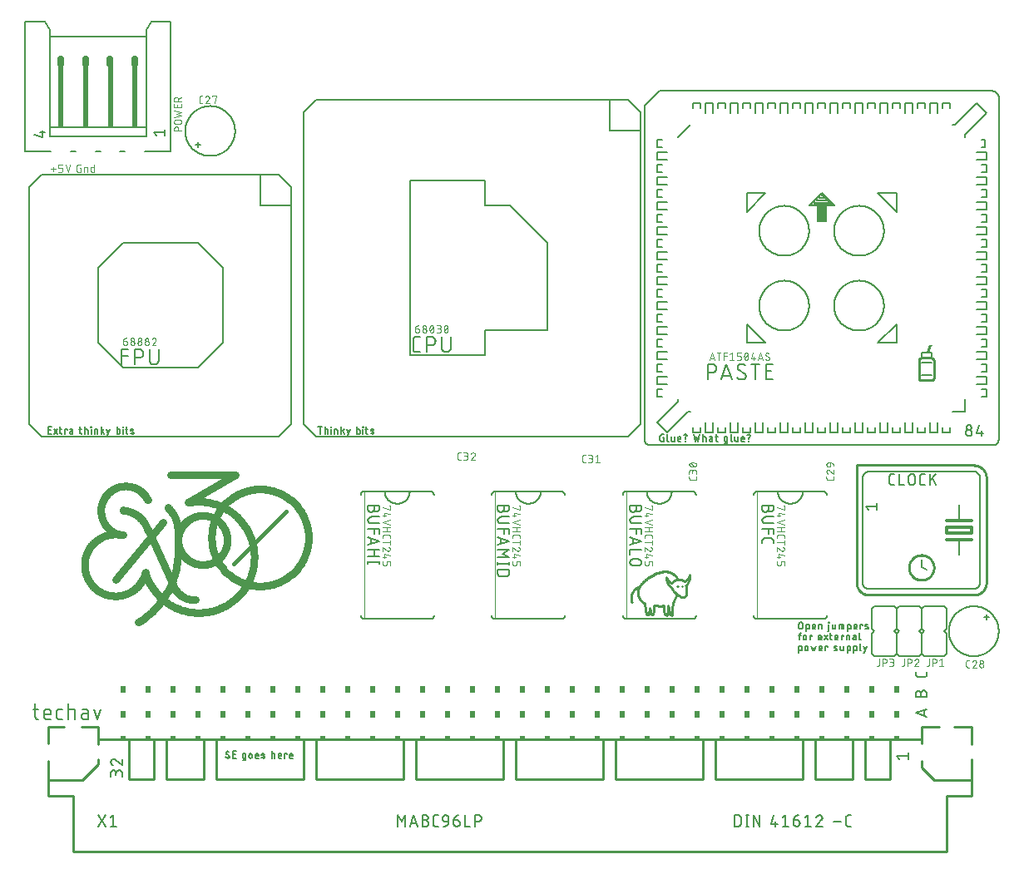
<source format=gbr>
G04 EAGLE Gerber RS-274X export*
G75*
%MOMM*%
%FSLAX34Y34*%
%LPD*%
%INSilkscreen Top*%
%IPPOS*%
%AMOC8*
5,1,8,0,0,1.08239X$1,22.5*%
G01*
%ADD10C,0.127000*%
%ADD11C,0.762000*%
%ADD12C,0.406400*%
%ADD13C,0.254000*%
%ADD14C,0.152400*%
%ADD15C,0.076200*%
%ADD16C,0.050800*%
%ADD17C,0.177800*%
%ADD18R,1.016000X1.905000*%
%ADD19R,1.778000X0.381000*%
%ADD20R,1.270000X0.254000*%
%ADD21R,0.762000X0.254000*%
%ADD22R,0.254000X0.254000*%
%ADD23R,0.254000X0.127000*%
%ADD24R,0.127000X0.127000*%
%ADD25C,0.304800*%
%ADD26C,0.001000*%
%ADD27C,0.660400*%
%ADD28R,0.609600X6.604000*%
%ADD29R,0.508000X0.381000*%
%ADD30R,0.508000X0.762000*%

G36*
X922041Y433582D02*
X922041Y433582D01*
X922062Y433580D01*
X922162Y433602D01*
X922263Y433619D01*
X922281Y433628D01*
X922302Y433633D01*
X922390Y433686D01*
X922480Y433734D01*
X922495Y433749D01*
X922513Y433760D01*
X922579Y433838D01*
X922650Y433912D01*
X922658Y433931D01*
X922672Y433947D01*
X922742Y434099D01*
X925282Y441719D01*
X925285Y441735D01*
X925291Y441748D01*
X925291Y441750D01*
X925293Y441755D01*
X925305Y441859D01*
X925321Y441962D01*
X925318Y441981D01*
X925320Y441999D01*
X925298Y442101D01*
X925281Y442205D01*
X925272Y442221D01*
X925268Y442240D01*
X925214Y442330D01*
X925165Y442422D01*
X925151Y442435D01*
X925142Y442451D01*
X925062Y442519D01*
X924986Y442591D01*
X924969Y442599D01*
X924955Y442611D01*
X924858Y442650D01*
X924763Y442694D01*
X924744Y442696D01*
X924727Y442703D01*
X924560Y442721D01*
X923290Y442721D01*
X923269Y442718D01*
X923248Y442720D01*
X923148Y442698D01*
X923047Y442682D01*
X923029Y442672D01*
X923008Y442667D01*
X922920Y442614D01*
X922830Y442566D01*
X922815Y442551D01*
X922797Y442540D01*
X922731Y442462D01*
X922661Y442388D01*
X922652Y442369D01*
X922638Y442353D01*
X922568Y442201D01*
X920028Y434581D01*
X920025Y434562D01*
X920017Y434545D01*
X920005Y434441D01*
X919989Y434338D01*
X919992Y434319D01*
X919990Y434301D01*
X920012Y434199D01*
X920029Y434095D01*
X920038Y434079D01*
X920042Y434060D01*
X920096Y433970D01*
X920145Y433878D01*
X920159Y433865D01*
X920168Y433849D01*
X920248Y433781D01*
X920324Y433709D01*
X920341Y433701D01*
X920355Y433689D01*
X920452Y433650D01*
X920547Y433606D01*
X920566Y433604D01*
X920583Y433597D01*
X920750Y433579D01*
X922020Y433579D01*
X922041Y433582D01*
G37*
D10*
X10795Y71924D02*
X15960Y71924D01*
X12517Y77089D02*
X12517Y64177D01*
X12519Y64078D01*
X12525Y63979D01*
X12534Y63881D01*
X12547Y63783D01*
X12564Y63685D01*
X12585Y63589D01*
X12609Y63493D01*
X12637Y63398D01*
X12669Y63304D01*
X12704Y63212D01*
X12743Y63121D01*
X12785Y63031D01*
X12831Y62944D01*
X12880Y62858D01*
X12932Y62773D01*
X12987Y62692D01*
X13046Y62612D01*
X13107Y62534D01*
X13171Y62459D01*
X13239Y62387D01*
X13309Y62317D01*
X13381Y62249D01*
X13456Y62185D01*
X13534Y62124D01*
X13614Y62065D01*
X13696Y62010D01*
X13780Y61958D01*
X13866Y61909D01*
X13953Y61863D01*
X14043Y61821D01*
X14134Y61782D01*
X14226Y61747D01*
X14320Y61715D01*
X14415Y61687D01*
X14511Y61663D01*
X14607Y61642D01*
X14705Y61625D01*
X14803Y61612D01*
X14901Y61603D01*
X15000Y61597D01*
X15099Y61595D01*
X15960Y61595D01*
X24022Y61595D02*
X28326Y61595D01*
X24022Y61595D02*
X23923Y61597D01*
X23824Y61603D01*
X23726Y61612D01*
X23628Y61625D01*
X23530Y61642D01*
X23434Y61663D01*
X23338Y61687D01*
X23243Y61715D01*
X23149Y61747D01*
X23057Y61782D01*
X22966Y61821D01*
X22876Y61863D01*
X22789Y61909D01*
X22703Y61958D01*
X22619Y62010D01*
X22537Y62065D01*
X22457Y62124D01*
X22379Y62185D01*
X22304Y62249D01*
X22232Y62317D01*
X22162Y62387D01*
X22094Y62459D01*
X22030Y62534D01*
X21969Y62612D01*
X21910Y62692D01*
X21855Y62774D01*
X21803Y62858D01*
X21754Y62944D01*
X21708Y63031D01*
X21666Y63121D01*
X21627Y63212D01*
X21592Y63304D01*
X21560Y63398D01*
X21532Y63493D01*
X21508Y63589D01*
X21487Y63685D01*
X21470Y63783D01*
X21457Y63881D01*
X21448Y63979D01*
X21442Y64078D01*
X21440Y64177D01*
X21439Y64177D02*
X21439Y68481D01*
X21441Y68597D01*
X21447Y68713D01*
X21457Y68829D01*
X21470Y68945D01*
X21488Y69060D01*
X21509Y69174D01*
X21535Y69288D01*
X21564Y69400D01*
X21597Y69512D01*
X21634Y69622D01*
X21674Y69731D01*
X21718Y69839D01*
X21766Y69945D01*
X21817Y70049D01*
X21872Y70152D01*
X21930Y70253D01*
X21991Y70351D01*
X22056Y70448D01*
X22124Y70542D01*
X22195Y70634D01*
X22270Y70724D01*
X22347Y70811D01*
X22427Y70895D01*
X22510Y70976D01*
X22596Y71055D01*
X22684Y71131D01*
X22775Y71204D01*
X22868Y71273D01*
X22963Y71340D01*
X23061Y71403D01*
X23160Y71463D01*
X23262Y71519D01*
X23366Y71572D01*
X23471Y71622D01*
X23578Y71667D01*
X23686Y71710D01*
X23796Y71748D01*
X23907Y71783D01*
X24019Y71814D01*
X24132Y71841D01*
X24246Y71865D01*
X24361Y71884D01*
X24476Y71900D01*
X24592Y71912D01*
X24708Y71920D01*
X24824Y71924D01*
X24940Y71924D01*
X25056Y71920D01*
X25172Y71912D01*
X25288Y71900D01*
X25403Y71884D01*
X25518Y71865D01*
X25632Y71841D01*
X25745Y71814D01*
X25857Y71783D01*
X25968Y71748D01*
X26078Y71710D01*
X26186Y71667D01*
X26293Y71622D01*
X26398Y71572D01*
X26502Y71519D01*
X26604Y71463D01*
X26703Y71403D01*
X26801Y71340D01*
X26896Y71273D01*
X26989Y71204D01*
X27080Y71131D01*
X27168Y71055D01*
X27254Y70976D01*
X27337Y70895D01*
X27417Y70811D01*
X27494Y70724D01*
X27569Y70634D01*
X27640Y70542D01*
X27708Y70448D01*
X27773Y70351D01*
X27834Y70253D01*
X27892Y70152D01*
X27947Y70049D01*
X27998Y69945D01*
X28046Y69839D01*
X28090Y69731D01*
X28130Y69622D01*
X28167Y69512D01*
X28200Y69400D01*
X28229Y69288D01*
X28255Y69174D01*
X28276Y69060D01*
X28294Y68945D01*
X28307Y68829D01*
X28317Y68713D01*
X28323Y68597D01*
X28325Y68481D01*
X28326Y68481D02*
X28326Y66760D01*
X21439Y66760D01*
X36921Y61595D02*
X40365Y61595D01*
X36921Y61595D02*
X36822Y61597D01*
X36723Y61603D01*
X36625Y61612D01*
X36527Y61625D01*
X36429Y61642D01*
X36333Y61663D01*
X36237Y61687D01*
X36142Y61715D01*
X36048Y61747D01*
X35956Y61782D01*
X35865Y61821D01*
X35775Y61863D01*
X35688Y61909D01*
X35602Y61958D01*
X35518Y62010D01*
X35436Y62065D01*
X35356Y62124D01*
X35278Y62185D01*
X35203Y62249D01*
X35131Y62317D01*
X35061Y62387D01*
X34993Y62459D01*
X34929Y62534D01*
X34868Y62612D01*
X34809Y62692D01*
X34754Y62774D01*
X34702Y62858D01*
X34653Y62944D01*
X34607Y63031D01*
X34565Y63121D01*
X34526Y63212D01*
X34491Y63304D01*
X34459Y63398D01*
X34431Y63493D01*
X34407Y63589D01*
X34386Y63685D01*
X34369Y63783D01*
X34356Y63881D01*
X34347Y63979D01*
X34341Y64078D01*
X34339Y64177D01*
X34339Y69342D01*
X34341Y69441D01*
X34347Y69540D01*
X34356Y69638D01*
X34369Y69736D01*
X34386Y69834D01*
X34407Y69930D01*
X34431Y70026D01*
X34459Y70121D01*
X34491Y70215D01*
X34526Y70307D01*
X34565Y70398D01*
X34607Y70488D01*
X34653Y70575D01*
X34702Y70661D01*
X34754Y70745D01*
X34809Y70827D01*
X34868Y70907D01*
X34929Y70985D01*
X34993Y71060D01*
X35061Y71132D01*
X35131Y71202D01*
X35203Y71270D01*
X35278Y71334D01*
X35356Y71395D01*
X35436Y71454D01*
X35518Y71509D01*
X35602Y71561D01*
X35688Y71610D01*
X35775Y71656D01*
X35865Y71698D01*
X35956Y71737D01*
X36048Y71772D01*
X36142Y71804D01*
X36237Y71832D01*
X36333Y71856D01*
X36429Y71877D01*
X36527Y71894D01*
X36625Y71907D01*
X36723Y71916D01*
X36822Y71922D01*
X36921Y71924D01*
X40365Y71924D01*
X46216Y77089D02*
X46216Y61595D01*
X46216Y71924D02*
X50520Y71924D01*
X50621Y71922D01*
X50723Y71916D01*
X50823Y71906D01*
X50924Y71892D01*
X51024Y71874D01*
X51123Y71853D01*
X51221Y71827D01*
X51318Y71798D01*
X51414Y71764D01*
X51508Y71727D01*
X51601Y71687D01*
X51692Y71643D01*
X51782Y71595D01*
X51869Y71544D01*
X51954Y71489D01*
X52038Y71431D01*
X52118Y71370D01*
X52197Y71305D01*
X52273Y71238D01*
X52346Y71168D01*
X52416Y71095D01*
X52483Y71019D01*
X52548Y70941D01*
X52609Y70860D01*
X52667Y70776D01*
X52722Y70691D01*
X52773Y70604D01*
X52821Y70514D01*
X52865Y70423D01*
X52905Y70330D01*
X52942Y70236D01*
X52976Y70140D01*
X53005Y70043D01*
X53031Y69945D01*
X53052Y69846D01*
X53070Y69746D01*
X53084Y69646D01*
X53094Y69545D01*
X53100Y69443D01*
X53102Y69342D01*
X53102Y61595D01*
X62539Y67620D02*
X66413Y67620D01*
X62539Y67621D02*
X62430Y67619D01*
X62322Y67613D01*
X62213Y67603D01*
X62105Y67590D01*
X61998Y67572D01*
X61891Y67551D01*
X61785Y67525D01*
X61681Y67496D01*
X61577Y67463D01*
X61474Y67427D01*
X61373Y67386D01*
X61274Y67343D01*
X61176Y67295D01*
X61080Y67244D01*
X60986Y67190D01*
X60893Y67132D01*
X60803Y67071D01*
X60716Y67007D01*
X60630Y66939D01*
X60547Y66869D01*
X60467Y66795D01*
X60389Y66719D01*
X60315Y66640D01*
X60243Y66559D01*
X60174Y66474D01*
X60108Y66388D01*
X60045Y66299D01*
X59986Y66208D01*
X59930Y66115D01*
X59877Y66019D01*
X59828Y65922D01*
X59782Y65824D01*
X59740Y65723D01*
X59702Y65621D01*
X59667Y65518D01*
X59636Y65414D01*
X59609Y65309D01*
X59585Y65202D01*
X59566Y65095D01*
X59550Y64988D01*
X59538Y64880D01*
X59530Y64771D01*
X59526Y64662D01*
X59526Y64554D01*
X59530Y64445D01*
X59538Y64336D01*
X59550Y64228D01*
X59566Y64121D01*
X59585Y64014D01*
X59609Y63907D01*
X59636Y63802D01*
X59667Y63698D01*
X59702Y63595D01*
X59740Y63493D01*
X59782Y63392D01*
X59828Y63294D01*
X59877Y63197D01*
X59930Y63102D01*
X59986Y63008D01*
X60045Y62917D01*
X60108Y62828D01*
X60174Y62742D01*
X60243Y62657D01*
X60315Y62576D01*
X60389Y62497D01*
X60467Y62421D01*
X60547Y62347D01*
X60630Y62277D01*
X60716Y62209D01*
X60803Y62145D01*
X60893Y62084D01*
X60986Y62026D01*
X61080Y61972D01*
X61176Y61921D01*
X61274Y61873D01*
X61373Y61830D01*
X61474Y61789D01*
X61577Y61753D01*
X61681Y61720D01*
X61785Y61691D01*
X61891Y61665D01*
X61998Y61644D01*
X62105Y61626D01*
X62213Y61613D01*
X62322Y61603D01*
X62430Y61597D01*
X62539Y61595D01*
X66413Y61595D01*
X66413Y69342D01*
X66412Y69342D02*
X66410Y69441D01*
X66404Y69540D01*
X66395Y69638D01*
X66382Y69736D01*
X66365Y69834D01*
X66344Y69930D01*
X66320Y70026D01*
X66292Y70121D01*
X66260Y70215D01*
X66225Y70307D01*
X66186Y70398D01*
X66144Y70488D01*
X66098Y70575D01*
X66049Y70661D01*
X65997Y70745D01*
X65942Y70827D01*
X65883Y70907D01*
X65822Y70985D01*
X65758Y71060D01*
X65690Y71132D01*
X65620Y71202D01*
X65548Y71270D01*
X65473Y71334D01*
X65395Y71395D01*
X65315Y71454D01*
X65233Y71509D01*
X65149Y71561D01*
X65063Y71610D01*
X64976Y71656D01*
X64886Y71698D01*
X64795Y71737D01*
X64703Y71772D01*
X64609Y71804D01*
X64514Y71832D01*
X64418Y71856D01*
X64322Y71877D01*
X64224Y71894D01*
X64126Y71907D01*
X64028Y71916D01*
X63929Y71922D01*
X63830Y71924D01*
X60387Y71924D01*
X72479Y71924D02*
X75922Y61595D01*
X79365Y71924D01*
D11*
X124460Y210820D02*
X124265Y210078D01*
X124052Y209341D01*
X123821Y208610D01*
X123572Y207884D01*
X123305Y207165D01*
X123021Y206452D01*
X122720Y205747D01*
X122401Y205049D01*
X122066Y204359D01*
X121714Y203678D01*
X121345Y203005D01*
X120960Y202341D01*
X120559Y201688D01*
X120142Y201044D01*
X119710Y200410D01*
X119262Y199787D01*
X118799Y199176D01*
X118321Y198575D01*
X117829Y197987D01*
X117322Y197411D01*
X116802Y196847D01*
X116268Y196297D01*
X115721Y195759D01*
X115161Y195235D01*
X114588Y194725D01*
X114003Y194229D01*
X113406Y193747D01*
X112797Y193280D01*
X112177Y192828D01*
X111546Y192392D01*
X110905Y191971D01*
X110254Y191565D01*
X109593Y191176D01*
X108923Y190803D01*
X108243Y190446D01*
X107556Y190106D01*
X106860Y189783D01*
X106157Y189478D01*
X105446Y189189D01*
X104728Y188918D01*
X104004Y188664D01*
X103274Y188428D01*
X102539Y188210D01*
X101798Y188010D01*
X101053Y187829D01*
X100304Y187665D01*
X99550Y187520D01*
X98794Y187393D01*
X98034Y187285D01*
X97273Y187195D01*
X96509Y187124D01*
X95743Y187072D01*
X94977Y187038D01*
X94210Y187023D01*
X93443Y187027D01*
X92676Y187049D01*
X91910Y187090D01*
X91146Y187150D01*
X90382Y187229D01*
X89622Y187326D01*
X88863Y187441D01*
X88108Y187576D01*
X87356Y187728D01*
X86608Y187899D01*
X85865Y188088D01*
X85126Y188295D01*
X84393Y188520D01*
X83665Y188763D01*
X82944Y189024D01*
X82229Y189302D01*
X81521Y189598D01*
X80821Y189911D01*
X80128Y190240D01*
X79444Y190587D01*
X78768Y190950D01*
X78102Y191330D01*
X77444Y191725D01*
X76797Y192137D01*
X76160Y192565D01*
X75534Y193007D01*
X74918Y193465D01*
X74314Y193938D01*
X73722Y194425D01*
X73142Y194927D01*
X72574Y195443D01*
X72019Y195972D01*
X71477Y196515D01*
X70948Y197071D01*
X70433Y197640D01*
X69933Y198221D01*
X69446Y198814D01*
X68974Y199419D01*
X68517Y200035D01*
X68076Y200662D01*
X67649Y201300D01*
X67239Y201948D01*
X66844Y202606D01*
X66465Y203273D01*
X66103Y203949D01*
X65758Y204634D01*
X65429Y205327D01*
X65118Y206028D01*
X64823Y206736D01*
X64546Y207452D01*
X64287Y208174D01*
X64045Y208902D01*
X63821Y209635D01*
X63615Y210374D01*
X63427Y211118D01*
X63257Y211866D01*
X63106Y212618D01*
X62973Y213374D01*
X62859Y214132D01*
X62763Y214893D01*
X62686Y215656D01*
X62627Y216421D01*
X62587Y217187D01*
X62566Y217954D01*
X62563Y218721D01*
X62579Y219488D01*
X62614Y220254D01*
X62668Y221020D01*
X62740Y221783D01*
X62831Y222545D01*
X62941Y223304D01*
X63069Y224061D01*
X63215Y224814D01*
X63380Y225563D01*
X63563Y226308D01*
X63764Y227048D01*
X63983Y227783D01*
X64220Y228513D01*
X64475Y229236D01*
X64748Y229953D01*
X65037Y230664D01*
X65344Y231367D01*
X65669Y232062D01*
X66010Y232749D01*
X66367Y233428D01*
X66741Y234097D01*
X67132Y234758D01*
X67538Y235408D01*
X67960Y236049D01*
X68398Y236679D01*
X68851Y237298D01*
X69319Y237906D01*
X69801Y238502D01*
X70298Y239086D01*
X70809Y239658D01*
X71334Y240218D01*
X71873Y240764D01*
X72424Y241297D01*
X72989Y241817D01*
X73566Y242322D01*
X74155Y242813D01*
X74756Y243290D01*
X75368Y243752D01*
X75992Y244199D01*
X76626Y244630D01*
X77271Y245046D01*
X77925Y245446D01*
X78589Y245830D01*
X79263Y246198D01*
X79945Y246549D01*
X80635Y246883D01*
X81334Y247200D01*
X82040Y247501D01*
X82753Y247783D01*
X83472Y248049D01*
X84198Y248296D01*
X84930Y248526D01*
X85667Y248738D01*
X86410Y248932D01*
X87156Y249108D01*
X87907Y249265D01*
X88661Y249405D01*
X89419Y249525D01*
X90179Y249627D01*
X90942Y249711D01*
X91706Y249776D01*
X92472Y249822D01*
X93239Y249849D01*
X94006Y249858D01*
X94773Y249848D01*
X95539Y249819D01*
X96305Y249772D01*
X97069Y249706D01*
X97831Y249621D01*
X98592Y249518D01*
X99349Y249396D01*
X100103Y249256D01*
X100854Y249097D01*
X101600Y248920D01*
X101600Y274320D02*
X102315Y274249D01*
X103028Y274160D01*
X103738Y274054D01*
X104446Y273931D01*
X105150Y273791D01*
X105851Y273633D01*
X106548Y273458D01*
X107240Y273266D01*
X107927Y273057D01*
X108609Y272831D01*
X109285Y272589D01*
X109956Y272330D01*
X110619Y272055D01*
X111276Y271764D01*
X111925Y271457D01*
X112567Y271134D01*
X113200Y270795D01*
X113825Y270441D01*
X114441Y270072D01*
X115048Y269687D01*
X115645Y269288D01*
X116233Y268875D01*
X116810Y268447D01*
X117376Y268005D01*
X117931Y267550D01*
X118475Y267080D01*
X119008Y266598D01*
X119528Y266103D01*
X120036Y265595D01*
X120532Y265075D01*
X121015Y264543D01*
X121484Y264000D01*
X121940Y263445D01*
X122382Y262879D01*
X122811Y262302D01*
X123225Y261715D01*
X123624Y261118D01*
X124009Y260511D01*
X124379Y259896D01*
X124734Y259271D01*
X125073Y258638D01*
X125396Y257996D01*
X125704Y257347D01*
X125996Y256691D01*
X126272Y256028D01*
X126531Y255358D01*
X126774Y254682D01*
X127000Y254000D01*
X152400Y198120D02*
X152640Y197563D01*
X152894Y197012D01*
X153161Y196467D01*
X153442Y195929D01*
X153735Y195398D01*
X154042Y194874D01*
X154361Y194358D01*
X154693Y193850D01*
X155037Y193351D01*
X155393Y192860D01*
X155761Y192377D01*
X156141Y191904D01*
X156532Y191441D01*
X156935Y190987D01*
X157349Y190543D01*
X157773Y190109D01*
X158208Y189686D01*
X158653Y189274D01*
X159108Y188872D01*
X159573Y188482D01*
X160047Y188104D01*
X160530Y187737D01*
X161022Y187382D01*
X161523Y187039D01*
X162032Y186709D01*
X162549Y186391D01*
X163073Y186086D01*
X163605Y185794D01*
X164144Y185515D01*
X164689Y185249D01*
X165241Y184997D01*
X165799Y184759D01*
X166362Y184534D01*
X166931Y184323D01*
X167505Y184126D01*
X168083Y183943D01*
X168666Y183774D01*
X169253Y183620D01*
X169843Y183480D01*
X170437Y183354D01*
X171034Y183243D01*
X171633Y183147D01*
X172234Y183066D01*
X172837Y182999D01*
X173441Y182947D01*
X174047Y182910D01*
X174653Y182887D01*
X175260Y182880D01*
X152400Y198120D02*
X127000Y254000D01*
X142240Y261620D02*
X93980Y203200D01*
X116840Y160020D02*
X118558Y161075D01*
X120250Y162171D01*
X121916Y163308D01*
X123553Y164485D01*
X125162Y165700D01*
X126741Y166955D01*
X128289Y168246D01*
X129806Y169575D01*
X131290Y170940D01*
X132741Y172340D01*
X134158Y173775D01*
X135540Y175243D01*
X136886Y176745D01*
X138196Y178278D01*
X139468Y179843D01*
X140702Y181437D01*
X141897Y183061D01*
X143053Y184713D01*
X144169Y186393D01*
X145244Y188099D01*
X146277Y189830D01*
X147269Y191586D01*
X148218Y193365D01*
X149123Y195167D01*
X149985Y196990D01*
X150803Y198833D01*
X151577Y200695D01*
X152305Y202575D01*
X152987Y204473D01*
X153624Y206386D01*
X154215Y208314D01*
X154759Y210256D01*
X155256Y212210D01*
X155705Y214175D01*
X156107Y216151D01*
X156462Y218136D01*
X156768Y220129D01*
X157027Y222129D01*
X157237Y224134D01*
X157399Y226144D01*
X157512Y228158D01*
X157577Y230173D01*
X157593Y232189D01*
X157561Y234205D01*
X157480Y236220D01*
X157480Y254000D02*
X157473Y254736D01*
X157448Y255472D01*
X157405Y256207D01*
X157345Y256940D01*
X157267Y257673D01*
X157172Y258403D01*
X157059Y259130D01*
X156929Y259855D01*
X156781Y260576D01*
X156616Y261293D01*
X156434Y262007D01*
X156235Y262716D01*
X156019Y263419D01*
X155786Y264118D01*
X155536Y264810D01*
X155270Y265497D01*
X154987Y266176D01*
X154688Y266849D01*
X154373Y267515D01*
X154042Y268172D01*
X153695Y268822D01*
X153333Y269463D01*
X152955Y270095D01*
X152563Y270718D01*
X152155Y271331D01*
X151733Y271934D01*
X151297Y272527D01*
X150846Y273109D01*
X150382Y273681D01*
X149904Y274241D01*
X149413Y274789D01*
X148908Y275325D01*
X148391Y275849D01*
X147862Y276361D01*
X147320Y276859D01*
X157480Y254000D02*
X157480Y236220D01*
X157864Y243840D02*
X157872Y244454D01*
X157894Y245067D01*
X157932Y245680D01*
X157984Y246292D01*
X158052Y246902D01*
X158135Y247511D01*
X158232Y248117D01*
X158345Y248720D01*
X158472Y249321D01*
X158614Y249918D01*
X158770Y250512D01*
X158941Y251102D01*
X159127Y251687D01*
X159326Y252268D01*
X159540Y252843D01*
X159768Y253413D01*
X160010Y253978D01*
X160266Y254536D01*
X160535Y255087D01*
X160818Y255632D01*
X161114Y256170D01*
X161423Y256701D01*
X161745Y257224D01*
X162080Y257738D01*
X162427Y258244D01*
X162787Y258742D01*
X163159Y259231D01*
X163542Y259710D01*
X163938Y260180D01*
X164344Y260640D01*
X164762Y261090D01*
X165191Y261529D01*
X165630Y261958D01*
X166080Y262376D01*
X166540Y262782D01*
X167010Y263178D01*
X167489Y263561D01*
X167978Y263933D01*
X168476Y264293D01*
X168982Y264640D01*
X169496Y264975D01*
X170019Y265297D01*
X170550Y265606D01*
X171088Y265902D01*
X171633Y266185D01*
X172184Y266454D01*
X172742Y266710D01*
X173307Y266952D01*
X173877Y267180D01*
X174452Y267394D01*
X175033Y267593D01*
X175618Y267779D01*
X176208Y267950D01*
X176802Y268106D01*
X177399Y268248D01*
X178000Y268375D01*
X178603Y268488D01*
X179209Y268585D01*
X179818Y268668D01*
X180428Y268736D01*
X181040Y268788D01*
X181653Y268826D01*
X182266Y268848D01*
X182880Y268856D01*
X183494Y268848D01*
X184107Y268826D01*
X184720Y268788D01*
X185332Y268736D01*
X185942Y268668D01*
X186551Y268585D01*
X187157Y268488D01*
X187760Y268375D01*
X188361Y268248D01*
X188958Y268106D01*
X189552Y267950D01*
X190142Y267779D01*
X190727Y267593D01*
X191308Y267394D01*
X191883Y267180D01*
X192453Y266952D01*
X193018Y266710D01*
X193576Y266454D01*
X194127Y266185D01*
X194672Y265902D01*
X195210Y265606D01*
X195741Y265297D01*
X196264Y264975D01*
X196778Y264640D01*
X197284Y264293D01*
X197782Y263933D01*
X198271Y263561D01*
X198750Y263178D01*
X199220Y262782D01*
X199680Y262376D01*
X200130Y261958D01*
X200569Y261529D01*
X200998Y261090D01*
X201416Y260640D01*
X201822Y260180D01*
X202218Y259710D01*
X202601Y259231D01*
X202973Y258742D01*
X203333Y258244D01*
X203680Y257738D01*
X204015Y257224D01*
X204337Y256701D01*
X204646Y256170D01*
X204942Y255632D01*
X205225Y255087D01*
X205494Y254536D01*
X205750Y253978D01*
X205992Y253413D01*
X206220Y252843D01*
X206434Y252268D01*
X206633Y251687D01*
X206819Y251102D01*
X206990Y250512D01*
X207146Y249918D01*
X207288Y249321D01*
X207415Y248720D01*
X207528Y248117D01*
X207625Y247511D01*
X207708Y246902D01*
X207776Y246292D01*
X207828Y245680D01*
X207866Y245067D01*
X207888Y244454D01*
X207896Y243840D01*
X207888Y243226D01*
X207866Y242613D01*
X207828Y242000D01*
X207776Y241388D01*
X207708Y240778D01*
X207625Y240169D01*
X207528Y239563D01*
X207415Y238960D01*
X207288Y238359D01*
X207146Y237762D01*
X206990Y237168D01*
X206819Y236578D01*
X206633Y235993D01*
X206434Y235412D01*
X206220Y234837D01*
X205992Y234267D01*
X205750Y233702D01*
X205494Y233144D01*
X205225Y232593D01*
X204942Y232048D01*
X204646Y231510D01*
X204337Y230979D01*
X204015Y230456D01*
X203680Y229942D01*
X203333Y229436D01*
X202973Y228938D01*
X202601Y228449D01*
X202218Y227970D01*
X201822Y227500D01*
X201416Y227040D01*
X200998Y226590D01*
X200569Y226151D01*
X200130Y225722D01*
X199680Y225304D01*
X199220Y224898D01*
X198750Y224502D01*
X198271Y224119D01*
X197782Y223747D01*
X197284Y223387D01*
X196778Y223040D01*
X196264Y222705D01*
X195741Y222383D01*
X195210Y222074D01*
X194672Y221778D01*
X194127Y221495D01*
X193576Y221226D01*
X193018Y220970D01*
X192453Y220728D01*
X191883Y220500D01*
X191308Y220286D01*
X190727Y220087D01*
X190142Y219901D01*
X189552Y219730D01*
X188958Y219574D01*
X188361Y219432D01*
X187760Y219305D01*
X187157Y219192D01*
X186551Y219095D01*
X185942Y219012D01*
X185332Y218944D01*
X184720Y218892D01*
X184107Y218854D01*
X183494Y218832D01*
X182880Y218824D01*
X182266Y218832D01*
X181653Y218854D01*
X181040Y218892D01*
X180428Y218944D01*
X179818Y219012D01*
X179209Y219095D01*
X178603Y219192D01*
X178000Y219305D01*
X177399Y219432D01*
X176802Y219574D01*
X176208Y219730D01*
X175618Y219901D01*
X175033Y220087D01*
X174452Y220286D01*
X173877Y220500D01*
X173307Y220728D01*
X172742Y220970D01*
X172184Y221226D01*
X171633Y221495D01*
X171088Y221778D01*
X170550Y222074D01*
X170019Y222383D01*
X169496Y222705D01*
X168982Y223040D01*
X168476Y223387D01*
X167978Y223747D01*
X167489Y224119D01*
X167010Y224502D01*
X166540Y224898D01*
X166080Y225304D01*
X165630Y225722D01*
X165191Y226151D01*
X164762Y226590D01*
X164344Y227040D01*
X163938Y227500D01*
X163542Y227970D01*
X163159Y228449D01*
X162787Y228938D01*
X162427Y229436D01*
X162080Y229942D01*
X161745Y230456D01*
X161423Y230979D01*
X161114Y231510D01*
X160818Y232048D01*
X160535Y232593D01*
X160266Y233144D01*
X160010Y233702D01*
X159768Y234267D01*
X159540Y234837D01*
X159326Y235412D01*
X159127Y235993D01*
X158941Y236578D01*
X158770Y237168D01*
X158614Y237762D01*
X158472Y238359D01*
X158345Y238960D01*
X158232Y239563D01*
X158135Y240169D01*
X158052Y240778D01*
X157984Y241388D01*
X157932Y242000D01*
X157894Y242613D01*
X157872Y243226D01*
X157864Y243840D01*
X149860Y309880D02*
X215900Y309880D01*
X167640Y281940D01*
X169001Y282196D01*
X170367Y282418D01*
X171739Y282607D01*
X173115Y282762D01*
X174494Y282884D01*
X175876Y282972D01*
X177260Y283026D01*
X178644Y283046D01*
X180029Y283032D01*
X181413Y282984D01*
X182795Y282903D01*
X184175Y282787D01*
X185551Y282638D01*
X186924Y282455D01*
X188291Y282238D01*
X189653Y281989D01*
X191008Y281705D01*
X192356Y281389D01*
X193696Y281040D01*
X195027Y280658D01*
X196348Y280244D01*
X197659Y279797D01*
X198958Y279318D01*
X200245Y278808D01*
X201520Y278266D01*
X202780Y277694D01*
X204027Y277090D01*
X205258Y276457D01*
X206473Y275793D01*
X207672Y275100D01*
X208853Y274377D01*
X210016Y273626D01*
X211160Y272847D01*
X212285Y272040D01*
X213390Y271205D01*
X214474Y270344D01*
X215537Y269456D01*
X216578Y268543D01*
X217596Y267604D01*
X218591Y266641D01*
X219561Y265654D01*
X220508Y264643D01*
X221429Y263610D01*
X222325Y262554D01*
X223194Y261476D01*
X224037Y260378D01*
X224853Y259259D01*
X225641Y258120D01*
X226401Y256963D01*
X227133Y255787D01*
X227835Y254594D01*
X228508Y253384D01*
X229151Y252158D01*
X229764Y250916D01*
X230346Y249660D01*
X230898Y248390D01*
X231418Y247107D01*
X231906Y245811D01*
X232363Y244504D01*
X232788Y243186D01*
X233180Y241858D01*
X233539Y240521D01*
X233866Y239175D01*
X234159Y237822D01*
X234420Y236462D01*
X234647Y235097D01*
X234840Y233725D01*
X235000Y232350D01*
X235126Y230971D01*
X235218Y229590D01*
X235277Y228206D01*
X235301Y226822D01*
X235292Y225437D01*
X235248Y224053D01*
X235171Y222671D01*
X235060Y221291D01*
X234915Y219914D01*
X234737Y218541D01*
X234525Y217172D01*
X234279Y215810D01*
X234000Y214453D01*
X233689Y213104D01*
X233344Y211763D01*
X232966Y210431D01*
X232556Y209109D01*
X232113Y207797D01*
X231639Y206496D01*
X231133Y205207D01*
X230595Y203931D01*
X230027Y202669D01*
X229427Y201420D01*
X228798Y200187D01*
X228138Y198970D01*
X227449Y197769D01*
X226730Y196586D01*
X225983Y195420D01*
X225207Y194273D01*
X224403Y193145D01*
X223572Y192038D01*
X222715Y190951D01*
X221830Y189885D01*
X220920Y188842D01*
X219985Y187821D01*
X219025Y186823D01*
X218041Y185849D01*
X217033Y184899D01*
X216003Y183975D01*
X214950Y183076D01*
X213875Y182203D01*
X212779Y181356D01*
X211663Y180537D01*
X210527Y179745D01*
X209372Y178981D01*
X208199Y178246D01*
X207008Y177540D01*
X205800Y176863D01*
X204576Y176216D01*
X203336Y175599D01*
X202082Y175012D01*
X200814Y174457D01*
X199532Y173933D01*
X198238Y173440D01*
X196933Y172979D01*
X195616Y172550D01*
X194289Y172154D01*
X192953Y171790D01*
X191609Y171459D01*
X190257Y171161D01*
X188898Y170897D01*
X187532Y170665D01*
X186162Y170467D01*
X184787Y170303D01*
X183409Y170173D01*
X182027Y170076D01*
X180644Y170013D01*
X179260Y169984D01*
X177875Y169989D01*
X176491Y170028D01*
X175109Y170101D01*
X173728Y170207D01*
X172350Y170348D01*
X170977Y170522D01*
X169608Y170729D01*
X168244Y170971D01*
X166887Y171245D01*
X165537Y171553D01*
X164195Y171893D01*
X162862Y172266D01*
X161538Y172672D01*
X160225Y173111D01*
X158922Y173581D01*
X157632Y174083D01*
X156354Y174616D01*
X155090Y175181D01*
X153840Y175776D01*
X152604Y176402D01*
X151385Y177058D01*
X150182Y177743D01*
X148996Y178458D01*
X147828Y179202D01*
X146679Y179974D01*
X145549Y180773D01*
X144438Y181601D01*
X143349Y182455D01*
X142280Y183336D01*
X141234Y184242D01*
X140210Y185174D01*
X139209Y186131D01*
X138232Y187112D01*
X137279Y188117D01*
X136351Y189144D01*
X135448Y190195D01*
X134572Y191266D01*
X133722Y192359D01*
X132899Y193473D01*
X132103Y194606D01*
X131336Y195759D01*
X130597Y196930D01*
X129887Y198118D01*
X129206Y199324D01*
X128555Y200546D01*
X127934Y201784D01*
X127344Y203036D01*
X126784Y204303D01*
X126256Y205583D01*
X125759Y206875D01*
X125294Y208179D01*
X124861Y209494D01*
X124460Y210820D01*
X191982Y246380D02*
X191997Y247590D01*
X192041Y248800D01*
X192116Y250008D01*
X192219Y251214D01*
X192353Y252417D01*
X192516Y253616D01*
X192708Y254811D01*
X192930Y256001D01*
X193180Y257186D01*
X193460Y258363D01*
X193768Y259534D01*
X194106Y260696D01*
X194471Y261850D01*
X194865Y262995D01*
X195287Y264129D01*
X195736Y265253D01*
X196213Y266366D01*
X196717Y267466D01*
X197248Y268554D01*
X197805Y269628D01*
X198389Y270689D01*
X198999Y271735D01*
X199634Y272765D01*
X200294Y273780D01*
X200978Y274778D01*
X201687Y275759D01*
X202420Y276722D01*
X203177Y277667D01*
X203956Y278593D01*
X204758Y279500D01*
X205582Y280387D01*
X206427Y281253D01*
X207293Y282098D01*
X208180Y282922D01*
X209087Y283724D01*
X210013Y284503D01*
X210958Y285260D01*
X211921Y285993D01*
X212902Y286702D01*
X213900Y287386D01*
X214915Y288046D01*
X215945Y288681D01*
X216991Y289291D01*
X218052Y289875D01*
X219126Y290432D01*
X220214Y290963D01*
X221314Y291467D01*
X222427Y291944D01*
X223551Y292393D01*
X224685Y292815D01*
X225830Y293209D01*
X226984Y293574D01*
X228146Y293912D01*
X229317Y294220D01*
X230494Y294500D01*
X231679Y294750D01*
X232869Y294972D01*
X234064Y295164D01*
X235263Y295327D01*
X236466Y295461D01*
X237672Y295564D01*
X238880Y295639D01*
X240090Y295683D01*
X241300Y295698D01*
X242510Y295683D01*
X243720Y295639D01*
X244928Y295564D01*
X246134Y295461D01*
X247337Y295327D01*
X248536Y295164D01*
X249731Y294972D01*
X250921Y294750D01*
X252106Y294500D01*
X253283Y294220D01*
X254454Y293912D01*
X255616Y293574D01*
X256770Y293209D01*
X257915Y292815D01*
X259049Y292393D01*
X260173Y291944D01*
X261286Y291467D01*
X262386Y290963D01*
X263474Y290432D01*
X264548Y289875D01*
X265609Y289291D01*
X266655Y288681D01*
X267685Y288046D01*
X268700Y287386D01*
X269698Y286702D01*
X270679Y285993D01*
X271642Y285260D01*
X272587Y284503D01*
X273513Y283724D01*
X274420Y282922D01*
X275307Y282098D01*
X276173Y281253D01*
X277018Y280387D01*
X277842Y279500D01*
X278644Y278593D01*
X279423Y277667D01*
X280180Y276722D01*
X280913Y275759D01*
X281622Y274778D01*
X282306Y273780D01*
X282966Y272765D01*
X283601Y271735D01*
X284211Y270689D01*
X284795Y269628D01*
X285352Y268554D01*
X285883Y267466D01*
X286387Y266366D01*
X286864Y265253D01*
X287313Y264129D01*
X287735Y262995D01*
X288129Y261850D01*
X288494Y260696D01*
X288832Y259534D01*
X289140Y258363D01*
X289420Y257186D01*
X289670Y256001D01*
X289892Y254811D01*
X290084Y253616D01*
X290247Y252417D01*
X290381Y251214D01*
X290484Y250008D01*
X290559Y248800D01*
X290603Y247590D01*
X290618Y246380D01*
X290603Y245170D01*
X290559Y243960D01*
X290484Y242752D01*
X290381Y241546D01*
X290247Y240343D01*
X290084Y239144D01*
X289892Y237949D01*
X289670Y236759D01*
X289420Y235574D01*
X289140Y234397D01*
X288832Y233226D01*
X288494Y232064D01*
X288129Y230910D01*
X287735Y229765D01*
X287313Y228631D01*
X286864Y227507D01*
X286387Y226394D01*
X285883Y225294D01*
X285352Y224206D01*
X284795Y223132D01*
X284211Y222071D01*
X283601Y221025D01*
X282966Y219995D01*
X282306Y218980D01*
X281622Y217982D01*
X280913Y217001D01*
X280180Y216038D01*
X279423Y215093D01*
X278644Y214167D01*
X277842Y213260D01*
X277018Y212373D01*
X276173Y211507D01*
X275307Y210662D01*
X274420Y209838D01*
X273513Y209036D01*
X272587Y208257D01*
X271642Y207500D01*
X270679Y206767D01*
X269698Y206058D01*
X268700Y205374D01*
X267685Y204714D01*
X266655Y204079D01*
X265609Y203469D01*
X264548Y202885D01*
X263474Y202328D01*
X262386Y201797D01*
X261286Y201293D01*
X260173Y200816D01*
X259049Y200367D01*
X257915Y199945D01*
X256770Y199551D01*
X255616Y199186D01*
X254454Y198848D01*
X253283Y198540D01*
X252106Y198260D01*
X250921Y198010D01*
X249731Y197788D01*
X248536Y197596D01*
X247337Y197433D01*
X246134Y197299D01*
X244928Y197196D01*
X243720Y197121D01*
X242510Y197077D01*
X241300Y197062D01*
X240090Y197077D01*
X238880Y197121D01*
X237672Y197196D01*
X236466Y197299D01*
X235263Y197433D01*
X234064Y197596D01*
X232869Y197788D01*
X231679Y198010D01*
X230494Y198260D01*
X229317Y198540D01*
X228146Y198848D01*
X226984Y199186D01*
X225830Y199551D01*
X224685Y199945D01*
X223551Y200367D01*
X222427Y200816D01*
X221314Y201293D01*
X220214Y201797D01*
X219126Y202328D01*
X218052Y202885D01*
X216991Y203469D01*
X215945Y204079D01*
X214915Y204714D01*
X213900Y205374D01*
X212902Y206058D01*
X211921Y206767D01*
X210958Y207500D01*
X210013Y208257D01*
X209087Y209036D01*
X208180Y209838D01*
X207293Y210662D01*
X206427Y211507D01*
X205582Y212373D01*
X204758Y213260D01*
X203956Y214167D01*
X203177Y215093D01*
X202420Y216038D01*
X201687Y217001D01*
X200978Y217982D01*
X200294Y218980D01*
X199634Y219995D01*
X198999Y221025D01*
X198389Y222071D01*
X197805Y223132D01*
X197248Y224206D01*
X196717Y225294D01*
X196213Y226394D01*
X195736Y227507D01*
X195287Y228631D01*
X194865Y229765D01*
X194471Y230910D01*
X194106Y232064D01*
X193768Y233226D01*
X193460Y234397D01*
X193180Y235574D01*
X192930Y236759D01*
X192708Y237949D01*
X192516Y239144D01*
X192353Y240343D01*
X192219Y241546D01*
X192116Y242752D01*
X192041Y243960D01*
X191997Y245170D01*
X191982Y246380D01*
D12*
X214630Y219710D02*
X267970Y273050D01*
D11*
X127000Y284480D02*
X126733Y285033D01*
X126452Y285579D01*
X126157Y286118D01*
X125850Y286649D01*
X125529Y287173D01*
X125196Y287689D01*
X124850Y288196D01*
X124492Y288695D01*
X124122Y289185D01*
X123740Y289665D01*
X123347Y290137D01*
X122942Y290598D01*
X122525Y291049D01*
X122098Y291490D01*
X121660Y291921D01*
X121212Y292340D01*
X120753Y292749D01*
X120285Y293146D01*
X119807Y293531D01*
X119320Y293905D01*
X118824Y294267D01*
X118319Y294616D01*
X117805Y294953D01*
X117284Y295277D01*
X116755Y295588D01*
X116218Y295887D01*
X115674Y296172D01*
X115124Y296443D01*
X114566Y296701D01*
X114003Y296946D01*
X113434Y297176D01*
X112859Y297393D01*
X112280Y297595D01*
X111695Y297783D01*
X111106Y297957D01*
X110513Y298116D01*
X109917Y298260D01*
X109316Y298390D01*
X108713Y298506D01*
X108108Y298606D01*
X107500Y298692D01*
X106890Y298762D01*
X106278Y298818D01*
X105666Y298858D01*
X105052Y298884D01*
X104438Y298895D01*
X103824Y298890D01*
X103210Y298871D01*
X102597Y298836D01*
X101985Y298787D01*
X101375Y298722D01*
X100766Y298643D01*
X100159Y298548D01*
X99555Y298439D01*
X98954Y298315D01*
X98356Y298177D01*
X97761Y298023D01*
X97170Y297856D01*
X96584Y297673D01*
X96002Y297477D01*
X95426Y297266D01*
X94854Y297041D01*
X94288Y296803D01*
X93729Y296550D01*
X93175Y296284D01*
X92629Y296005D01*
X92089Y295712D01*
X91557Y295406D01*
X91032Y295087D01*
X90515Y294755D01*
X90007Y294411D01*
X89507Y294054D01*
X89016Y293685D01*
X88535Y293304D01*
X88062Y292912D01*
X87600Y292508D01*
X87147Y292093D01*
X86705Y291667D01*
X86274Y291230D01*
X85853Y290783D01*
X85443Y290326D01*
X85045Y289859D01*
X84658Y289382D01*
X84283Y288896D01*
X83920Y288400D01*
X83569Y287896D01*
X83231Y287384D01*
X82905Y286863D01*
X82593Y286335D01*
X82293Y285799D01*
X82006Y285256D01*
X81733Y284706D01*
X81474Y284150D01*
X81228Y283587D01*
X80996Y283019D01*
X80778Y282445D01*
X80574Y281866D01*
X80384Y281282D01*
X80209Y280693D01*
X80048Y280101D01*
X79902Y279504D01*
X79770Y278904D01*
X79653Y278302D01*
X79551Y277696D01*
X79464Y277088D01*
X79392Y276479D01*
X79335Y275867D01*
X79292Y275255D01*
X79265Y274641D01*
X79253Y274028D01*
X79256Y273414D01*
X79273Y272800D01*
X79306Y272187D01*
X79354Y271575D01*
X79417Y270964D01*
X79495Y270355D01*
X79587Y269748D01*
X79695Y269143D01*
X79817Y268542D01*
X79954Y267943D01*
X80106Y267348D01*
X80272Y266757D01*
X80453Y266170D01*
X80648Y265588D01*
X80857Y265011D01*
X81080Y264439D01*
X81317Y263872D01*
X81568Y263312D01*
X81833Y262758D01*
X82111Y262210D01*
X82402Y261670D01*
X82707Y261137D01*
X83024Y260611D01*
X83355Y260094D01*
X83697Y259584D01*
X84053Y259084D01*
X84420Y258592D01*
X84800Y258109D01*
X85191Y257636D01*
X85593Y257172D01*
X86007Y256718D01*
X86432Y256275D01*
X86867Y255842D01*
X87313Y255420D01*
X87770Y255009D01*
X88236Y254610D01*
X88712Y254221D01*
X89197Y253845D01*
X89691Y253481D01*
X90194Y253129D01*
X90706Y252789D01*
X91225Y252462D01*
X91753Y252148D01*
X92288Y251847D01*
X92830Y251559D01*
X93379Y251284D01*
X93935Y251023D01*
X94497Y250775D01*
X95065Y250542D01*
X95638Y250322D01*
X96217Y250117D01*
X96800Y249926D01*
X97388Y249749D01*
X97980Y249586D01*
X98576Y249438D01*
X99176Y249305D01*
X99778Y249187D01*
X100383Y249083D01*
X100991Y248994D01*
X101600Y248920D01*
D13*
X911860Y408940D02*
X911860Y426720D01*
X914400Y406400D02*
X924560Y406400D01*
X927100Y408940D02*
X927100Y426720D01*
X924560Y429260D02*
X914400Y429260D01*
D14*
X914400Y434340D01*
X924560Y434340D01*
X924560Y429260D01*
D13*
X914400Y429260D02*
X914300Y429258D01*
X914201Y429252D01*
X914101Y429242D01*
X914003Y429229D01*
X913904Y429211D01*
X913807Y429190D01*
X913711Y429165D01*
X913615Y429136D01*
X913521Y429103D01*
X913428Y429067D01*
X913337Y429027D01*
X913247Y428983D01*
X913159Y428936D01*
X913073Y428886D01*
X912989Y428832D01*
X912907Y428775D01*
X912828Y428715D01*
X912750Y428651D01*
X912676Y428585D01*
X912604Y428516D01*
X912535Y428444D01*
X912469Y428370D01*
X912405Y428292D01*
X912345Y428213D01*
X912288Y428131D01*
X912234Y428047D01*
X912184Y427961D01*
X912137Y427873D01*
X912093Y427783D01*
X912053Y427692D01*
X912017Y427599D01*
X911984Y427505D01*
X911955Y427409D01*
X911930Y427313D01*
X911909Y427216D01*
X911891Y427117D01*
X911878Y427019D01*
X911868Y426919D01*
X911862Y426820D01*
X911860Y426720D01*
X911860Y408940D02*
X911862Y408840D01*
X911868Y408741D01*
X911878Y408641D01*
X911891Y408543D01*
X911909Y408444D01*
X911930Y408347D01*
X911955Y408251D01*
X911984Y408155D01*
X912017Y408061D01*
X912053Y407968D01*
X912093Y407877D01*
X912137Y407787D01*
X912184Y407699D01*
X912234Y407613D01*
X912288Y407529D01*
X912345Y407447D01*
X912405Y407368D01*
X912469Y407290D01*
X912535Y407216D01*
X912604Y407144D01*
X912676Y407075D01*
X912750Y407009D01*
X912828Y406945D01*
X912907Y406885D01*
X912989Y406828D01*
X913073Y406774D01*
X913159Y406724D01*
X913247Y406677D01*
X913337Y406633D01*
X913428Y406593D01*
X913521Y406557D01*
X913615Y406524D01*
X913711Y406495D01*
X913807Y406470D01*
X913904Y406449D01*
X914003Y406431D01*
X914101Y406418D01*
X914201Y406408D01*
X914300Y406402D01*
X914400Y406400D01*
X924560Y406400D02*
X924660Y406402D01*
X924759Y406408D01*
X924859Y406418D01*
X924957Y406431D01*
X925056Y406449D01*
X925153Y406470D01*
X925249Y406495D01*
X925345Y406524D01*
X925439Y406557D01*
X925532Y406593D01*
X925623Y406633D01*
X925713Y406677D01*
X925801Y406724D01*
X925887Y406774D01*
X925971Y406828D01*
X926053Y406885D01*
X926132Y406945D01*
X926210Y407009D01*
X926284Y407075D01*
X926356Y407144D01*
X926425Y407216D01*
X926491Y407290D01*
X926555Y407368D01*
X926615Y407447D01*
X926672Y407529D01*
X926726Y407613D01*
X926776Y407699D01*
X926823Y407787D01*
X926867Y407877D01*
X926907Y407968D01*
X926943Y408061D01*
X926976Y408155D01*
X927005Y408251D01*
X927030Y408347D01*
X927051Y408444D01*
X927069Y408543D01*
X927082Y408641D01*
X927092Y408741D01*
X927098Y408840D01*
X927100Y408940D01*
X927100Y426720D02*
X927098Y426820D01*
X927092Y426919D01*
X927082Y427019D01*
X927069Y427117D01*
X927051Y427216D01*
X927030Y427313D01*
X927005Y427409D01*
X926976Y427505D01*
X926943Y427599D01*
X926907Y427692D01*
X926867Y427783D01*
X926823Y427873D01*
X926776Y427961D01*
X926726Y428047D01*
X926672Y428131D01*
X926615Y428213D01*
X926555Y428292D01*
X926491Y428370D01*
X926425Y428444D01*
X926356Y428516D01*
X926284Y428585D01*
X926210Y428651D01*
X926132Y428715D01*
X926053Y428775D01*
X925971Y428832D01*
X925887Y428886D01*
X925801Y428936D01*
X925713Y428983D01*
X925623Y429027D01*
X925532Y429067D01*
X925439Y429103D01*
X925345Y429136D01*
X925249Y429165D01*
X925153Y429190D01*
X925056Y429211D01*
X924957Y429229D01*
X924859Y429242D01*
X924759Y429252D01*
X924660Y429258D01*
X924560Y429260D01*
D14*
X924560Y424180D02*
X914400Y424180D01*
X914400Y411480D02*
X924560Y411480D01*
D10*
X652145Y348361D02*
X651002Y348361D01*
X652145Y348361D02*
X652145Y344551D01*
X649859Y344551D01*
X649782Y344553D01*
X649705Y344559D01*
X649628Y344569D01*
X649552Y344582D01*
X649477Y344600D01*
X649403Y344621D01*
X649330Y344646D01*
X649258Y344675D01*
X649188Y344707D01*
X649119Y344742D01*
X649053Y344782D01*
X648988Y344824D01*
X648926Y344870D01*
X648866Y344919D01*
X648809Y344970D01*
X648754Y345025D01*
X648703Y345082D01*
X648654Y345142D01*
X648608Y345204D01*
X648566Y345269D01*
X648526Y345335D01*
X648491Y345404D01*
X648459Y345474D01*
X648430Y345546D01*
X648405Y345619D01*
X648384Y345693D01*
X648366Y345768D01*
X648353Y345844D01*
X648343Y345921D01*
X648337Y345998D01*
X648335Y346075D01*
X648335Y349885D01*
X648337Y349962D01*
X648343Y350039D01*
X648353Y350116D01*
X648366Y350192D01*
X648384Y350267D01*
X648405Y350341D01*
X648430Y350414D01*
X648459Y350486D01*
X648491Y350556D01*
X648526Y350625D01*
X648566Y350691D01*
X648608Y350756D01*
X648654Y350818D01*
X648703Y350878D01*
X648754Y350935D01*
X648809Y350990D01*
X648866Y351041D01*
X648926Y351090D01*
X648988Y351136D01*
X649053Y351178D01*
X649119Y351218D01*
X649188Y351253D01*
X649258Y351285D01*
X649330Y351314D01*
X649403Y351339D01*
X649477Y351360D01*
X649552Y351378D01*
X649628Y351391D01*
X649705Y351401D01*
X649782Y351407D01*
X649859Y351409D01*
X652145Y351409D01*
X655813Y351409D02*
X655813Y345694D01*
X655815Y345628D01*
X655821Y345561D01*
X655830Y345496D01*
X655844Y345430D01*
X655861Y345366D01*
X655882Y345303D01*
X655906Y345241D01*
X655935Y345181D01*
X655966Y345123D01*
X656001Y345066D01*
X656039Y345011D01*
X656080Y344959D01*
X656125Y344910D01*
X656172Y344863D01*
X656221Y344818D01*
X656273Y344777D01*
X656328Y344739D01*
X656385Y344704D01*
X656443Y344673D01*
X656503Y344644D01*
X656565Y344620D01*
X656628Y344599D01*
X656692Y344582D01*
X656758Y344568D01*
X656823Y344559D01*
X656890Y344553D01*
X656956Y344551D01*
X659933Y345694D02*
X659933Y349123D01*
X659933Y345694D02*
X659935Y345628D01*
X659941Y345561D01*
X659950Y345496D01*
X659964Y345430D01*
X659981Y345366D01*
X660002Y345303D01*
X660026Y345241D01*
X660055Y345181D01*
X660086Y345123D01*
X660121Y345066D01*
X660159Y345011D01*
X660200Y344959D01*
X660245Y344910D01*
X660292Y344863D01*
X660341Y344818D01*
X660393Y344777D01*
X660448Y344739D01*
X660505Y344704D01*
X660563Y344673D01*
X660623Y344644D01*
X660685Y344620D01*
X660748Y344599D01*
X660812Y344582D01*
X660878Y344568D01*
X660943Y344559D01*
X661010Y344553D01*
X661076Y344551D01*
X662981Y344551D01*
X662981Y349123D01*
X667659Y344551D02*
X669564Y344551D01*
X667659Y344551D02*
X667593Y344553D01*
X667526Y344559D01*
X667461Y344568D01*
X667395Y344582D01*
X667331Y344599D01*
X667268Y344620D01*
X667206Y344644D01*
X667146Y344673D01*
X667088Y344704D01*
X667031Y344739D01*
X666976Y344777D01*
X666924Y344818D01*
X666875Y344863D01*
X666828Y344910D01*
X666783Y344959D01*
X666742Y345011D01*
X666704Y345066D01*
X666669Y345123D01*
X666638Y345181D01*
X666609Y345241D01*
X666585Y345303D01*
X666564Y345366D01*
X666547Y345430D01*
X666533Y345496D01*
X666524Y345561D01*
X666518Y345628D01*
X666516Y345694D01*
X666516Y347599D01*
X666518Y347676D01*
X666524Y347753D01*
X666534Y347830D01*
X666547Y347906D01*
X666565Y347981D01*
X666586Y348055D01*
X666611Y348128D01*
X666640Y348200D01*
X666672Y348270D01*
X666707Y348339D01*
X666747Y348405D01*
X666789Y348470D01*
X666835Y348532D01*
X666884Y348592D01*
X666935Y348649D01*
X666990Y348704D01*
X667047Y348755D01*
X667107Y348804D01*
X667169Y348850D01*
X667234Y348892D01*
X667300Y348932D01*
X667369Y348967D01*
X667439Y348999D01*
X667511Y349028D01*
X667584Y349053D01*
X667658Y349074D01*
X667733Y349092D01*
X667809Y349105D01*
X667886Y349115D01*
X667963Y349121D01*
X668040Y349123D01*
X668117Y349121D01*
X668194Y349115D01*
X668271Y349105D01*
X668347Y349092D01*
X668422Y349074D01*
X668496Y349053D01*
X668569Y349028D01*
X668641Y348999D01*
X668711Y348967D01*
X668780Y348932D01*
X668846Y348892D01*
X668911Y348850D01*
X668973Y348804D01*
X669033Y348755D01*
X669090Y348704D01*
X669145Y348649D01*
X669196Y348592D01*
X669245Y348532D01*
X669291Y348470D01*
X669333Y348405D01*
X669373Y348339D01*
X669408Y348270D01*
X669440Y348200D01*
X669469Y348128D01*
X669494Y348055D01*
X669515Y347981D01*
X669533Y347906D01*
X669546Y347830D01*
X669556Y347753D01*
X669562Y347676D01*
X669564Y347599D01*
X669564Y346837D01*
X666516Y346837D01*
X674517Y351409D02*
X674583Y351407D01*
X674650Y351401D01*
X674715Y351392D01*
X674781Y351378D01*
X674845Y351361D01*
X674908Y351340D01*
X674970Y351316D01*
X675030Y351287D01*
X675089Y351256D01*
X675145Y351221D01*
X675200Y351183D01*
X675252Y351142D01*
X675301Y351097D01*
X675348Y351050D01*
X675393Y351001D01*
X675434Y350949D01*
X675472Y350894D01*
X675507Y350838D01*
X675538Y350779D01*
X675567Y350719D01*
X675591Y350657D01*
X675612Y350594D01*
X675629Y350530D01*
X675643Y350464D01*
X675652Y350399D01*
X675658Y350332D01*
X675660Y350266D01*
X674517Y351409D02*
X674377Y351407D01*
X674238Y351401D01*
X674098Y351391D01*
X673959Y351378D01*
X673821Y351360D01*
X673683Y351338D01*
X673546Y351313D01*
X673409Y351283D01*
X673273Y351250D01*
X673139Y351213D01*
X673005Y351173D01*
X672873Y351128D01*
X672742Y351080D01*
X672612Y351028D01*
X675661Y350266D02*
X675659Y350210D01*
X675654Y350155D01*
X675646Y350100D01*
X675635Y350045D01*
X675621Y349991D01*
X675603Y349938D01*
X675582Y349887D01*
X675559Y349836D01*
X675532Y349787D01*
X675503Y349740D01*
X675470Y349694D01*
X675470Y349695D02*
X674517Y348742D01*
X674469Y348691D01*
X674423Y348637D01*
X674381Y348581D01*
X674341Y348523D01*
X674305Y348463D01*
X674272Y348401D01*
X674243Y348337D01*
X674217Y348272D01*
X674194Y348205D01*
X674175Y348137D01*
X674160Y348069D01*
X674148Y348000D01*
X674141Y347930D01*
X674137Y347860D01*
X674136Y347789D01*
X674142Y347313D01*
X674136Y346837D01*
X673946Y344932D02*
X673946Y344551D01*
X673946Y344932D02*
X674327Y344932D01*
X674327Y344551D01*
X673946Y344551D01*
X684073Y344551D02*
X682549Y351409D01*
X685597Y349123D02*
X684073Y344551D01*
X687121Y344551D02*
X685597Y349123D01*
X688645Y351409D02*
X687121Y344551D01*
X692119Y344551D02*
X692119Y351409D01*
X692119Y349123D02*
X694024Y349123D01*
X694090Y349121D01*
X694157Y349115D01*
X694222Y349106D01*
X694288Y349092D01*
X694352Y349075D01*
X694415Y349054D01*
X694477Y349030D01*
X694537Y349001D01*
X694596Y348970D01*
X694652Y348935D01*
X694707Y348897D01*
X694759Y348856D01*
X694808Y348811D01*
X694855Y348764D01*
X694900Y348715D01*
X694941Y348663D01*
X694979Y348608D01*
X695014Y348552D01*
X695045Y348493D01*
X695074Y348433D01*
X695098Y348371D01*
X695119Y348308D01*
X695136Y348244D01*
X695150Y348178D01*
X695159Y348113D01*
X695165Y348046D01*
X695167Y347980D01*
X695167Y344551D01*
X699981Y347218D02*
X701695Y347218D01*
X699981Y347219D02*
X699909Y347217D01*
X699837Y347211D01*
X699765Y347201D01*
X699694Y347188D01*
X699624Y347170D01*
X699555Y347149D01*
X699487Y347124D01*
X699421Y347096D01*
X699356Y347064D01*
X699293Y347028D01*
X699232Y346989D01*
X699174Y346947D01*
X699117Y346902D01*
X699064Y346853D01*
X699013Y346802D01*
X698964Y346749D01*
X698919Y346692D01*
X698877Y346634D01*
X698838Y346573D01*
X698802Y346510D01*
X698770Y346445D01*
X698742Y346379D01*
X698717Y346311D01*
X698696Y346242D01*
X698678Y346172D01*
X698665Y346101D01*
X698655Y346029D01*
X698649Y345957D01*
X698647Y345885D01*
X698649Y345813D01*
X698655Y345741D01*
X698665Y345669D01*
X698678Y345598D01*
X698696Y345528D01*
X698717Y345459D01*
X698742Y345391D01*
X698770Y345325D01*
X698802Y345260D01*
X698838Y345197D01*
X698877Y345136D01*
X698919Y345078D01*
X698964Y345021D01*
X699013Y344968D01*
X699064Y344917D01*
X699117Y344868D01*
X699174Y344823D01*
X699232Y344781D01*
X699293Y344742D01*
X699356Y344706D01*
X699421Y344674D01*
X699487Y344646D01*
X699555Y344621D01*
X699624Y344600D01*
X699694Y344582D01*
X699765Y344569D01*
X699837Y344559D01*
X699909Y344553D01*
X699981Y344551D01*
X701695Y344551D01*
X701695Y347980D01*
X701693Y348046D01*
X701687Y348113D01*
X701678Y348178D01*
X701664Y348244D01*
X701647Y348308D01*
X701626Y348371D01*
X701602Y348433D01*
X701573Y348493D01*
X701542Y348552D01*
X701507Y348608D01*
X701469Y348663D01*
X701428Y348715D01*
X701383Y348764D01*
X701336Y348811D01*
X701287Y348856D01*
X701235Y348897D01*
X701180Y348935D01*
X701124Y348970D01*
X701065Y349001D01*
X701005Y349030D01*
X700943Y349054D01*
X700880Y349075D01*
X700816Y349092D01*
X700750Y349106D01*
X700685Y349115D01*
X700618Y349121D01*
X700552Y349123D01*
X699028Y349123D01*
X704605Y349123D02*
X706891Y349123D01*
X705367Y351409D02*
X705367Y345694D01*
X705369Y345628D01*
X705375Y345561D01*
X705384Y345496D01*
X705398Y345430D01*
X705415Y345366D01*
X705436Y345303D01*
X705460Y345241D01*
X705489Y345181D01*
X705520Y345123D01*
X705555Y345066D01*
X705593Y345011D01*
X705634Y344959D01*
X705679Y344910D01*
X705726Y344863D01*
X705775Y344818D01*
X705827Y344777D01*
X705882Y344739D01*
X705939Y344704D01*
X705997Y344673D01*
X706057Y344644D01*
X706119Y344620D01*
X706182Y344599D01*
X706246Y344582D01*
X706312Y344568D01*
X706377Y344559D01*
X706444Y344553D01*
X706510Y344551D01*
X706891Y344551D01*
X714908Y344551D02*
X716813Y344551D01*
X714908Y344551D02*
X714842Y344553D01*
X714775Y344559D01*
X714710Y344568D01*
X714644Y344582D01*
X714580Y344599D01*
X714517Y344620D01*
X714455Y344644D01*
X714395Y344673D01*
X714337Y344704D01*
X714280Y344739D01*
X714225Y344777D01*
X714173Y344818D01*
X714124Y344863D01*
X714077Y344910D01*
X714032Y344959D01*
X713991Y345011D01*
X713953Y345066D01*
X713918Y345123D01*
X713887Y345181D01*
X713858Y345241D01*
X713834Y345303D01*
X713813Y345366D01*
X713796Y345430D01*
X713782Y345496D01*
X713773Y345561D01*
X713767Y345628D01*
X713765Y345694D01*
X713765Y347980D01*
X713767Y348046D01*
X713773Y348113D01*
X713782Y348178D01*
X713796Y348244D01*
X713813Y348308D01*
X713834Y348371D01*
X713858Y348433D01*
X713887Y348493D01*
X713918Y348552D01*
X713953Y348608D01*
X713991Y348663D01*
X714032Y348715D01*
X714077Y348764D01*
X714124Y348811D01*
X714173Y348856D01*
X714225Y348897D01*
X714280Y348935D01*
X714337Y348970D01*
X714395Y349001D01*
X714455Y349030D01*
X714517Y349054D01*
X714580Y349075D01*
X714644Y349092D01*
X714710Y349106D01*
X714775Y349115D01*
X714842Y349121D01*
X714908Y349123D01*
X716813Y349123D01*
X716813Y343408D01*
X716811Y343342D01*
X716805Y343275D01*
X716796Y343210D01*
X716782Y343144D01*
X716765Y343080D01*
X716744Y343017D01*
X716720Y342955D01*
X716691Y342895D01*
X716660Y342837D01*
X716625Y342780D01*
X716587Y342725D01*
X716546Y342673D01*
X716501Y342624D01*
X716454Y342577D01*
X716405Y342532D01*
X716353Y342491D01*
X716298Y342453D01*
X716242Y342418D01*
X716183Y342387D01*
X716123Y342358D01*
X716061Y342334D01*
X715998Y342313D01*
X715934Y342296D01*
X715868Y342282D01*
X715803Y342273D01*
X715736Y342267D01*
X715670Y342265D01*
X714146Y342265D01*
X720430Y345694D02*
X720430Y351409D01*
X720430Y345694D02*
X720432Y345628D01*
X720438Y345561D01*
X720447Y345496D01*
X720461Y345430D01*
X720478Y345366D01*
X720499Y345303D01*
X720523Y345241D01*
X720552Y345181D01*
X720583Y345123D01*
X720618Y345066D01*
X720656Y345011D01*
X720697Y344959D01*
X720742Y344910D01*
X720789Y344863D01*
X720838Y344818D01*
X720890Y344777D01*
X720945Y344739D01*
X721002Y344704D01*
X721060Y344673D01*
X721120Y344644D01*
X721182Y344620D01*
X721245Y344599D01*
X721309Y344582D01*
X721375Y344568D01*
X721440Y344559D01*
X721507Y344553D01*
X721573Y344551D01*
X724550Y345694D02*
X724550Y349123D01*
X724550Y345694D02*
X724552Y345628D01*
X724558Y345561D01*
X724567Y345496D01*
X724581Y345430D01*
X724598Y345366D01*
X724619Y345303D01*
X724643Y345241D01*
X724672Y345181D01*
X724703Y345123D01*
X724738Y345066D01*
X724776Y345011D01*
X724817Y344959D01*
X724862Y344910D01*
X724909Y344863D01*
X724958Y344818D01*
X725010Y344777D01*
X725065Y344739D01*
X725122Y344704D01*
X725180Y344673D01*
X725240Y344644D01*
X725302Y344620D01*
X725365Y344599D01*
X725429Y344582D01*
X725495Y344568D01*
X725560Y344559D01*
X725627Y344553D01*
X725693Y344551D01*
X727598Y344551D01*
X727598Y349123D01*
X732277Y344551D02*
X734182Y344551D01*
X732277Y344551D02*
X732211Y344553D01*
X732144Y344559D01*
X732079Y344568D01*
X732013Y344582D01*
X731949Y344599D01*
X731886Y344620D01*
X731824Y344644D01*
X731764Y344673D01*
X731706Y344704D01*
X731649Y344739D01*
X731594Y344777D01*
X731542Y344818D01*
X731493Y344863D01*
X731446Y344910D01*
X731401Y344959D01*
X731360Y345011D01*
X731322Y345066D01*
X731287Y345123D01*
X731256Y345181D01*
X731227Y345241D01*
X731203Y345303D01*
X731182Y345366D01*
X731165Y345430D01*
X731151Y345496D01*
X731142Y345561D01*
X731136Y345628D01*
X731134Y345694D01*
X731134Y347599D01*
X731136Y347676D01*
X731142Y347753D01*
X731152Y347830D01*
X731165Y347906D01*
X731183Y347981D01*
X731204Y348055D01*
X731229Y348128D01*
X731258Y348200D01*
X731290Y348270D01*
X731325Y348339D01*
X731365Y348405D01*
X731407Y348470D01*
X731453Y348532D01*
X731502Y348592D01*
X731553Y348649D01*
X731608Y348704D01*
X731665Y348755D01*
X731725Y348804D01*
X731787Y348850D01*
X731852Y348892D01*
X731918Y348932D01*
X731987Y348967D01*
X732057Y348999D01*
X732129Y349028D01*
X732202Y349053D01*
X732276Y349074D01*
X732351Y349092D01*
X732427Y349105D01*
X732504Y349115D01*
X732581Y349121D01*
X732658Y349123D01*
X732735Y349121D01*
X732812Y349115D01*
X732889Y349105D01*
X732965Y349092D01*
X733040Y349074D01*
X733114Y349053D01*
X733187Y349028D01*
X733259Y348999D01*
X733329Y348967D01*
X733398Y348932D01*
X733464Y348892D01*
X733529Y348850D01*
X733591Y348804D01*
X733651Y348755D01*
X733708Y348704D01*
X733763Y348649D01*
X733814Y348592D01*
X733863Y348532D01*
X733909Y348470D01*
X733951Y348405D01*
X733991Y348339D01*
X734026Y348270D01*
X734058Y348200D01*
X734087Y348128D01*
X734112Y348055D01*
X734133Y347981D01*
X734151Y347906D01*
X734164Y347830D01*
X734174Y347753D01*
X734180Y347676D01*
X734182Y347599D01*
X734182Y346837D01*
X731134Y346837D01*
X739135Y351409D02*
X739201Y351407D01*
X739268Y351401D01*
X739333Y351392D01*
X739399Y351378D01*
X739463Y351361D01*
X739526Y351340D01*
X739588Y351316D01*
X739648Y351287D01*
X739707Y351256D01*
X739763Y351221D01*
X739818Y351183D01*
X739870Y351142D01*
X739919Y351097D01*
X739966Y351050D01*
X740011Y351001D01*
X740052Y350949D01*
X740090Y350894D01*
X740125Y350838D01*
X740156Y350779D01*
X740185Y350719D01*
X740209Y350657D01*
X740230Y350594D01*
X740247Y350530D01*
X740261Y350464D01*
X740270Y350399D01*
X740276Y350332D01*
X740278Y350266D01*
X739135Y351409D02*
X738995Y351407D01*
X738856Y351401D01*
X738716Y351391D01*
X738577Y351378D01*
X738439Y351360D01*
X738301Y351338D01*
X738164Y351313D01*
X738027Y351283D01*
X737891Y351250D01*
X737757Y351213D01*
X737623Y351173D01*
X737491Y351128D01*
X737360Y351080D01*
X737230Y351028D01*
X740278Y350266D02*
X740276Y350210D01*
X740271Y350155D01*
X740263Y350100D01*
X740252Y350045D01*
X740238Y349991D01*
X740220Y349938D01*
X740199Y349887D01*
X740176Y349836D01*
X740149Y349787D01*
X740120Y349740D01*
X740087Y349694D01*
X740087Y349695D02*
X739135Y348742D01*
X739134Y348742D02*
X739086Y348691D01*
X739040Y348637D01*
X738998Y348581D01*
X738958Y348523D01*
X738922Y348463D01*
X738889Y348401D01*
X738860Y348337D01*
X738834Y348272D01*
X738811Y348205D01*
X738792Y348137D01*
X738777Y348069D01*
X738765Y348000D01*
X738758Y347930D01*
X738754Y347860D01*
X738753Y347789D01*
X738759Y347313D01*
X738753Y346837D01*
X738563Y344932D02*
X738563Y344551D01*
X738563Y344932D02*
X738944Y344932D01*
X738944Y344551D01*
X738563Y344551D01*
D13*
X901700Y215900D02*
X901704Y216212D01*
X901715Y216523D01*
X901734Y216834D01*
X901761Y217145D01*
X901796Y217455D01*
X901837Y217763D01*
X901887Y218071D01*
X901944Y218378D01*
X902009Y218683D01*
X902081Y218986D01*
X902160Y219287D01*
X902247Y219587D01*
X902341Y219884D01*
X902442Y220179D01*
X902551Y220471D01*
X902667Y220760D01*
X902790Y221047D01*
X902919Y221330D01*
X903056Y221610D01*
X903200Y221887D01*
X903350Y222160D01*
X903507Y222429D01*
X903670Y222694D01*
X903840Y222956D01*
X904017Y223213D01*
X904199Y223465D01*
X904388Y223713D01*
X904583Y223957D01*
X904783Y224195D01*
X904990Y224429D01*
X905202Y224657D01*
X905420Y224880D01*
X905643Y225098D01*
X905871Y225310D01*
X906105Y225517D01*
X906343Y225717D01*
X906587Y225912D01*
X906835Y226101D01*
X907087Y226283D01*
X907344Y226460D01*
X907606Y226630D01*
X907871Y226793D01*
X908140Y226950D01*
X908413Y227100D01*
X908690Y227244D01*
X908970Y227381D01*
X909253Y227510D01*
X909540Y227633D01*
X909829Y227749D01*
X910121Y227858D01*
X910416Y227959D01*
X910713Y228053D01*
X911013Y228140D01*
X911314Y228219D01*
X911617Y228291D01*
X911922Y228356D01*
X912229Y228413D01*
X912537Y228463D01*
X912845Y228504D01*
X913155Y228539D01*
X913466Y228566D01*
X913777Y228585D01*
X914088Y228596D01*
X914400Y228600D01*
X914712Y228596D01*
X915023Y228585D01*
X915334Y228566D01*
X915645Y228539D01*
X915955Y228504D01*
X916263Y228463D01*
X916571Y228413D01*
X916878Y228356D01*
X917183Y228291D01*
X917486Y228219D01*
X917787Y228140D01*
X918087Y228053D01*
X918384Y227959D01*
X918679Y227858D01*
X918971Y227749D01*
X919260Y227633D01*
X919547Y227510D01*
X919830Y227381D01*
X920110Y227244D01*
X920387Y227100D01*
X920660Y226950D01*
X920929Y226793D01*
X921194Y226630D01*
X921456Y226460D01*
X921713Y226283D01*
X921965Y226101D01*
X922213Y225912D01*
X922457Y225717D01*
X922695Y225517D01*
X922929Y225310D01*
X923157Y225098D01*
X923380Y224880D01*
X923598Y224657D01*
X923810Y224429D01*
X924017Y224195D01*
X924217Y223957D01*
X924412Y223713D01*
X924601Y223465D01*
X924783Y223213D01*
X924960Y222956D01*
X925130Y222694D01*
X925293Y222429D01*
X925450Y222160D01*
X925600Y221887D01*
X925744Y221610D01*
X925881Y221330D01*
X926010Y221047D01*
X926133Y220760D01*
X926249Y220471D01*
X926358Y220179D01*
X926459Y219884D01*
X926553Y219587D01*
X926640Y219287D01*
X926719Y218986D01*
X926791Y218683D01*
X926856Y218378D01*
X926913Y218071D01*
X926963Y217763D01*
X927004Y217455D01*
X927039Y217145D01*
X927066Y216834D01*
X927085Y216523D01*
X927096Y216212D01*
X927100Y215900D01*
X927096Y215588D01*
X927085Y215277D01*
X927066Y214966D01*
X927039Y214655D01*
X927004Y214345D01*
X926963Y214037D01*
X926913Y213729D01*
X926856Y213422D01*
X926791Y213117D01*
X926719Y212814D01*
X926640Y212513D01*
X926553Y212213D01*
X926459Y211916D01*
X926358Y211621D01*
X926249Y211329D01*
X926133Y211040D01*
X926010Y210753D01*
X925881Y210470D01*
X925744Y210190D01*
X925600Y209913D01*
X925450Y209640D01*
X925293Y209371D01*
X925130Y209106D01*
X924960Y208844D01*
X924783Y208587D01*
X924601Y208335D01*
X924412Y208087D01*
X924217Y207843D01*
X924017Y207605D01*
X923810Y207371D01*
X923598Y207143D01*
X923380Y206920D01*
X923157Y206702D01*
X922929Y206490D01*
X922695Y206283D01*
X922457Y206083D01*
X922213Y205888D01*
X921965Y205699D01*
X921713Y205517D01*
X921456Y205340D01*
X921194Y205170D01*
X920929Y205007D01*
X920660Y204850D01*
X920387Y204700D01*
X920110Y204556D01*
X919830Y204419D01*
X919547Y204290D01*
X919260Y204167D01*
X918971Y204051D01*
X918679Y203942D01*
X918384Y203841D01*
X918087Y203747D01*
X917787Y203660D01*
X917486Y203581D01*
X917183Y203509D01*
X916878Y203444D01*
X916571Y203387D01*
X916263Y203337D01*
X915955Y203296D01*
X915645Y203261D01*
X915334Y203234D01*
X915023Y203215D01*
X914712Y203204D01*
X914400Y203200D01*
X914088Y203204D01*
X913777Y203215D01*
X913466Y203234D01*
X913155Y203261D01*
X912845Y203296D01*
X912537Y203337D01*
X912229Y203387D01*
X911922Y203444D01*
X911617Y203509D01*
X911314Y203581D01*
X911013Y203660D01*
X910713Y203747D01*
X910416Y203841D01*
X910121Y203942D01*
X909829Y204051D01*
X909540Y204167D01*
X909253Y204290D01*
X908970Y204419D01*
X908690Y204556D01*
X908413Y204700D01*
X908140Y204850D01*
X907871Y205007D01*
X907606Y205170D01*
X907344Y205340D01*
X907087Y205517D01*
X906835Y205699D01*
X906587Y205888D01*
X906343Y206083D01*
X906105Y206283D01*
X905871Y206490D01*
X905643Y206702D01*
X905420Y206920D01*
X905202Y207143D01*
X904990Y207371D01*
X904783Y207605D01*
X904583Y207843D01*
X904388Y208087D01*
X904199Y208335D01*
X904017Y208587D01*
X903840Y208844D01*
X903670Y209106D01*
X903507Y209371D01*
X903350Y209640D01*
X903200Y209913D01*
X903056Y210190D01*
X902919Y210470D01*
X902790Y210753D01*
X902667Y211040D01*
X902551Y211329D01*
X902442Y211621D01*
X902341Y211916D01*
X902247Y212213D01*
X902160Y212513D01*
X902081Y212814D01*
X902009Y213117D01*
X901944Y213422D01*
X901887Y213729D01*
X901837Y214037D01*
X901796Y214345D01*
X901761Y214655D01*
X901734Y214966D01*
X901715Y215277D01*
X901704Y215588D01*
X901700Y215900D01*
D14*
X914400Y215900D02*
X914400Y223520D01*
X914400Y215900D02*
X919480Y213360D01*
D10*
X210185Y23495D02*
X210183Y23418D01*
X210177Y23341D01*
X210167Y23264D01*
X210154Y23188D01*
X210136Y23113D01*
X210115Y23039D01*
X210090Y22966D01*
X210061Y22894D01*
X210029Y22824D01*
X209994Y22755D01*
X209954Y22689D01*
X209912Y22624D01*
X209866Y22562D01*
X209817Y22502D01*
X209766Y22445D01*
X209711Y22390D01*
X209654Y22339D01*
X209594Y22290D01*
X209532Y22244D01*
X209467Y22202D01*
X209401Y22162D01*
X209332Y22127D01*
X209262Y22095D01*
X209190Y22066D01*
X209117Y22041D01*
X209043Y22020D01*
X208968Y22002D01*
X208892Y21989D01*
X208815Y21979D01*
X208738Y21973D01*
X208661Y21971D01*
X208551Y21973D01*
X208440Y21979D01*
X208330Y21988D01*
X208220Y22001D01*
X208111Y22018D01*
X208003Y22039D01*
X207895Y22063D01*
X207788Y22092D01*
X207682Y22123D01*
X207578Y22159D01*
X207474Y22198D01*
X207372Y22240D01*
X207272Y22286D01*
X207173Y22336D01*
X207076Y22388D01*
X206980Y22445D01*
X206887Y22504D01*
X206796Y22566D01*
X206707Y22632D01*
X206620Y22700D01*
X206536Y22772D01*
X206454Y22846D01*
X206375Y22923D01*
X206566Y27305D02*
X206568Y27382D01*
X206574Y27459D01*
X206584Y27536D01*
X206597Y27612D01*
X206615Y27687D01*
X206636Y27761D01*
X206661Y27834D01*
X206690Y27906D01*
X206722Y27976D01*
X206757Y28045D01*
X206797Y28111D01*
X206839Y28176D01*
X206885Y28238D01*
X206934Y28298D01*
X206985Y28355D01*
X207040Y28410D01*
X207097Y28461D01*
X207157Y28510D01*
X207219Y28556D01*
X207284Y28598D01*
X207350Y28638D01*
X207419Y28673D01*
X207489Y28705D01*
X207561Y28734D01*
X207634Y28759D01*
X207708Y28780D01*
X207783Y28798D01*
X207859Y28811D01*
X207936Y28821D01*
X208013Y28827D01*
X208090Y28829D01*
X208090Y28830D02*
X208192Y28828D01*
X208294Y28823D01*
X208396Y28814D01*
X208497Y28801D01*
X208598Y28784D01*
X208698Y28765D01*
X208798Y28741D01*
X208896Y28714D01*
X208994Y28683D01*
X209090Y28649D01*
X209185Y28612D01*
X209279Y28571D01*
X209371Y28527D01*
X209461Y28479D01*
X209550Y28429D01*
X209637Y28375D01*
X209722Y28318D01*
X209805Y28258D01*
X207327Y25971D02*
X207262Y26012D01*
X207199Y26055D01*
X207139Y26102D01*
X207080Y26152D01*
X207025Y26204D01*
X206972Y26259D01*
X206921Y26317D01*
X206874Y26377D01*
X206830Y26440D01*
X206788Y26504D01*
X206750Y26570D01*
X206716Y26639D01*
X206685Y26709D01*
X206657Y26780D01*
X206633Y26852D01*
X206612Y26926D01*
X206595Y27001D01*
X206582Y27076D01*
X206573Y27152D01*
X206567Y27228D01*
X206565Y27305D01*
X209423Y24829D02*
X209488Y24788D01*
X209551Y24745D01*
X209611Y24698D01*
X209670Y24648D01*
X209725Y24596D01*
X209778Y24541D01*
X209829Y24483D01*
X209876Y24423D01*
X209920Y24360D01*
X209962Y24296D01*
X210000Y24230D01*
X210034Y24161D01*
X210065Y24091D01*
X210093Y24020D01*
X210117Y23948D01*
X210138Y23874D01*
X210155Y23799D01*
X210168Y23724D01*
X210177Y23648D01*
X210183Y23572D01*
X210185Y23495D01*
X209423Y24829D02*
X207328Y25972D01*
X213712Y21971D02*
X216760Y21971D01*
X213712Y21971D02*
X213712Y28829D01*
X216760Y28829D01*
X215998Y25781D02*
X213712Y25781D01*
X224668Y21971D02*
X226573Y21971D01*
X224668Y21971D02*
X224602Y21973D01*
X224535Y21979D01*
X224470Y21988D01*
X224404Y22002D01*
X224340Y22019D01*
X224277Y22040D01*
X224215Y22064D01*
X224155Y22093D01*
X224097Y22124D01*
X224040Y22159D01*
X223985Y22197D01*
X223933Y22238D01*
X223884Y22283D01*
X223837Y22330D01*
X223792Y22379D01*
X223751Y22431D01*
X223713Y22486D01*
X223678Y22543D01*
X223647Y22601D01*
X223618Y22661D01*
X223594Y22723D01*
X223573Y22786D01*
X223556Y22850D01*
X223542Y22916D01*
X223533Y22981D01*
X223527Y23048D01*
X223525Y23114D01*
X223525Y25400D01*
X223527Y25466D01*
X223533Y25533D01*
X223542Y25598D01*
X223556Y25664D01*
X223573Y25728D01*
X223594Y25791D01*
X223618Y25853D01*
X223647Y25913D01*
X223678Y25972D01*
X223713Y26028D01*
X223751Y26083D01*
X223792Y26135D01*
X223837Y26184D01*
X223884Y26231D01*
X223933Y26276D01*
X223985Y26317D01*
X224040Y26355D01*
X224097Y26390D01*
X224155Y26421D01*
X224215Y26450D01*
X224277Y26474D01*
X224340Y26495D01*
X224404Y26512D01*
X224470Y26526D01*
X224535Y26535D01*
X224602Y26541D01*
X224668Y26543D01*
X226573Y26543D01*
X226573Y20828D01*
X226571Y20762D01*
X226565Y20695D01*
X226556Y20630D01*
X226542Y20564D01*
X226525Y20500D01*
X226504Y20437D01*
X226480Y20375D01*
X226451Y20315D01*
X226420Y20257D01*
X226385Y20200D01*
X226347Y20145D01*
X226306Y20093D01*
X226261Y20044D01*
X226214Y19997D01*
X226165Y19952D01*
X226113Y19911D01*
X226058Y19873D01*
X226002Y19838D01*
X225943Y19807D01*
X225883Y19778D01*
X225821Y19754D01*
X225758Y19733D01*
X225694Y19716D01*
X225628Y19702D01*
X225563Y19693D01*
X225496Y19687D01*
X225430Y19685D01*
X223906Y19685D01*
X230165Y23495D02*
X230165Y25019D01*
X230167Y25096D01*
X230173Y25173D01*
X230183Y25250D01*
X230196Y25326D01*
X230214Y25401D01*
X230235Y25475D01*
X230260Y25548D01*
X230289Y25620D01*
X230321Y25690D01*
X230356Y25759D01*
X230396Y25825D01*
X230438Y25890D01*
X230484Y25952D01*
X230533Y26012D01*
X230584Y26069D01*
X230639Y26124D01*
X230696Y26175D01*
X230756Y26224D01*
X230818Y26270D01*
X230883Y26312D01*
X230949Y26352D01*
X231018Y26387D01*
X231088Y26419D01*
X231160Y26448D01*
X231233Y26473D01*
X231307Y26494D01*
X231382Y26512D01*
X231458Y26525D01*
X231535Y26535D01*
X231612Y26541D01*
X231689Y26543D01*
X231766Y26541D01*
X231843Y26535D01*
X231920Y26525D01*
X231996Y26512D01*
X232071Y26494D01*
X232145Y26473D01*
X232218Y26448D01*
X232290Y26419D01*
X232360Y26387D01*
X232429Y26352D01*
X232495Y26312D01*
X232560Y26270D01*
X232622Y26224D01*
X232682Y26175D01*
X232739Y26124D01*
X232794Y26069D01*
X232845Y26012D01*
X232894Y25952D01*
X232940Y25890D01*
X232982Y25825D01*
X233022Y25759D01*
X233057Y25690D01*
X233089Y25620D01*
X233118Y25548D01*
X233143Y25475D01*
X233164Y25401D01*
X233182Y25326D01*
X233195Y25250D01*
X233205Y25173D01*
X233211Y25096D01*
X233213Y25019D01*
X233213Y23495D01*
X233211Y23418D01*
X233205Y23341D01*
X233195Y23264D01*
X233182Y23188D01*
X233164Y23113D01*
X233143Y23039D01*
X233118Y22966D01*
X233089Y22894D01*
X233057Y22824D01*
X233022Y22755D01*
X232982Y22689D01*
X232940Y22624D01*
X232894Y22562D01*
X232845Y22502D01*
X232794Y22445D01*
X232739Y22390D01*
X232682Y22339D01*
X232622Y22290D01*
X232560Y22244D01*
X232495Y22202D01*
X232429Y22162D01*
X232360Y22127D01*
X232290Y22095D01*
X232218Y22066D01*
X232145Y22041D01*
X232071Y22020D01*
X231996Y22002D01*
X231920Y21989D01*
X231843Y21979D01*
X231766Y21973D01*
X231689Y21971D01*
X231612Y21973D01*
X231535Y21979D01*
X231458Y21989D01*
X231382Y22002D01*
X231307Y22020D01*
X231233Y22041D01*
X231160Y22066D01*
X231088Y22095D01*
X231018Y22127D01*
X230949Y22162D01*
X230883Y22202D01*
X230818Y22244D01*
X230756Y22290D01*
X230696Y22339D01*
X230639Y22390D01*
X230584Y22445D01*
X230533Y22502D01*
X230484Y22562D01*
X230438Y22624D01*
X230396Y22689D01*
X230356Y22755D01*
X230321Y22824D01*
X230289Y22894D01*
X230260Y22966D01*
X230235Y23039D01*
X230214Y23113D01*
X230196Y23188D01*
X230183Y23264D01*
X230173Y23341D01*
X230167Y23418D01*
X230165Y23495D01*
X237647Y21971D02*
X239552Y21971D01*
X237647Y21971D02*
X237581Y21973D01*
X237514Y21979D01*
X237449Y21988D01*
X237383Y22002D01*
X237319Y22019D01*
X237256Y22040D01*
X237194Y22064D01*
X237134Y22093D01*
X237076Y22124D01*
X237019Y22159D01*
X236964Y22197D01*
X236912Y22238D01*
X236863Y22283D01*
X236816Y22330D01*
X236771Y22379D01*
X236730Y22431D01*
X236692Y22486D01*
X236657Y22543D01*
X236626Y22601D01*
X236597Y22661D01*
X236573Y22723D01*
X236552Y22786D01*
X236535Y22850D01*
X236521Y22916D01*
X236512Y22981D01*
X236506Y23048D01*
X236504Y23114D01*
X236504Y25019D01*
X236506Y25096D01*
X236512Y25173D01*
X236522Y25250D01*
X236535Y25326D01*
X236553Y25401D01*
X236574Y25475D01*
X236599Y25548D01*
X236628Y25620D01*
X236660Y25690D01*
X236695Y25759D01*
X236735Y25825D01*
X236777Y25890D01*
X236823Y25952D01*
X236872Y26012D01*
X236923Y26069D01*
X236978Y26124D01*
X237035Y26175D01*
X237095Y26224D01*
X237157Y26270D01*
X237222Y26312D01*
X237288Y26352D01*
X237357Y26387D01*
X237427Y26419D01*
X237499Y26448D01*
X237572Y26473D01*
X237646Y26494D01*
X237721Y26512D01*
X237797Y26525D01*
X237874Y26535D01*
X237951Y26541D01*
X238028Y26543D01*
X238105Y26541D01*
X238182Y26535D01*
X238259Y26525D01*
X238335Y26512D01*
X238410Y26494D01*
X238484Y26473D01*
X238557Y26448D01*
X238629Y26419D01*
X238699Y26387D01*
X238768Y26352D01*
X238834Y26312D01*
X238899Y26270D01*
X238961Y26224D01*
X239021Y26175D01*
X239078Y26124D01*
X239133Y26069D01*
X239184Y26012D01*
X239233Y25952D01*
X239279Y25890D01*
X239321Y25825D01*
X239361Y25759D01*
X239396Y25690D01*
X239428Y25620D01*
X239457Y25548D01*
X239482Y25475D01*
X239503Y25401D01*
X239521Y25326D01*
X239534Y25250D01*
X239544Y25173D01*
X239550Y25096D01*
X239552Y25019D01*
X239552Y24257D01*
X236504Y24257D01*
X243416Y24638D02*
X245321Y23876D01*
X243416Y24638D02*
X243359Y24663D01*
X243304Y24691D01*
X243250Y24723D01*
X243199Y24758D01*
X243150Y24797D01*
X243103Y24838D01*
X243059Y24882D01*
X243018Y24929D01*
X242980Y24979D01*
X242946Y25031D01*
X242914Y25084D01*
X242886Y25140D01*
X242862Y25197D01*
X242841Y25256D01*
X242824Y25316D01*
X242811Y25377D01*
X242802Y25439D01*
X242796Y25501D01*
X242795Y25563D01*
X242798Y25625D01*
X242804Y25687D01*
X242814Y25749D01*
X242828Y25809D01*
X242846Y25869D01*
X242868Y25928D01*
X242893Y25984D01*
X242922Y26040D01*
X242954Y26093D01*
X242990Y26144D01*
X243029Y26193D01*
X243070Y26239D01*
X243115Y26283D01*
X243162Y26324D01*
X243212Y26361D01*
X243264Y26396D01*
X243318Y26427D01*
X243374Y26454D01*
X243431Y26478D01*
X243490Y26499D01*
X243550Y26515D01*
X243611Y26528D01*
X243673Y26537D01*
X243735Y26542D01*
X243797Y26543D01*
X243923Y26539D01*
X244049Y26532D01*
X244175Y26521D01*
X244301Y26506D01*
X244426Y26488D01*
X244550Y26466D01*
X244674Y26440D01*
X244797Y26411D01*
X244919Y26378D01*
X245040Y26342D01*
X245159Y26302D01*
X245278Y26258D01*
X245395Y26212D01*
X245511Y26162D01*
X245321Y23876D02*
X245378Y23851D01*
X245433Y23823D01*
X245487Y23791D01*
X245538Y23756D01*
X245587Y23717D01*
X245634Y23676D01*
X245678Y23632D01*
X245719Y23585D01*
X245757Y23535D01*
X245791Y23483D01*
X245823Y23430D01*
X245851Y23374D01*
X245875Y23317D01*
X245896Y23258D01*
X245913Y23198D01*
X245926Y23137D01*
X245935Y23075D01*
X245941Y23013D01*
X245942Y22951D01*
X245939Y22889D01*
X245933Y22827D01*
X245923Y22765D01*
X245909Y22705D01*
X245891Y22645D01*
X245869Y22586D01*
X245844Y22530D01*
X245815Y22474D01*
X245783Y22421D01*
X245747Y22370D01*
X245708Y22321D01*
X245667Y22275D01*
X245622Y22231D01*
X245575Y22190D01*
X245525Y22153D01*
X245473Y22118D01*
X245419Y22087D01*
X245363Y22060D01*
X245306Y22036D01*
X245247Y22015D01*
X245187Y21999D01*
X245126Y21986D01*
X245064Y21977D01*
X245002Y21972D01*
X244940Y21971D01*
X244787Y21975D01*
X244634Y21982D01*
X244482Y21993D01*
X244330Y22008D01*
X244178Y22027D01*
X244027Y22049D01*
X243876Y22074D01*
X243726Y22103D01*
X243577Y22136D01*
X243428Y22172D01*
X243281Y22212D01*
X243134Y22255D01*
X242988Y22302D01*
X242844Y22352D01*
X253329Y21971D02*
X253329Y28829D01*
X253329Y26543D02*
X255234Y26543D01*
X255300Y26541D01*
X255367Y26535D01*
X255432Y26526D01*
X255498Y26512D01*
X255562Y26495D01*
X255625Y26474D01*
X255687Y26450D01*
X255747Y26421D01*
X255806Y26390D01*
X255862Y26355D01*
X255917Y26317D01*
X255969Y26276D01*
X256018Y26231D01*
X256065Y26184D01*
X256110Y26135D01*
X256151Y26083D01*
X256189Y26028D01*
X256224Y25972D01*
X256255Y25913D01*
X256284Y25853D01*
X256308Y25791D01*
X256329Y25728D01*
X256346Y25664D01*
X256360Y25598D01*
X256369Y25533D01*
X256375Y25466D01*
X256377Y25400D01*
X256377Y21971D01*
X261056Y21971D02*
X262961Y21971D01*
X261056Y21971D02*
X260990Y21973D01*
X260923Y21979D01*
X260858Y21988D01*
X260792Y22002D01*
X260728Y22019D01*
X260665Y22040D01*
X260603Y22064D01*
X260543Y22093D01*
X260485Y22124D01*
X260428Y22159D01*
X260373Y22197D01*
X260321Y22238D01*
X260272Y22283D01*
X260225Y22330D01*
X260180Y22379D01*
X260139Y22431D01*
X260101Y22486D01*
X260066Y22543D01*
X260035Y22601D01*
X260006Y22661D01*
X259982Y22723D01*
X259961Y22786D01*
X259944Y22850D01*
X259930Y22916D01*
X259921Y22981D01*
X259915Y23048D01*
X259913Y23114D01*
X259913Y25019D01*
X259915Y25096D01*
X259921Y25173D01*
X259931Y25250D01*
X259944Y25326D01*
X259962Y25401D01*
X259983Y25475D01*
X260008Y25548D01*
X260037Y25620D01*
X260069Y25690D01*
X260104Y25759D01*
X260144Y25825D01*
X260186Y25890D01*
X260232Y25952D01*
X260281Y26012D01*
X260332Y26069D01*
X260387Y26124D01*
X260444Y26175D01*
X260504Y26224D01*
X260566Y26270D01*
X260631Y26312D01*
X260697Y26352D01*
X260766Y26387D01*
X260836Y26419D01*
X260908Y26448D01*
X260981Y26473D01*
X261055Y26494D01*
X261130Y26512D01*
X261206Y26525D01*
X261283Y26535D01*
X261360Y26541D01*
X261437Y26543D01*
X261514Y26541D01*
X261591Y26535D01*
X261668Y26525D01*
X261744Y26512D01*
X261819Y26494D01*
X261893Y26473D01*
X261966Y26448D01*
X262038Y26419D01*
X262108Y26387D01*
X262177Y26352D01*
X262243Y26312D01*
X262308Y26270D01*
X262370Y26224D01*
X262430Y26175D01*
X262487Y26124D01*
X262542Y26069D01*
X262593Y26012D01*
X262642Y25952D01*
X262688Y25890D01*
X262730Y25825D01*
X262770Y25759D01*
X262805Y25690D01*
X262837Y25620D01*
X262866Y25548D01*
X262891Y25475D01*
X262912Y25401D01*
X262930Y25326D01*
X262943Y25250D01*
X262953Y25173D01*
X262959Y25096D01*
X262961Y25019D01*
X262961Y24257D01*
X259913Y24257D01*
X266559Y21971D02*
X266559Y26543D01*
X268845Y26543D01*
X268845Y25781D01*
X272516Y21971D02*
X274421Y21971D01*
X272516Y21971D02*
X272450Y21973D01*
X272383Y21979D01*
X272318Y21988D01*
X272252Y22002D01*
X272188Y22019D01*
X272125Y22040D01*
X272063Y22064D01*
X272003Y22093D01*
X271945Y22124D01*
X271888Y22159D01*
X271833Y22197D01*
X271781Y22238D01*
X271732Y22283D01*
X271685Y22330D01*
X271640Y22379D01*
X271599Y22431D01*
X271561Y22486D01*
X271526Y22543D01*
X271495Y22601D01*
X271466Y22661D01*
X271442Y22723D01*
X271421Y22786D01*
X271404Y22850D01*
X271390Y22916D01*
X271381Y22981D01*
X271375Y23048D01*
X271373Y23114D01*
X271373Y25019D01*
X271375Y25096D01*
X271381Y25173D01*
X271391Y25250D01*
X271404Y25326D01*
X271422Y25401D01*
X271443Y25475D01*
X271468Y25548D01*
X271497Y25620D01*
X271529Y25690D01*
X271564Y25759D01*
X271604Y25825D01*
X271646Y25890D01*
X271692Y25952D01*
X271741Y26012D01*
X271792Y26069D01*
X271847Y26124D01*
X271904Y26175D01*
X271964Y26224D01*
X272026Y26270D01*
X272091Y26312D01*
X272157Y26352D01*
X272226Y26387D01*
X272296Y26419D01*
X272368Y26448D01*
X272441Y26473D01*
X272515Y26494D01*
X272590Y26512D01*
X272666Y26525D01*
X272743Y26535D01*
X272820Y26541D01*
X272897Y26543D01*
X272974Y26541D01*
X273051Y26535D01*
X273128Y26525D01*
X273204Y26512D01*
X273279Y26494D01*
X273353Y26473D01*
X273426Y26448D01*
X273498Y26419D01*
X273568Y26387D01*
X273637Y26352D01*
X273703Y26312D01*
X273768Y26270D01*
X273830Y26224D01*
X273890Y26175D01*
X273947Y26124D01*
X274002Y26069D01*
X274053Y26012D01*
X274102Y25952D01*
X274148Y25890D01*
X274190Y25825D01*
X274230Y25759D01*
X274265Y25690D01*
X274297Y25620D01*
X274326Y25548D01*
X274351Y25475D01*
X274372Y25401D01*
X274390Y25326D01*
X274403Y25250D01*
X274413Y25173D01*
X274419Y25096D01*
X274421Y25019D01*
X274421Y24257D01*
X271373Y24257D01*
X302260Y352171D02*
X302260Y359029D01*
X300355Y359029D02*
X304165Y359029D01*
X307320Y359029D02*
X307320Y352171D01*
X307320Y356743D02*
X309225Y356743D01*
X309291Y356741D01*
X309358Y356735D01*
X309423Y356726D01*
X309489Y356712D01*
X309553Y356695D01*
X309616Y356674D01*
X309678Y356650D01*
X309738Y356621D01*
X309797Y356590D01*
X309853Y356555D01*
X309908Y356517D01*
X309960Y356476D01*
X310009Y356431D01*
X310056Y356384D01*
X310101Y356335D01*
X310142Y356283D01*
X310180Y356228D01*
X310215Y356172D01*
X310246Y356113D01*
X310275Y356053D01*
X310299Y355991D01*
X310320Y355928D01*
X310337Y355864D01*
X310351Y355798D01*
X310360Y355733D01*
X310366Y355666D01*
X310368Y355600D01*
X310368Y352171D01*
X313720Y352171D02*
X313720Y356743D01*
X313530Y358648D02*
X313530Y359029D01*
X313911Y359029D01*
X313911Y358648D01*
X313530Y358648D01*
X317073Y356743D02*
X317073Y352171D01*
X317073Y356743D02*
X318978Y356743D01*
X319044Y356741D01*
X319111Y356735D01*
X319176Y356726D01*
X319242Y356712D01*
X319306Y356695D01*
X319369Y356674D01*
X319431Y356650D01*
X319491Y356621D01*
X319550Y356590D01*
X319606Y356555D01*
X319661Y356517D01*
X319713Y356476D01*
X319762Y356431D01*
X319809Y356384D01*
X319854Y356335D01*
X319895Y356283D01*
X319933Y356228D01*
X319968Y356172D01*
X319999Y356113D01*
X320028Y356053D01*
X320052Y355991D01*
X320073Y355928D01*
X320090Y355864D01*
X320104Y355798D01*
X320113Y355733D01*
X320119Y355666D01*
X320121Y355600D01*
X320121Y352171D01*
X324029Y352171D02*
X324029Y359029D01*
X327077Y356743D02*
X324029Y354457D01*
X325362Y355410D02*
X327077Y352171D01*
X329753Y349885D02*
X330515Y349885D01*
X332801Y356743D01*
X329753Y356743D02*
X331277Y352171D01*
X340050Y352171D02*
X340050Y359029D01*
X340050Y352171D02*
X341955Y352171D01*
X342021Y352173D01*
X342088Y352179D01*
X342153Y352188D01*
X342219Y352202D01*
X342283Y352219D01*
X342346Y352240D01*
X342408Y352264D01*
X342468Y352293D01*
X342527Y352324D01*
X342583Y352359D01*
X342638Y352397D01*
X342690Y352438D01*
X342739Y352483D01*
X342786Y352530D01*
X342831Y352579D01*
X342872Y352631D01*
X342910Y352686D01*
X342945Y352743D01*
X342976Y352801D01*
X343005Y352861D01*
X343029Y352923D01*
X343050Y352986D01*
X343067Y353050D01*
X343081Y353116D01*
X343090Y353181D01*
X343096Y353248D01*
X343098Y353314D01*
X343098Y355600D01*
X343096Y355666D01*
X343090Y355733D01*
X343081Y355798D01*
X343067Y355864D01*
X343050Y355928D01*
X343029Y355991D01*
X343005Y356053D01*
X342976Y356113D01*
X342945Y356172D01*
X342910Y356228D01*
X342872Y356283D01*
X342831Y356335D01*
X342786Y356384D01*
X342739Y356431D01*
X342690Y356476D01*
X342638Y356517D01*
X342583Y356555D01*
X342527Y356590D01*
X342468Y356621D01*
X342408Y356650D01*
X342346Y356674D01*
X342283Y356695D01*
X342219Y356712D01*
X342153Y356726D01*
X342088Y356735D01*
X342021Y356741D01*
X341955Y356743D01*
X340050Y356743D01*
X346151Y356743D02*
X346151Y352171D01*
X345961Y358648D02*
X345961Y359029D01*
X346342Y359029D01*
X346342Y358648D01*
X345961Y358648D01*
X348578Y356743D02*
X350864Y356743D01*
X349340Y359029D02*
X349340Y353314D01*
X349342Y353248D01*
X349348Y353181D01*
X349357Y353116D01*
X349371Y353050D01*
X349388Y352986D01*
X349409Y352923D01*
X349433Y352861D01*
X349462Y352801D01*
X349493Y352743D01*
X349528Y352686D01*
X349566Y352631D01*
X349607Y352579D01*
X349652Y352530D01*
X349699Y352483D01*
X349748Y352438D01*
X349800Y352397D01*
X349855Y352359D01*
X349912Y352324D01*
X349970Y352293D01*
X350030Y352264D01*
X350092Y352240D01*
X350155Y352219D01*
X350219Y352202D01*
X350285Y352188D01*
X350350Y352179D01*
X350417Y352173D01*
X350483Y352171D01*
X350864Y352171D01*
X354464Y354838D02*
X356369Y354076D01*
X354464Y354838D02*
X354407Y354863D01*
X354352Y354891D01*
X354298Y354923D01*
X354247Y354958D01*
X354198Y354997D01*
X354151Y355038D01*
X354107Y355082D01*
X354066Y355129D01*
X354028Y355179D01*
X353994Y355231D01*
X353962Y355284D01*
X353934Y355340D01*
X353910Y355397D01*
X353889Y355456D01*
X353872Y355516D01*
X353859Y355577D01*
X353850Y355639D01*
X353844Y355701D01*
X353843Y355763D01*
X353846Y355825D01*
X353852Y355887D01*
X353862Y355949D01*
X353876Y356009D01*
X353894Y356069D01*
X353916Y356128D01*
X353941Y356184D01*
X353970Y356240D01*
X354002Y356293D01*
X354038Y356344D01*
X354077Y356393D01*
X354118Y356439D01*
X354163Y356483D01*
X354210Y356524D01*
X354260Y356561D01*
X354312Y356596D01*
X354366Y356627D01*
X354422Y356654D01*
X354479Y356678D01*
X354538Y356699D01*
X354598Y356715D01*
X354659Y356728D01*
X354721Y356737D01*
X354783Y356742D01*
X354845Y356743D01*
X354846Y356743D02*
X354972Y356739D01*
X355098Y356732D01*
X355224Y356721D01*
X355350Y356706D01*
X355475Y356688D01*
X355599Y356666D01*
X355723Y356640D01*
X355846Y356611D01*
X355968Y356578D01*
X356089Y356542D01*
X356208Y356502D01*
X356327Y356458D01*
X356444Y356412D01*
X356560Y356362D01*
X356370Y354076D02*
X356427Y354051D01*
X356482Y354023D01*
X356536Y353991D01*
X356587Y353956D01*
X356636Y353917D01*
X356683Y353876D01*
X356727Y353832D01*
X356768Y353785D01*
X356806Y353735D01*
X356840Y353683D01*
X356872Y353630D01*
X356900Y353574D01*
X356924Y353517D01*
X356945Y353458D01*
X356962Y353398D01*
X356975Y353337D01*
X356984Y353275D01*
X356990Y353213D01*
X356991Y353151D01*
X356988Y353089D01*
X356982Y353027D01*
X356972Y352965D01*
X356958Y352905D01*
X356940Y352845D01*
X356918Y352786D01*
X356893Y352730D01*
X356864Y352674D01*
X356832Y352621D01*
X356796Y352570D01*
X356757Y352521D01*
X356716Y352475D01*
X356671Y352431D01*
X356624Y352390D01*
X356574Y352353D01*
X356522Y352318D01*
X356468Y352287D01*
X356412Y352260D01*
X356355Y352236D01*
X356296Y352215D01*
X356236Y352199D01*
X356175Y352186D01*
X356113Y352177D01*
X356051Y352172D01*
X355989Y352171D01*
X355836Y352175D01*
X355683Y352182D01*
X355531Y352193D01*
X355379Y352208D01*
X355227Y352227D01*
X355076Y352249D01*
X354925Y352274D01*
X354775Y352303D01*
X354626Y352336D01*
X354477Y352372D01*
X354330Y352412D01*
X354183Y352455D01*
X354037Y352502D01*
X353893Y352552D01*
X29083Y352171D02*
X26035Y352171D01*
X26035Y359029D01*
X29083Y359029D01*
X28321Y355981D02*
X26035Y355981D01*
X31759Y352171D02*
X34807Y356743D01*
X31759Y356743D02*
X34807Y352171D01*
X37173Y356743D02*
X39459Y356743D01*
X37935Y359029D02*
X37935Y353314D01*
X37937Y353248D01*
X37943Y353181D01*
X37952Y353116D01*
X37966Y353050D01*
X37983Y352986D01*
X38004Y352923D01*
X38028Y352861D01*
X38057Y352801D01*
X38088Y352743D01*
X38123Y352686D01*
X38161Y352631D01*
X38202Y352579D01*
X38247Y352530D01*
X38294Y352483D01*
X38343Y352438D01*
X38395Y352397D01*
X38450Y352359D01*
X38507Y352324D01*
X38565Y352293D01*
X38625Y352264D01*
X38687Y352240D01*
X38750Y352219D01*
X38814Y352202D01*
X38880Y352188D01*
X38945Y352179D01*
X39012Y352173D01*
X39078Y352171D01*
X39459Y352171D01*
X42795Y352171D02*
X42795Y356743D01*
X45081Y356743D01*
X45081Y355981D01*
X48886Y354838D02*
X50601Y354838D01*
X48886Y354839D02*
X48814Y354837D01*
X48742Y354831D01*
X48670Y354821D01*
X48599Y354808D01*
X48529Y354790D01*
X48460Y354769D01*
X48392Y354744D01*
X48326Y354716D01*
X48261Y354684D01*
X48198Y354648D01*
X48137Y354609D01*
X48079Y354567D01*
X48022Y354522D01*
X47969Y354473D01*
X47918Y354422D01*
X47869Y354369D01*
X47824Y354312D01*
X47782Y354254D01*
X47743Y354193D01*
X47707Y354130D01*
X47675Y354065D01*
X47647Y353999D01*
X47622Y353931D01*
X47601Y353862D01*
X47583Y353792D01*
X47570Y353721D01*
X47560Y353649D01*
X47554Y353577D01*
X47552Y353505D01*
X47554Y353433D01*
X47560Y353361D01*
X47570Y353289D01*
X47583Y353218D01*
X47601Y353148D01*
X47622Y353079D01*
X47647Y353011D01*
X47675Y352945D01*
X47707Y352880D01*
X47743Y352817D01*
X47782Y352756D01*
X47824Y352698D01*
X47869Y352641D01*
X47918Y352588D01*
X47969Y352537D01*
X48022Y352488D01*
X48079Y352443D01*
X48137Y352401D01*
X48198Y352362D01*
X48261Y352326D01*
X48326Y352294D01*
X48392Y352266D01*
X48460Y352241D01*
X48529Y352220D01*
X48599Y352202D01*
X48670Y352189D01*
X48742Y352179D01*
X48814Y352173D01*
X48886Y352171D01*
X50601Y352171D01*
X50601Y355600D01*
X50599Y355666D01*
X50593Y355733D01*
X50584Y355798D01*
X50570Y355864D01*
X50553Y355928D01*
X50532Y355991D01*
X50508Y356053D01*
X50479Y356113D01*
X50448Y356172D01*
X50413Y356228D01*
X50375Y356283D01*
X50334Y356335D01*
X50289Y356384D01*
X50242Y356431D01*
X50193Y356476D01*
X50141Y356517D01*
X50086Y356555D01*
X50030Y356590D01*
X49971Y356621D01*
X49911Y356650D01*
X49849Y356674D01*
X49786Y356695D01*
X49722Y356712D01*
X49656Y356726D01*
X49591Y356735D01*
X49524Y356741D01*
X49458Y356743D01*
X47934Y356743D01*
X57412Y356743D02*
X59698Y356743D01*
X58174Y359029D02*
X58174Y353314D01*
X58176Y353248D01*
X58182Y353181D01*
X58191Y353116D01*
X58205Y353050D01*
X58222Y352986D01*
X58243Y352923D01*
X58267Y352861D01*
X58296Y352801D01*
X58327Y352743D01*
X58362Y352686D01*
X58400Y352631D01*
X58441Y352579D01*
X58486Y352530D01*
X58533Y352483D01*
X58582Y352438D01*
X58634Y352397D01*
X58689Y352359D01*
X58746Y352324D01*
X58804Y352293D01*
X58864Y352264D01*
X58926Y352240D01*
X58989Y352219D01*
X59053Y352202D01*
X59119Y352188D01*
X59184Y352179D01*
X59251Y352173D01*
X59317Y352171D01*
X59698Y352171D01*
X62970Y352171D02*
X62970Y359029D01*
X62970Y356743D02*
X64875Y356743D01*
X64941Y356741D01*
X65008Y356735D01*
X65073Y356726D01*
X65139Y356712D01*
X65203Y356695D01*
X65266Y356674D01*
X65328Y356650D01*
X65388Y356621D01*
X65447Y356590D01*
X65503Y356555D01*
X65558Y356517D01*
X65610Y356476D01*
X65659Y356431D01*
X65706Y356384D01*
X65751Y356335D01*
X65792Y356283D01*
X65830Y356228D01*
X65865Y356172D01*
X65896Y356113D01*
X65925Y356053D01*
X65949Y355991D01*
X65970Y355928D01*
X65987Y355864D01*
X66001Y355798D01*
X66010Y355733D01*
X66016Y355666D01*
X66018Y355600D01*
X66018Y352171D01*
X69371Y352171D02*
X69371Y356743D01*
X69181Y358648D02*
X69181Y359029D01*
X69562Y359029D01*
X69562Y358648D01*
X69181Y358648D01*
X72724Y356743D02*
X72724Y352171D01*
X72724Y356743D02*
X74629Y356743D01*
X74695Y356741D01*
X74762Y356735D01*
X74827Y356726D01*
X74893Y356712D01*
X74957Y356695D01*
X75020Y356674D01*
X75082Y356650D01*
X75142Y356621D01*
X75201Y356590D01*
X75257Y356555D01*
X75312Y356517D01*
X75364Y356476D01*
X75413Y356431D01*
X75460Y356384D01*
X75505Y356335D01*
X75546Y356283D01*
X75584Y356228D01*
X75619Y356172D01*
X75650Y356113D01*
X75679Y356053D01*
X75703Y355991D01*
X75724Y355928D01*
X75741Y355864D01*
X75755Y355798D01*
X75764Y355733D01*
X75770Y355666D01*
X75772Y355600D01*
X75772Y352171D01*
X79680Y352171D02*
X79680Y359029D01*
X82728Y356743D02*
X79680Y354457D01*
X81013Y355410D02*
X82728Y352171D01*
X85404Y349885D02*
X86166Y349885D01*
X88452Y356743D01*
X85404Y356743D02*
X86928Y352171D01*
X95701Y352171D02*
X95701Y359029D01*
X95701Y352171D02*
X97606Y352171D01*
X97672Y352173D01*
X97739Y352179D01*
X97804Y352188D01*
X97870Y352202D01*
X97934Y352219D01*
X97997Y352240D01*
X98059Y352264D01*
X98119Y352293D01*
X98178Y352324D01*
X98234Y352359D01*
X98289Y352397D01*
X98341Y352438D01*
X98390Y352483D01*
X98437Y352530D01*
X98482Y352579D01*
X98523Y352631D01*
X98561Y352686D01*
X98596Y352743D01*
X98627Y352801D01*
X98656Y352861D01*
X98680Y352923D01*
X98701Y352986D01*
X98718Y353050D01*
X98732Y353116D01*
X98741Y353181D01*
X98747Y353248D01*
X98749Y353314D01*
X98749Y355600D01*
X98747Y355666D01*
X98741Y355733D01*
X98732Y355798D01*
X98718Y355864D01*
X98701Y355928D01*
X98680Y355991D01*
X98656Y356053D01*
X98627Y356113D01*
X98596Y356172D01*
X98561Y356228D01*
X98523Y356283D01*
X98482Y356335D01*
X98437Y356384D01*
X98390Y356431D01*
X98341Y356476D01*
X98289Y356517D01*
X98234Y356555D01*
X98178Y356590D01*
X98119Y356621D01*
X98059Y356650D01*
X97997Y356674D01*
X97934Y356695D01*
X97870Y356712D01*
X97804Y356726D01*
X97739Y356735D01*
X97672Y356741D01*
X97606Y356743D01*
X95701Y356743D01*
X101802Y356743D02*
X101802Y352171D01*
X101611Y358648D02*
X101611Y359029D01*
X101992Y359029D01*
X101992Y358648D01*
X101611Y358648D01*
X104229Y356743D02*
X106515Y356743D01*
X104991Y359029D02*
X104991Y353314D01*
X104993Y353248D01*
X104999Y353181D01*
X105008Y353116D01*
X105022Y353050D01*
X105039Y352986D01*
X105060Y352923D01*
X105084Y352861D01*
X105113Y352801D01*
X105144Y352743D01*
X105179Y352686D01*
X105217Y352631D01*
X105258Y352579D01*
X105303Y352530D01*
X105350Y352483D01*
X105399Y352438D01*
X105451Y352397D01*
X105506Y352359D01*
X105563Y352324D01*
X105621Y352293D01*
X105681Y352264D01*
X105743Y352240D01*
X105806Y352219D01*
X105870Y352202D01*
X105936Y352188D01*
X106001Y352179D01*
X106068Y352173D01*
X106134Y352171D01*
X106515Y352171D01*
X110115Y354838D02*
X112020Y354076D01*
X110115Y354838D02*
X110058Y354863D01*
X110003Y354891D01*
X109949Y354923D01*
X109898Y354958D01*
X109849Y354997D01*
X109802Y355038D01*
X109758Y355082D01*
X109717Y355129D01*
X109679Y355179D01*
X109645Y355231D01*
X109613Y355284D01*
X109585Y355340D01*
X109561Y355397D01*
X109540Y355456D01*
X109523Y355516D01*
X109510Y355577D01*
X109501Y355639D01*
X109495Y355701D01*
X109494Y355763D01*
X109497Y355825D01*
X109503Y355887D01*
X109513Y355949D01*
X109527Y356009D01*
X109545Y356069D01*
X109567Y356128D01*
X109592Y356184D01*
X109621Y356240D01*
X109653Y356293D01*
X109689Y356344D01*
X109728Y356393D01*
X109769Y356439D01*
X109814Y356483D01*
X109861Y356524D01*
X109911Y356561D01*
X109963Y356596D01*
X110017Y356627D01*
X110073Y356654D01*
X110130Y356678D01*
X110189Y356699D01*
X110249Y356715D01*
X110310Y356728D01*
X110372Y356737D01*
X110434Y356742D01*
X110496Y356743D01*
X110622Y356739D01*
X110748Y356732D01*
X110874Y356721D01*
X111000Y356706D01*
X111125Y356688D01*
X111249Y356666D01*
X111373Y356640D01*
X111496Y356611D01*
X111618Y356578D01*
X111739Y356542D01*
X111858Y356502D01*
X111977Y356458D01*
X112094Y356412D01*
X112210Y356362D01*
X112020Y354076D02*
X112077Y354051D01*
X112132Y354023D01*
X112186Y353991D01*
X112237Y353956D01*
X112286Y353917D01*
X112333Y353876D01*
X112377Y353832D01*
X112418Y353785D01*
X112456Y353735D01*
X112490Y353683D01*
X112522Y353630D01*
X112550Y353574D01*
X112574Y353517D01*
X112595Y353458D01*
X112612Y353398D01*
X112625Y353337D01*
X112634Y353275D01*
X112640Y353213D01*
X112641Y353151D01*
X112638Y353089D01*
X112632Y353027D01*
X112622Y352965D01*
X112608Y352905D01*
X112590Y352845D01*
X112568Y352786D01*
X112543Y352730D01*
X112514Y352674D01*
X112482Y352621D01*
X112446Y352570D01*
X112407Y352521D01*
X112366Y352475D01*
X112321Y352431D01*
X112274Y352390D01*
X112224Y352353D01*
X112172Y352318D01*
X112118Y352287D01*
X112062Y352260D01*
X112005Y352236D01*
X111946Y352215D01*
X111886Y352199D01*
X111825Y352186D01*
X111763Y352177D01*
X111701Y352172D01*
X111639Y352171D01*
X111640Y352171D02*
X111487Y352175D01*
X111334Y352182D01*
X111182Y352193D01*
X111030Y352208D01*
X110878Y352227D01*
X110727Y352249D01*
X110576Y352274D01*
X110426Y352303D01*
X110277Y352336D01*
X110128Y352372D01*
X109981Y352412D01*
X109834Y352455D01*
X109688Y352502D01*
X109544Y352552D01*
X789750Y158344D02*
X789750Y155296D01*
X789750Y158344D02*
X789752Y158429D01*
X789758Y158515D01*
X789767Y158600D01*
X789781Y158684D01*
X789798Y158768D01*
X789819Y158851D01*
X789843Y158933D01*
X789871Y159013D01*
X789903Y159093D01*
X789939Y159171D01*
X789977Y159247D01*
X790020Y159321D01*
X790065Y159393D01*
X790114Y159464D01*
X790166Y159532D01*
X790220Y159597D01*
X790278Y159660D01*
X790339Y159721D01*
X790402Y159779D01*
X790467Y159833D01*
X790535Y159885D01*
X790606Y159934D01*
X790678Y159979D01*
X790752Y160022D01*
X790828Y160060D01*
X790906Y160096D01*
X790986Y160128D01*
X791066Y160156D01*
X791148Y160180D01*
X791231Y160201D01*
X791315Y160218D01*
X791399Y160232D01*
X791484Y160241D01*
X791570Y160247D01*
X791655Y160249D01*
X791740Y160247D01*
X791826Y160241D01*
X791911Y160232D01*
X791995Y160218D01*
X792079Y160201D01*
X792162Y160180D01*
X792244Y160156D01*
X792324Y160128D01*
X792404Y160096D01*
X792482Y160060D01*
X792558Y160022D01*
X792632Y159979D01*
X792704Y159934D01*
X792775Y159885D01*
X792843Y159833D01*
X792908Y159779D01*
X792971Y159721D01*
X793032Y159660D01*
X793090Y159597D01*
X793144Y159532D01*
X793196Y159464D01*
X793245Y159393D01*
X793290Y159321D01*
X793333Y159247D01*
X793371Y159171D01*
X793407Y159093D01*
X793439Y159013D01*
X793467Y158933D01*
X793491Y158851D01*
X793512Y158768D01*
X793529Y158684D01*
X793543Y158600D01*
X793552Y158515D01*
X793558Y158429D01*
X793560Y158344D01*
X793560Y155296D01*
X793558Y155211D01*
X793552Y155125D01*
X793543Y155040D01*
X793529Y154956D01*
X793512Y154872D01*
X793491Y154789D01*
X793467Y154707D01*
X793439Y154627D01*
X793407Y154547D01*
X793371Y154469D01*
X793333Y154393D01*
X793290Y154319D01*
X793245Y154247D01*
X793196Y154176D01*
X793144Y154108D01*
X793090Y154043D01*
X793032Y153980D01*
X792971Y153919D01*
X792908Y153861D01*
X792843Y153807D01*
X792775Y153755D01*
X792704Y153706D01*
X792632Y153661D01*
X792558Y153618D01*
X792482Y153580D01*
X792404Y153544D01*
X792324Y153512D01*
X792244Y153484D01*
X792162Y153460D01*
X792079Y153439D01*
X791995Y153422D01*
X791911Y153408D01*
X791826Y153399D01*
X791740Y153393D01*
X791655Y153391D01*
X791570Y153393D01*
X791484Y153399D01*
X791399Y153408D01*
X791315Y153422D01*
X791231Y153439D01*
X791148Y153460D01*
X791066Y153484D01*
X790986Y153512D01*
X790906Y153544D01*
X790828Y153580D01*
X790752Y153618D01*
X790678Y153661D01*
X790606Y153706D01*
X790535Y153755D01*
X790467Y153807D01*
X790402Y153861D01*
X790339Y153919D01*
X790278Y153980D01*
X790220Y154043D01*
X790166Y154108D01*
X790114Y154176D01*
X790065Y154247D01*
X790020Y154319D01*
X789977Y154393D01*
X789939Y154469D01*
X789903Y154547D01*
X789871Y154627D01*
X789843Y154707D01*
X789819Y154789D01*
X789798Y154872D01*
X789781Y154956D01*
X789767Y155040D01*
X789758Y155125D01*
X789752Y155211D01*
X789750Y155296D01*
X797258Y157963D02*
X797258Y151105D01*
X797258Y157963D02*
X799163Y157963D01*
X799229Y157961D01*
X799296Y157955D01*
X799361Y157946D01*
X799427Y157932D01*
X799491Y157915D01*
X799554Y157894D01*
X799616Y157870D01*
X799676Y157841D01*
X799735Y157810D01*
X799791Y157775D01*
X799846Y157737D01*
X799898Y157696D01*
X799947Y157651D01*
X799994Y157604D01*
X800039Y157555D01*
X800080Y157503D01*
X800118Y157448D01*
X800153Y157392D01*
X800184Y157333D01*
X800213Y157273D01*
X800237Y157211D01*
X800258Y157148D01*
X800275Y157084D01*
X800289Y157018D01*
X800298Y156953D01*
X800304Y156886D01*
X800306Y156820D01*
X800306Y154534D01*
X800304Y154468D01*
X800298Y154401D01*
X800289Y154336D01*
X800275Y154270D01*
X800258Y154206D01*
X800237Y154143D01*
X800213Y154081D01*
X800184Y154021D01*
X800153Y153963D01*
X800118Y153906D01*
X800080Y153851D01*
X800039Y153799D01*
X799994Y153750D01*
X799947Y153703D01*
X799898Y153658D01*
X799846Y153617D01*
X799791Y153579D01*
X799735Y153544D01*
X799676Y153513D01*
X799616Y153484D01*
X799554Y153460D01*
X799491Y153439D01*
X799427Y153422D01*
X799361Y153408D01*
X799296Y153399D01*
X799229Y153393D01*
X799163Y153391D01*
X797258Y153391D01*
X804685Y153391D02*
X806590Y153391D01*
X804685Y153391D02*
X804619Y153393D01*
X804552Y153399D01*
X804487Y153408D01*
X804421Y153422D01*
X804357Y153439D01*
X804294Y153460D01*
X804232Y153484D01*
X804172Y153513D01*
X804114Y153544D01*
X804057Y153579D01*
X804002Y153617D01*
X803950Y153658D01*
X803901Y153703D01*
X803854Y153750D01*
X803809Y153799D01*
X803768Y153851D01*
X803730Y153906D01*
X803695Y153963D01*
X803664Y154021D01*
X803635Y154081D01*
X803611Y154143D01*
X803590Y154206D01*
X803573Y154270D01*
X803559Y154336D01*
X803550Y154401D01*
X803544Y154468D01*
X803542Y154534D01*
X803542Y156439D01*
X803544Y156516D01*
X803550Y156593D01*
X803560Y156670D01*
X803573Y156746D01*
X803591Y156821D01*
X803612Y156895D01*
X803637Y156968D01*
X803666Y157040D01*
X803698Y157110D01*
X803733Y157179D01*
X803773Y157245D01*
X803815Y157310D01*
X803861Y157372D01*
X803910Y157432D01*
X803961Y157489D01*
X804016Y157544D01*
X804073Y157595D01*
X804133Y157644D01*
X804195Y157690D01*
X804260Y157732D01*
X804326Y157772D01*
X804395Y157807D01*
X804465Y157839D01*
X804537Y157868D01*
X804610Y157893D01*
X804684Y157914D01*
X804759Y157932D01*
X804835Y157945D01*
X804912Y157955D01*
X804989Y157961D01*
X805066Y157963D01*
X805143Y157961D01*
X805220Y157955D01*
X805297Y157945D01*
X805373Y157932D01*
X805448Y157914D01*
X805522Y157893D01*
X805595Y157868D01*
X805667Y157839D01*
X805737Y157807D01*
X805806Y157772D01*
X805872Y157732D01*
X805937Y157690D01*
X805999Y157644D01*
X806059Y157595D01*
X806116Y157544D01*
X806171Y157489D01*
X806222Y157432D01*
X806271Y157372D01*
X806317Y157310D01*
X806359Y157245D01*
X806399Y157179D01*
X806434Y157110D01*
X806466Y157040D01*
X806495Y156968D01*
X806520Y156895D01*
X806541Y156821D01*
X806559Y156746D01*
X806572Y156670D01*
X806582Y156593D01*
X806588Y156516D01*
X806590Y156439D01*
X806590Y155677D01*
X803542Y155677D01*
X810126Y153391D02*
X810126Y157963D01*
X812031Y157963D01*
X812097Y157961D01*
X812164Y157955D01*
X812229Y157946D01*
X812295Y157932D01*
X812359Y157915D01*
X812422Y157894D01*
X812484Y157870D01*
X812544Y157841D01*
X812603Y157810D01*
X812659Y157775D01*
X812714Y157737D01*
X812766Y157696D01*
X812815Y157651D01*
X812862Y157604D01*
X812907Y157555D01*
X812948Y157503D01*
X812986Y157448D01*
X813021Y157392D01*
X813052Y157333D01*
X813081Y157273D01*
X813105Y157211D01*
X813126Y157148D01*
X813143Y157084D01*
X813157Y157018D01*
X813166Y156953D01*
X813172Y156886D01*
X813174Y156820D01*
X813174Y153391D01*
X820241Y152248D02*
X820241Y157963D01*
X820241Y152248D02*
X820239Y152182D01*
X820233Y152115D01*
X820224Y152050D01*
X820210Y151984D01*
X820193Y151920D01*
X820172Y151857D01*
X820148Y151795D01*
X820119Y151735D01*
X820088Y151677D01*
X820053Y151620D01*
X820015Y151565D01*
X819974Y151513D01*
X819929Y151464D01*
X819882Y151417D01*
X819833Y151372D01*
X819781Y151331D01*
X819726Y151293D01*
X819670Y151258D01*
X819611Y151227D01*
X819551Y151198D01*
X819489Y151174D01*
X819426Y151153D01*
X819362Y151136D01*
X819296Y151122D01*
X819231Y151113D01*
X819164Y151107D01*
X819098Y151105D01*
X818717Y151105D01*
X820051Y159868D02*
X820051Y160249D01*
X820432Y160249D01*
X820432Y159868D01*
X820051Y159868D01*
X823781Y157963D02*
X823781Y154534D01*
X823783Y154468D01*
X823789Y154401D01*
X823798Y154336D01*
X823812Y154270D01*
X823829Y154206D01*
X823850Y154143D01*
X823874Y154081D01*
X823903Y154021D01*
X823934Y153963D01*
X823969Y153906D01*
X824007Y153851D01*
X824048Y153799D01*
X824093Y153750D01*
X824140Y153703D01*
X824189Y153658D01*
X824241Y153617D01*
X824296Y153579D01*
X824353Y153544D01*
X824411Y153513D01*
X824471Y153484D01*
X824533Y153460D01*
X824596Y153439D01*
X824660Y153422D01*
X824726Y153408D01*
X824791Y153399D01*
X824858Y153393D01*
X824924Y153391D01*
X826829Y153391D01*
X826829Y157963D01*
X830821Y157963D02*
X830821Y153391D01*
X830821Y157963D02*
X834250Y157963D01*
X834316Y157961D01*
X834383Y157955D01*
X834448Y157946D01*
X834514Y157932D01*
X834578Y157915D01*
X834641Y157894D01*
X834703Y157870D01*
X834763Y157841D01*
X834822Y157810D01*
X834878Y157775D01*
X834933Y157737D01*
X834985Y157696D01*
X835034Y157651D01*
X835081Y157604D01*
X835126Y157555D01*
X835167Y157503D01*
X835205Y157448D01*
X835240Y157392D01*
X835271Y157333D01*
X835300Y157273D01*
X835324Y157211D01*
X835345Y157148D01*
X835362Y157084D01*
X835376Y157018D01*
X835385Y156953D01*
X835391Y156886D01*
X835393Y156820D01*
X835393Y153391D01*
X833107Y153391D02*
X833107Y157963D01*
X839442Y157963D02*
X839442Y151105D01*
X839442Y157963D02*
X841347Y157963D01*
X841413Y157961D01*
X841480Y157955D01*
X841545Y157946D01*
X841611Y157932D01*
X841675Y157915D01*
X841738Y157894D01*
X841800Y157870D01*
X841860Y157841D01*
X841919Y157810D01*
X841975Y157775D01*
X842030Y157737D01*
X842082Y157696D01*
X842131Y157651D01*
X842178Y157604D01*
X842223Y157555D01*
X842264Y157503D01*
X842302Y157448D01*
X842337Y157392D01*
X842368Y157333D01*
X842397Y157273D01*
X842421Y157211D01*
X842442Y157148D01*
X842459Y157084D01*
X842473Y157018D01*
X842482Y156953D01*
X842488Y156886D01*
X842490Y156820D01*
X842490Y154534D01*
X842488Y154468D01*
X842482Y154401D01*
X842473Y154336D01*
X842459Y154270D01*
X842442Y154206D01*
X842421Y154143D01*
X842397Y154081D01*
X842368Y154021D01*
X842337Y153963D01*
X842302Y153906D01*
X842264Y153851D01*
X842223Y153799D01*
X842178Y153750D01*
X842131Y153703D01*
X842082Y153658D01*
X842030Y153617D01*
X841975Y153579D01*
X841919Y153544D01*
X841860Y153513D01*
X841800Y153484D01*
X841738Y153460D01*
X841675Y153439D01*
X841611Y153422D01*
X841545Y153408D01*
X841480Y153399D01*
X841413Y153393D01*
X841347Y153391D01*
X839442Y153391D01*
X846869Y153391D02*
X848774Y153391D01*
X846869Y153391D02*
X846803Y153393D01*
X846736Y153399D01*
X846671Y153408D01*
X846605Y153422D01*
X846541Y153439D01*
X846478Y153460D01*
X846416Y153484D01*
X846356Y153513D01*
X846298Y153544D01*
X846241Y153579D01*
X846186Y153617D01*
X846134Y153658D01*
X846085Y153703D01*
X846038Y153750D01*
X845993Y153799D01*
X845952Y153851D01*
X845914Y153906D01*
X845879Y153963D01*
X845848Y154021D01*
X845819Y154081D01*
X845795Y154143D01*
X845774Y154206D01*
X845757Y154270D01*
X845743Y154336D01*
X845734Y154401D01*
X845728Y154468D01*
X845726Y154534D01*
X845726Y156439D01*
X845728Y156516D01*
X845734Y156593D01*
X845744Y156670D01*
X845757Y156746D01*
X845775Y156821D01*
X845796Y156895D01*
X845821Y156968D01*
X845850Y157040D01*
X845882Y157110D01*
X845917Y157179D01*
X845957Y157245D01*
X845999Y157310D01*
X846045Y157372D01*
X846094Y157432D01*
X846145Y157489D01*
X846200Y157544D01*
X846257Y157595D01*
X846317Y157644D01*
X846379Y157690D01*
X846444Y157732D01*
X846510Y157772D01*
X846579Y157807D01*
X846649Y157839D01*
X846721Y157868D01*
X846794Y157893D01*
X846868Y157914D01*
X846943Y157932D01*
X847019Y157945D01*
X847096Y157955D01*
X847173Y157961D01*
X847250Y157963D01*
X847327Y157961D01*
X847404Y157955D01*
X847481Y157945D01*
X847557Y157932D01*
X847632Y157914D01*
X847706Y157893D01*
X847779Y157868D01*
X847851Y157839D01*
X847921Y157807D01*
X847990Y157772D01*
X848056Y157732D01*
X848121Y157690D01*
X848183Y157644D01*
X848243Y157595D01*
X848300Y157544D01*
X848355Y157489D01*
X848406Y157432D01*
X848455Y157372D01*
X848501Y157310D01*
X848543Y157245D01*
X848583Y157179D01*
X848618Y157110D01*
X848650Y157040D01*
X848679Y156968D01*
X848704Y156895D01*
X848725Y156821D01*
X848743Y156746D01*
X848756Y156670D01*
X848766Y156593D01*
X848772Y156516D01*
X848774Y156439D01*
X848774Y155677D01*
X845726Y155677D01*
X852373Y153391D02*
X852373Y157963D01*
X854659Y157963D01*
X854659Y157201D01*
X857758Y156058D02*
X859663Y155296D01*
X857758Y156058D02*
X857701Y156083D01*
X857646Y156111D01*
X857592Y156143D01*
X857541Y156178D01*
X857492Y156217D01*
X857445Y156258D01*
X857401Y156302D01*
X857360Y156349D01*
X857322Y156399D01*
X857288Y156451D01*
X857256Y156504D01*
X857228Y156560D01*
X857204Y156617D01*
X857183Y156676D01*
X857166Y156736D01*
X857153Y156797D01*
X857144Y156859D01*
X857138Y156921D01*
X857137Y156983D01*
X857140Y157045D01*
X857146Y157107D01*
X857156Y157169D01*
X857170Y157229D01*
X857188Y157289D01*
X857210Y157348D01*
X857235Y157404D01*
X857264Y157460D01*
X857296Y157513D01*
X857332Y157564D01*
X857371Y157613D01*
X857412Y157659D01*
X857457Y157703D01*
X857504Y157744D01*
X857554Y157781D01*
X857606Y157816D01*
X857660Y157847D01*
X857716Y157874D01*
X857773Y157898D01*
X857832Y157919D01*
X857892Y157935D01*
X857953Y157948D01*
X858015Y157957D01*
X858077Y157962D01*
X858139Y157963D01*
X858265Y157959D01*
X858391Y157952D01*
X858517Y157941D01*
X858643Y157926D01*
X858768Y157908D01*
X858892Y157886D01*
X859016Y157860D01*
X859139Y157831D01*
X859261Y157798D01*
X859382Y157762D01*
X859501Y157722D01*
X859620Y157678D01*
X859737Y157632D01*
X859853Y157582D01*
X859663Y155295D02*
X859720Y155270D01*
X859775Y155242D01*
X859829Y155210D01*
X859880Y155175D01*
X859929Y155136D01*
X859976Y155095D01*
X860020Y155051D01*
X860061Y155004D01*
X860099Y154954D01*
X860133Y154902D01*
X860165Y154849D01*
X860193Y154793D01*
X860217Y154736D01*
X860238Y154677D01*
X860255Y154617D01*
X860268Y154556D01*
X860277Y154494D01*
X860283Y154432D01*
X860284Y154370D01*
X860281Y154308D01*
X860275Y154246D01*
X860265Y154184D01*
X860251Y154124D01*
X860233Y154064D01*
X860211Y154005D01*
X860186Y153949D01*
X860157Y153893D01*
X860125Y153840D01*
X860089Y153789D01*
X860050Y153740D01*
X860009Y153694D01*
X859964Y153650D01*
X859917Y153609D01*
X859867Y153572D01*
X859815Y153537D01*
X859761Y153506D01*
X859705Y153479D01*
X859648Y153455D01*
X859589Y153434D01*
X859529Y153418D01*
X859468Y153405D01*
X859406Y153396D01*
X859344Y153391D01*
X859282Y153390D01*
X859282Y153391D02*
X859129Y153395D01*
X858976Y153402D01*
X858824Y153413D01*
X858672Y153428D01*
X858520Y153447D01*
X858369Y153469D01*
X858218Y153494D01*
X858068Y153523D01*
X857919Y153556D01*
X857770Y153592D01*
X857623Y153632D01*
X857476Y153675D01*
X857330Y153722D01*
X857186Y153772D01*
X790512Y148133D02*
X790512Y142418D01*
X790512Y148133D02*
X790514Y148199D01*
X790520Y148266D01*
X790529Y148331D01*
X790543Y148397D01*
X790560Y148461D01*
X790581Y148524D01*
X790605Y148586D01*
X790634Y148646D01*
X790665Y148705D01*
X790700Y148761D01*
X790738Y148816D01*
X790779Y148868D01*
X790824Y148917D01*
X790871Y148964D01*
X790920Y149009D01*
X790972Y149050D01*
X791027Y149088D01*
X791084Y149123D01*
X791142Y149154D01*
X791202Y149183D01*
X791264Y149207D01*
X791327Y149228D01*
X791391Y149245D01*
X791457Y149259D01*
X791522Y149268D01*
X791589Y149274D01*
X791655Y149276D01*
X792036Y149276D01*
X792036Y146990D02*
X789750Y146990D01*
X794297Y145466D02*
X794297Y143942D01*
X794297Y145466D02*
X794299Y145543D01*
X794305Y145620D01*
X794315Y145697D01*
X794328Y145773D01*
X794346Y145848D01*
X794367Y145922D01*
X794392Y145995D01*
X794421Y146067D01*
X794453Y146137D01*
X794488Y146206D01*
X794528Y146272D01*
X794570Y146337D01*
X794616Y146399D01*
X794665Y146459D01*
X794716Y146516D01*
X794771Y146571D01*
X794828Y146622D01*
X794888Y146671D01*
X794950Y146717D01*
X795015Y146759D01*
X795081Y146799D01*
X795150Y146834D01*
X795220Y146866D01*
X795292Y146895D01*
X795365Y146920D01*
X795439Y146941D01*
X795514Y146959D01*
X795590Y146972D01*
X795667Y146982D01*
X795744Y146988D01*
X795821Y146990D01*
X795898Y146988D01*
X795975Y146982D01*
X796052Y146972D01*
X796128Y146959D01*
X796203Y146941D01*
X796277Y146920D01*
X796350Y146895D01*
X796422Y146866D01*
X796492Y146834D01*
X796561Y146799D01*
X796627Y146759D01*
X796692Y146717D01*
X796754Y146671D01*
X796814Y146622D01*
X796871Y146571D01*
X796926Y146516D01*
X796977Y146459D01*
X797026Y146399D01*
X797072Y146337D01*
X797114Y146272D01*
X797154Y146206D01*
X797189Y146137D01*
X797221Y146067D01*
X797250Y145995D01*
X797275Y145922D01*
X797296Y145848D01*
X797314Y145773D01*
X797327Y145697D01*
X797337Y145620D01*
X797343Y145543D01*
X797345Y145466D01*
X797345Y143942D01*
X797343Y143865D01*
X797337Y143788D01*
X797327Y143711D01*
X797314Y143635D01*
X797296Y143560D01*
X797275Y143486D01*
X797250Y143413D01*
X797221Y143341D01*
X797189Y143271D01*
X797154Y143202D01*
X797114Y143136D01*
X797072Y143071D01*
X797026Y143009D01*
X796977Y142949D01*
X796926Y142892D01*
X796871Y142837D01*
X796814Y142786D01*
X796754Y142737D01*
X796692Y142691D01*
X796627Y142649D01*
X796561Y142609D01*
X796492Y142574D01*
X796422Y142542D01*
X796350Y142513D01*
X796277Y142488D01*
X796203Y142467D01*
X796128Y142449D01*
X796052Y142436D01*
X795975Y142426D01*
X795898Y142420D01*
X795821Y142418D01*
X795744Y142420D01*
X795667Y142426D01*
X795590Y142436D01*
X795514Y142449D01*
X795439Y142467D01*
X795365Y142488D01*
X795292Y142513D01*
X795220Y142542D01*
X795150Y142574D01*
X795081Y142609D01*
X795015Y142649D01*
X794950Y142691D01*
X794888Y142737D01*
X794828Y142786D01*
X794771Y142837D01*
X794716Y142892D01*
X794665Y142949D01*
X794616Y143009D01*
X794570Y143071D01*
X794528Y143136D01*
X794488Y143202D01*
X794453Y143271D01*
X794421Y143341D01*
X794392Y143413D01*
X794367Y143486D01*
X794346Y143560D01*
X794328Y143635D01*
X794315Y143711D01*
X794305Y143788D01*
X794299Y143865D01*
X794297Y143942D01*
X800944Y142418D02*
X800944Y146990D01*
X803230Y146990D01*
X803230Y146228D01*
X810802Y142418D02*
X812707Y142418D01*
X810802Y142418D02*
X810736Y142420D01*
X810669Y142426D01*
X810604Y142435D01*
X810538Y142449D01*
X810474Y142466D01*
X810411Y142487D01*
X810349Y142511D01*
X810289Y142540D01*
X810231Y142571D01*
X810174Y142606D01*
X810119Y142644D01*
X810067Y142685D01*
X810018Y142730D01*
X809971Y142777D01*
X809926Y142826D01*
X809885Y142878D01*
X809847Y142933D01*
X809812Y142990D01*
X809781Y143048D01*
X809752Y143108D01*
X809728Y143170D01*
X809707Y143233D01*
X809690Y143297D01*
X809676Y143363D01*
X809667Y143428D01*
X809661Y143495D01*
X809659Y143561D01*
X809659Y145466D01*
X809661Y145543D01*
X809667Y145620D01*
X809677Y145697D01*
X809690Y145773D01*
X809708Y145848D01*
X809729Y145922D01*
X809754Y145995D01*
X809783Y146067D01*
X809815Y146137D01*
X809850Y146206D01*
X809890Y146272D01*
X809932Y146337D01*
X809978Y146399D01*
X810027Y146459D01*
X810078Y146516D01*
X810133Y146571D01*
X810190Y146622D01*
X810250Y146671D01*
X810312Y146717D01*
X810377Y146759D01*
X810443Y146799D01*
X810512Y146834D01*
X810582Y146866D01*
X810654Y146895D01*
X810727Y146920D01*
X810801Y146941D01*
X810876Y146959D01*
X810952Y146972D01*
X811029Y146982D01*
X811106Y146988D01*
X811183Y146990D01*
X811260Y146988D01*
X811337Y146982D01*
X811414Y146972D01*
X811490Y146959D01*
X811565Y146941D01*
X811639Y146920D01*
X811712Y146895D01*
X811784Y146866D01*
X811854Y146834D01*
X811923Y146799D01*
X811989Y146759D01*
X812054Y146717D01*
X812116Y146671D01*
X812176Y146622D01*
X812233Y146571D01*
X812288Y146516D01*
X812339Y146459D01*
X812388Y146399D01*
X812434Y146337D01*
X812476Y146272D01*
X812516Y146206D01*
X812551Y146137D01*
X812583Y146067D01*
X812612Y145995D01*
X812637Y145922D01*
X812658Y145848D01*
X812676Y145773D01*
X812689Y145697D01*
X812699Y145620D01*
X812705Y145543D01*
X812707Y145466D01*
X812707Y144704D01*
X809659Y144704D01*
X815755Y142418D02*
X818803Y146990D01*
X815755Y146990D02*
X818803Y142418D01*
X821169Y146990D02*
X823455Y146990D01*
X821931Y149276D02*
X821931Y143561D01*
X821933Y143495D01*
X821939Y143428D01*
X821948Y143363D01*
X821962Y143297D01*
X821979Y143233D01*
X822000Y143170D01*
X822024Y143108D01*
X822053Y143048D01*
X822084Y142990D01*
X822119Y142933D01*
X822157Y142878D01*
X822198Y142826D01*
X822243Y142777D01*
X822290Y142730D01*
X822339Y142685D01*
X822391Y142644D01*
X822446Y142606D01*
X822503Y142571D01*
X822561Y142540D01*
X822621Y142511D01*
X822683Y142487D01*
X822746Y142466D01*
X822810Y142449D01*
X822876Y142435D01*
X822941Y142426D01*
X823008Y142420D01*
X823074Y142418D01*
X823455Y142418D01*
X827627Y142418D02*
X829532Y142418D01*
X827627Y142418D02*
X827561Y142420D01*
X827494Y142426D01*
X827429Y142435D01*
X827363Y142449D01*
X827299Y142466D01*
X827236Y142487D01*
X827174Y142511D01*
X827114Y142540D01*
X827056Y142571D01*
X826999Y142606D01*
X826944Y142644D01*
X826892Y142685D01*
X826843Y142730D01*
X826796Y142777D01*
X826751Y142826D01*
X826710Y142878D01*
X826672Y142933D01*
X826637Y142990D01*
X826606Y143048D01*
X826577Y143108D01*
X826553Y143170D01*
X826532Y143233D01*
X826515Y143297D01*
X826501Y143363D01*
X826492Y143428D01*
X826486Y143495D01*
X826484Y143561D01*
X826484Y145466D01*
X826486Y145543D01*
X826492Y145620D01*
X826502Y145697D01*
X826515Y145773D01*
X826533Y145848D01*
X826554Y145922D01*
X826579Y145995D01*
X826608Y146067D01*
X826640Y146137D01*
X826675Y146206D01*
X826715Y146272D01*
X826757Y146337D01*
X826803Y146399D01*
X826852Y146459D01*
X826903Y146516D01*
X826958Y146571D01*
X827015Y146622D01*
X827075Y146671D01*
X827137Y146717D01*
X827202Y146759D01*
X827268Y146799D01*
X827337Y146834D01*
X827407Y146866D01*
X827479Y146895D01*
X827552Y146920D01*
X827626Y146941D01*
X827701Y146959D01*
X827777Y146972D01*
X827854Y146982D01*
X827931Y146988D01*
X828008Y146990D01*
X828085Y146988D01*
X828162Y146982D01*
X828239Y146972D01*
X828315Y146959D01*
X828390Y146941D01*
X828464Y146920D01*
X828537Y146895D01*
X828609Y146866D01*
X828679Y146834D01*
X828748Y146799D01*
X828814Y146759D01*
X828879Y146717D01*
X828941Y146671D01*
X829001Y146622D01*
X829058Y146571D01*
X829113Y146516D01*
X829164Y146459D01*
X829213Y146399D01*
X829259Y146337D01*
X829301Y146272D01*
X829341Y146206D01*
X829376Y146137D01*
X829408Y146067D01*
X829437Y145995D01*
X829462Y145922D01*
X829483Y145848D01*
X829501Y145773D01*
X829514Y145697D01*
X829524Y145620D01*
X829530Y145543D01*
X829532Y145466D01*
X829532Y144704D01*
X826484Y144704D01*
X833130Y142418D02*
X833130Y146990D01*
X835416Y146990D01*
X835416Y146228D01*
X838188Y146990D02*
X838188Y142418D01*
X838188Y146990D02*
X840093Y146990D01*
X840159Y146988D01*
X840226Y146982D01*
X840291Y146973D01*
X840357Y146959D01*
X840421Y146942D01*
X840484Y146921D01*
X840546Y146897D01*
X840606Y146868D01*
X840665Y146837D01*
X840721Y146802D01*
X840776Y146764D01*
X840828Y146723D01*
X840877Y146678D01*
X840924Y146631D01*
X840969Y146582D01*
X841010Y146530D01*
X841048Y146475D01*
X841083Y146419D01*
X841114Y146360D01*
X841143Y146300D01*
X841167Y146238D01*
X841188Y146175D01*
X841205Y146111D01*
X841219Y146045D01*
X841228Y145980D01*
X841234Y145913D01*
X841236Y145847D01*
X841236Y142418D01*
X846050Y145085D02*
X847764Y145085D01*
X846050Y145085D02*
X845978Y145083D01*
X845906Y145077D01*
X845834Y145067D01*
X845763Y145054D01*
X845693Y145036D01*
X845624Y145015D01*
X845556Y144990D01*
X845490Y144962D01*
X845425Y144930D01*
X845362Y144894D01*
X845301Y144855D01*
X845243Y144813D01*
X845186Y144768D01*
X845133Y144719D01*
X845082Y144668D01*
X845033Y144615D01*
X844988Y144558D01*
X844946Y144500D01*
X844907Y144439D01*
X844871Y144376D01*
X844839Y144311D01*
X844811Y144245D01*
X844786Y144177D01*
X844765Y144108D01*
X844747Y144038D01*
X844734Y143967D01*
X844724Y143895D01*
X844718Y143823D01*
X844716Y143751D01*
X844718Y143679D01*
X844724Y143607D01*
X844734Y143535D01*
X844747Y143464D01*
X844765Y143394D01*
X844786Y143325D01*
X844811Y143257D01*
X844839Y143191D01*
X844871Y143126D01*
X844907Y143063D01*
X844946Y143002D01*
X844988Y142944D01*
X845033Y142887D01*
X845082Y142834D01*
X845133Y142783D01*
X845186Y142734D01*
X845243Y142689D01*
X845301Y142647D01*
X845362Y142608D01*
X845425Y142572D01*
X845490Y142540D01*
X845556Y142512D01*
X845624Y142487D01*
X845693Y142466D01*
X845763Y142448D01*
X845834Y142435D01*
X845906Y142425D01*
X845978Y142419D01*
X846050Y142417D01*
X846050Y142418D02*
X847764Y142418D01*
X847764Y145847D01*
X847762Y145913D01*
X847756Y145980D01*
X847747Y146045D01*
X847733Y146111D01*
X847716Y146175D01*
X847695Y146238D01*
X847671Y146300D01*
X847642Y146360D01*
X847611Y146419D01*
X847576Y146475D01*
X847538Y146530D01*
X847497Y146582D01*
X847452Y146631D01*
X847405Y146678D01*
X847356Y146723D01*
X847304Y146764D01*
X847249Y146802D01*
X847193Y146837D01*
X847134Y146868D01*
X847074Y146897D01*
X847012Y146921D01*
X846949Y146942D01*
X846885Y146959D01*
X846819Y146973D01*
X846754Y146982D01*
X846687Y146988D01*
X846621Y146990D01*
X845097Y146990D01*
X851381Y149276D02*
X851381Y143561D01*
X851383Y143495D01*
X851389Y143428D01*
X851398Y143363D01*
X851412Y143297D01*
X851429Y143233D01*
X851450Y143170D01*
X851474Y143108D01*
X851503Y143048D01*
X851534Y142990D01*
X851569Y142933D01*
X851607Y142878D01*
X851648Y142826D01*
X851693Y142777D01*
X851740Y142730D01*
X851789Y142685D01*
X851841Y142644D01*
X851896Y142606D01*
X851953Y142571D01*
X852011Y142540D01*
X852071Y142511D01*
X852133Y142487D01*
X852196Y142466D01*
X852260Y142449D01*
X852326Y142435D01*
X852391Y142426D01*
X852458Y142420D01*
X852524Y142418D01*
X789750Y136017D02*
X789750Y129159D01*
X789750Y136017D02*
X791655Y136017D01*
X791721Y136015D01*
X791788Y136009D01*
X791853Y136000D01*
X791919Y135986D01*
X791983Y135969D01*
X792046Y135948D01*
X792108Y135924D01*
X792168Y135895D01*
X792227Y135864D01*
X792283Y135829D01*
X792338Y135791D01*
X792390Y135750D01*
X792439Y135705D01*
X792486Y135658D01*
X792531Y135609D01*
X792572Y135557D01*
X792610Y135502D01*
X792645Y135446D01*
X792676Y135387D01*
X792705Y135327D01*
X792729Y135265D01*
X792750Y135202D01*
X792767Y135138D01*
X792781Y135072D01*
X792790Y135007D01*
X792796Y134940D01*
X792798Y134874D01*
X792798Y132588D01*
X792796Y132522D01*
X792790Y132455D01*
X792781Y132390D01*
X792767Y132324D01*
X792750Y132260D01*
X792729Y132197D01*
X792705Y132135D01*
X792676Y132075D01*
X792645Y132017D01*
X792610Y131960D01*
X792572Y131905D01*
X792531Y131853D01*
X792486Y131804D01*
X792439Y131757D01*
X792390Y131712D01*
X792338Y131671D01*
X792283Y131633D01*
X792227Y131598D01*
X792168Y131567D01*
X792108Y131538D01*
X792046Y131514D01*
X791983Y131493D01*
X791919Y131476D01*
X791853Y131462D01*
X791788Y131453D01*
X791721Y131447D01*
X791655Y131445D01*
X789750Y131445D01*
X796034Y132969D02*
X796034Y134493D01*
X796036Y134570D01*
X796042Y134647D01*
X796052Y134724D01*
X796065Y134800D01*
X796083Y134875D01*
X796104Y134949D01*
X796129Y135022D01*
X796158Y135094D01*
X796190Y135164D01*
X796225Y135233D01*
X796265Y135299D01*
X796307Y135364D01*
X796353Y135426D01*
X796402Y135486D01*
X796453Y135543D01*
X796508Y135598D01*
X796565Y135649D01*
X796625Y135698D01*
X796687Y135744D01*
X796752Y135786D01*
X796818Y135826D01*
X796887Y135861D01*
X796957Y135893D01*
X797029Y135922D01*
X797102Y135947D01*
X797176Y135968D01*
X797251Y135986D01*
X797327Y135999D01*
X797404Y136009D01*
X797481Y136015D01*
X797558Y136017D01*
X797635Y136015D01*
X797712Y136009D01*
X797789Y135999D01*
X797865Y135986D01*
X797940Y135968D01*
X798014Y135947D01*
X798087Y135922D01*
X798159Y135893D01*
X798229Y135861D01*
X798298Y135826D01*
X798364Y135786D01*
X798429Y135744D01*
X798491Y135698D01*
X798551Y135649D01*
X798608Y135598D01*
X798663Y135543D01*
X798714Y135486D01*
X798763Y135426D01*
X798809Y135364D01*
X798851Y135299D01*
X798891Y135233D01*
X798926Y135164D01*
X798958Y135094D01*
X798987Y135022D01*
X799012Y134949D01*
X799033Y134875D01*
X799051Y134800D01*
X799064Y134724D01*
X799074Y134647D01*
X799080Y134570D01*
X799082Y134493D01*
X799082Y132969D01*
X799080Y132892D01*
X799074Y132815D01*
X799064Y132738D01*
X799051Y132662D01*
X799033Y132587D01*
X799012Y132513D01*
X798987Y132440D01*
X798958Y132368D01*
X798926Y132298D01*
X798891Y132229D01*
X798851Y132163D01*
X798809Y132098D01*
X798763Y132036D01*
X798714Y131976D01*
X798663Y131919D01*
X798608Y131864D01*
X798551Y131813D01*
X798491Y131764D01*
X798429Y131718D01*
X798364Y131676D01*
X798298Y131636D01*
X798229Y131601D01*
X798159Y131569D01*
X798087Y131540D01*
X798014Y131515D01*
X797940Y131494D01*
X797865Y131476D01*
X797789Y131463D01*
X797712Y131453D01*
X797635Y131447D01*
X797558Y131445D01*
X797481Y131447D01*
X797404Y131453D01*
X797327Y131463D01*
X797251Y131476D01*
X797176Y131494D01*
X797102Y131515D01*
X797029Y131540D01*
X796957Y131569D01*
X796887Y131601D01*
X796818Y131636D01*
X796752Y131676D01*
X796687Y131718D01*
X796625Y131764D01*
X796565Y131813D01*
X796508Y131864D01*
X796453Y131919D01*
X796402Y131976D01*
X796353Y132036D01*
X796307Y132098D01*
X796265Y132163D01*
X796225Y132229D01*
X796190Y132298D01*
X796158Y132368D01*
X796129Y132440D01*
X796104Y132513D01*
X796083Y132587D01*
X796065Y132662D01*
X796052Y132738D01*
X796042Y132815D01*
X796036Y132892D01*
X796034Y132969D01*
X802343Y136017D02*
X803486Y131445D01*
X804629Y134493D01*
X805772Y131445D01*
X806915Y136017D01*
X811320Y131445D02*
X813225Y131445D01*
X811320Y131445D02*
X811254Y131447D01*
X811187Y131453D01*
X811122Y131462D01*
X811056Y131476D01*
X810992Y131493D01*
X810929Y131514D01*
X810867Y131538D01*
X810807Y131567D01*
X810749Y131598D01*
X810692Y131633D01*
X810637Y131671D01*
X810585Y131712D01*
X810536Y131757D01*
X810489Y131804D01*
X810444Y131853D01*
X810403Y131905D01*
X810365Y131960D01*
X810330Y132017D01*
X810299Y132075D01*
X810270Y132135D01*
X810246Y132197D01*
X810225Y132260D01*
X810208Y132324D01*
X810194Y132390D01*
X810185Y132455D01*
X810179Y132522D01*
X810177Y132588D01*
X810177Y134493D01*
X810179Y134570D01*
X810185Y134647D01*
X810195Y134724D01*
X810208Y134800D01*
X810226Y134875D01*
X810247Y134949D01*
X810272Y135022D01*
X810301Y135094D01*
X810333Y135164D01*
X810368Y135233D01*
X810408Y135299D01*
X810450Y135364D01*
X810496Y135426D01*
X810545Y135486D01*
X810596Y135543D01*
X810651Y135598D01*
X810708Y135649D01*
X810768Y135698D01*
X810830Y135744D01*
X810895Y135786D01*
X810961Y135826D01*
X811030Y135861D01*
X811100Y135893D01*
X811172Y135922D01*
X811245Y135947D01*
X811319Y135968D01*
X811394Y135986D01*
X811470Y135999D01*
X811547Y136009D01*
X811624Y136015D01*
X811701Y136017D01*
X811778Y136015D01*
X811855Y136009D01*
X811932Y135999D01*
X812008Y135986D01*
X812083Y135968D01*
X812157Y135947D01*
X812230Y135922D01*
X812302Y135893D01*
X812372Y135861D01*
X812441Y135826D01*
X812507Y135786D01*
X812572Y135744D01*
X812634Y135698D01*
X812694Y135649D01*
X812751Y135598D01*
X812806Y135543D01*
X812857Y135486D01*
X812906Y135426D01*
X812952Y135364D01*
X812994Y135299D01*
X813034Y135233D01*
X813069Y135164D01*
X813101Y135094D01*
X813130Y135022D01*
X813155Y134949D01*
X813176Y134875D01*
X813194Y134800D01*
X813207Y134724D01*
X813217Y134647D01*
X813223Y134570D01*
X813225Y134493D01*
X813225Y133731D01*
X810177Y133731D01*
X816823Y131445D02*
X816823Y136017D01*
X819109Y136017D01*
X819109Y135255D01*
X826110Y134112D02*
X828015Y133350D01*
X826110Y134112D02*
X826053Y134137D01*
X825998Y134165D01*
X825944Y134197D01*
X825893Y134232D01*
X825844Y134271D01*
X825797Y134312D01*
X825753Y134356D01*
X825712Y134403D01*
X825674Y134453D01*
X825640Y134505D01*
X825608Y134558D01*
X825580Y134614D01*
X825556Y134671D01*
X825535Y134730D01*
X825518Y134790D01*
X825505Y134851D01*
X825496Y134913D01*
X825490Y134975D01*
X825489Y135037D01*
X825492Y135099D01*
X825498Y135161D01*
X825508Y135223D01*
X825522Y135283D01*
X825540Y135343D01*
X825562Y135402D01*
X825587Y135458D01*
X825616Y135514D01*
X825648Y135567D01*
X825684Y135618D01*
X825723Y135667D01*
X825764Y135713D01*
X825809Y135757D01*
X825856Y135798D01*
X825906Y135835D01*
X825958Y135870D01*
X826012Y135901D01*
X826068Y135928D01*
X826125Y135952D01*
X826184Y135973D01*
X826244Y135989D01*
X826305Y136002D01*
X826367Y136011D01*
X826429Y136016D01*
X826491Y136017D01*
X826617Y136013D01*
X826743Y136006D01*
X826869Y135995D01*
X826995Y135980D01*
X827120Y135962D01*
X827244Y135940D01*
X827368Y135914D01*
X827491Y135885D01*
X827613Y135852D01*
X827734Y135816D01*
X827853Y135776D01*
X827972Y135732D01*
X828089Y135686D01*
X828205Y135636D01*
X828015Y133350D02*
X828072Y133325D01*
X828127Y133297D01*
X828181Y133265D01*
X828232Y133230D01*
X828281Y133191D01*
X828328Y133150D01*
X828372Y133106D01*
X828413Y133059D01*
X828451Y133009D01*
X828485Y132957D01*
X828517Y132904D01*
X828545Y132848D01*
X828569Y132791D01*
X828590Y132732D01*
X828607Y132672D01*
X828620Y132611D01*
X828629Y132549D01*
X828635Y132487D01*
X828636Y132425D01*
X828633Y132363D01*
X828627Y132301D01*
X828617Y132239D01*
X828603Y132179D01*
X828585Y132119D01*
X828563Y132060D01*
X828538Y132004D01*
X828509Y131948D01*
X828477Y131895D01*
X828441Y131844D01*
X828402Y131795D01*
X828361Y131749D01*
X828316Y131705D01*
X828269Y131664D01*
X828219Y131627D01*
X828167Y131592D01*
X828113Y131561D01*
X828057Y131534D01*
X828000Y131510D01*
X827941Y131489D01*
X827881Y131473D01*
X827820Y131460D01*
X827758Y131451D01*
X827696Y131446D01*
X827634Y131445D01*
X827481Y131449D01*
X827328Y131456D01*
X827176Y131467D01*
X827024Y131482D01*
X826872Y131501D01*
X826721Y131523D01*
X826570Y131548D01*
X826420Y131577D01*
X826271Y131610D01*
X826122Y131646D01*
X825975Y131686D01*
X825828Y131729D01*
X825682Y131776D01*
X825538Y131826D01*
X832122Y132588D02*
X832122Y136017D01*
X832122Y132588D02*
X832124Y132522D01*
X832130Y132455D01*
X832139Y132390D01*
X832153Y132324D01*
X832170Y132260D01*
X832191Y132197D01*
X832215Y132135D01*
X832244Y132075D01*
X832275Y132017D01*
X832310Y131960D01*
X832348Y131905D01*
X832389Y131853D01*
X832434Y131804D01*
X832481Y131757D01*
X832530Y131712D01*
X832582Y131671D01*
X832637Y131633D01*
X832694Y131598D01*
X832752Y131567D01*
X832812Y131538D01*
X832874Y131514D01*
X832937Y131493D01*
X833001Y131476D01*
X833067Y131462D01*
X833132Y131453D01*
X833199Y131447D01*
X833265Y131445D01*
X835170Y131445D01*
X835170Y136017D01*
X839005Y136017D02*
X839005Y129159D01*
X839005Y136017D02*
X840910Y136017D01*
X840976Y136015D01*
X841043Y136009D01*
X841108Y136000D01*
X841174Y135986D01*
X841238Y135969D01*
X841301Y135948D01*
X841363Y135924D01*
X841423Y135895D01*
X841482Y135864D01*
X841538Y135829D01*
X841593Y135791D01*
X841645Y135750D01*
X841694Y135705D01*
X841741Y135658D01*
X841786Y135609D01*
X841827Y135557D01*
X841865Y135502D01*
X841900Y135446D01*
X841931Y135387D01*
X841960Y135327D01*
X841984Y135265D01*
X842005Y135202D01*
X842022Y135138D01*
X842036Y135072D01*
X842045Y135007D01*
X842051Y134940D01*
X842053Y134874D01*
X842053Y132588D01*
X842051Y132522D01*
X842045Y132455D01*
X842036Y132390D01*
X842022Y132324D01*
X842005Y132260D01*
X841984Y132197D01*
X841960Y132135D01*
X841931Y132075D01*
X841900Y132017D01*
X841865Y131960D01*
X841827Y131905D01*
X841786Y131853D01*
X841741Y131804D01*
X841694Y131757D01*
X841645Y131712D01*
X841593Y131671D01*
X841538Y131633D01*
X841482Y131598D01*
X841423Y131567D01*
X841363Y131538D01*
X841301Y131514D01*
X841238Y131493D01*
X841174Y131476D01*
X841108Y131462D01*
X841043Y131453D01*
X840976Y131447D01*
X840910Y131445D01*
X839005Y131445D01*
X845589Y129159D02*
X845589Y136017D01*
X847494Y136017D01*
X847560Y136015D01*
X847627Y136009D01*
X847692Y136000D01*
X847758Y135986D01*
X847822Y135969D01*
X847885Y135948D01*
X847947Y135924D01*
X848007Y135895D01*
X848066Y135864D01*
X848122Y135829D01*
X848177Y135791D01*
X848229Y135750D01*
X848278Y135705D01*
X848325Y135658D01*
X848370Y135609D01*
X848411Y135557D01*
X848449Y135502D01*
X848484Y135446D01*
X848515Y135387D01*
X848544Y135327D01*
X848568Y135265D01*
X848589Y135202D01*
X848606Y135138D01*
X848620Y135072D01*
X848629Y135007D01*
X848635Y134940D01*
X848637Y134874D01*
X848637Y132588D01*
X848635Y132522D01*
X848629Y132455D01*
X848620Y132390D01*
X848606Y132324D01*
X848589Y132260D01*
X848568Y132197D01*
X848544Y132135D01*
X848515Y132075D01*
X848484Y132017D01*
X848449Y131960D01*
X848411Y131905D01*
X848370Y131853D01*
X848325Y131804D01*
X848278Y131757D01*
X848229Y131712D01*
X848177Y131671D01*
X848122Y131633D01*
X848066Y131598D01*
X848007Y131567D01*
X847947Y131538D01*
X847885Y131514D01*
X847822Y131493D01*
X847758Y131476D01*
X847692Y131462D01*
X847627Y131453D01*
X847560Y131447D01*
X847494Y131445D01*
X845589Y131445D01*
X851898Y132588D02*
X851898Y138303D01*
X851898Y132588D02*
X851900Y132522D01*
X851906Y132455D01*
X851915Y132390D01*
X851929Y132324D01*
X851946Y132260D01*
X851967Y132197D01*
X851991Y132135D01*
X852020Y132075D01*
X852051Y132017D01*
X852086Y131960D01*
X852124Y131905D01*
X852165Y131853D01*
X852210Y131804D01*
X852257Y131757D01*
X852306Y131712D01*
X852358Y131671D01*
X852413Y131633D01*
X852470Y131598D01*
X852528Y131567D01*
X852588Y131538D01*
X852650Y131514D01*
X852713Y131493D01*
X852777Y131476D01*
X852843Y131462D01*
X852908Y131453D01*
X852975Y131447D01*
X853041Y131445D01*
X855531Y129159D02*
X856293Y129159D01*
X858579Y136017D01*
X855531Y136017D02*
X857055Y131445D01*
D15*
X32996Y621482D02*
X28086Y621482D01*
X30541Y623937D02*
X30541Y619026D01*
X36298Y618617D02*
X38753Y618617D01*
X38831Y618619D01*
X38909Y618624D01*
X38986Y618634D01*
X39063Y618647D01*
X39139Y618663D01*
X39214Y618683D01*
X39288Y618707D01*
X39361Y618734D01*
X39433Y618765D01*
X39503Y618799D01*
X39572Y618836D01*
X39638Y618877D01*
X39703Y618921D01*
X39765Y618967D01*
X39825Y619017D01*
X39883Y619069D01*
X39938Y619124D01*
X39990Y619182D01*
X40040Y619242D01*
X40086Y619304D01*
X40130Y619369D01*
X40171Y619436D01*
X40208Y619504D01*
X40242Y619574D01*
X40273Y619646D01*
X40300Y619719D01*
X40324Y619793D01*
X40344Y619868D01*
X40360Y619944D01*
X40373Y620021D01*
X40383Y620098D01*
X40388Y620176D01*
X40390Y620254D01*
X40390Y621072D01*
X40388Y621150D01*
X40383Y621228D01*
X40373Y621305D01*
X40360Y621382D01*
X40344Y621458D01*
X40324Y621533D01*
X40300Y621607D01*
X40273Y621680D01*
X40242Y621752D01*
X40208Y621822D01*
X40171Y621891D01*
X40130Y621957D01*
X40086Y622022D01*
X40040Y622084D01*
X39990Y622144D01*
X39938Y622202D01*
X39883Y622257D01*
X39825Y622309D01*
X39765Y622359D01*
X39703Y622405D01*
X39638Y622449D01*
X39572Y622490D01*
X39503Y622527D01*
X39433Y622561D01*
X39361Y622592D01*
X39288Y622619D01*
X39214Y622643D01*
X39139Y622663D01*
X39063Y622679D01*
X38986Y622692D01*
X38909Y622702D01*
X38831Y622707D01*
X38753Y622709D01*
X36298Y622709D01*
X36298Y625983D01*
X40390Y625983D01*
X43204Y625983D02*
X45659Y618617D01*
X48114Y625983D01*
X57594Y622709D02*
X58822Y622709D01*
X58822Y618617D01*
X56366Y618617D01*
X56288Y618619D01*
X56210Y618624D01*
X56133Y618634D01*
X56056Y618647D01*
X55980Y618663D01*
X55905Y618683D01*
X55831Y618707D01*
X55758Y618734D01*
X55686Y618765D01*
X55616Y618799D01*
X55548Y618836D01*
X55481Y618877D01*
X55416Y618921D01*
X55354Y618967D01*
X55294Y619017D01*
X55236Y619069D01*
X55181Y619124D01*
X55129Y619182D01*
X55079Y619242D01*
X55033Y619304D01*
X54989Y619369D01*
X54948Y619436D01*
X54911Y619504D01*
X54877Y619574D01*
X54846Y619646D01*
X54819Y619719D01*
X54795Y619793D01*
X54775Y619868D01*
X54759Y619944D01*
X54746Y620021D01*
X54736Y620098D01*
X54731Y620176D01*
X54729Y620254D01*
X54730Y620254D02*
X54730Y624346D01*
X54729Y624346D02*
X54731Y624426D01*
X54737Y624506D01*
X54747Y624586D01*
X54760Y624665D01*
X54778Y624744D01*
X54799Y624821D01*
X54825Y624897D01*
X54854Y624972D01*
X54886Y625046D01*
X54922Y625118D01*
X54962Y625188D01*
X55005Y625255D01*
X55051Y625321D01*
X55101Y625384D01*
X55153Y625445D01*
X55208Y625504D01*
X55267Y625559D01*
X55327Y625611D01*
X55391Y625661D01*
X55457Y625707D01*
X55524Y625750D01*
X55594Y625790D01*
X55666Y625826D01*
X55740Y625858D01*
X55814Y625887D01*
X55891Y625913D01*
X55968Y625934D01*
X56047Y625952D01*
X56126Y625965D01*
X56206Y625975D01*
X56286Y625981D01*
X56366Y625983D01*
X58822Y625983D01*
X62454Y623528D02*
X62454Y618617D01*
X62454Y623528D02*
X64500Y623528D01*
X64569Y623526D01*
X64637Y623520D01*
X64706Y623511D01*
X64773Y623497D01*
X64840Y623480D01*
X64906Y623459D01*
X64970Y623435D01*
X65033Y623406D01*
X65094Y623375D01*
X65153Y623340D01*
X65211Y623302D01*
X65266Y623260D01*
X65318Y623216D01*
X65368Y623168D01*
X65416Y623118D01*
X65460Y623066D01*
X65502Y623011D01*
X65540Y622953D01*
X65575Y622894D01*
X65606Y622833D01*
X65635Y622770D01*
X65659Y622706D01*
X65680Y622640D01*
X65697Y622573D01*
X65711Y622506D01*
X65720Y622437D01*
X65726Y622369D01*
X65728Y622300D01*
X65728Y618617D01*
X72270Y618617D02*
X72270Y625983D01*
X72270Y618617D02*
X70224Y618617D01*
X70155Y618619D01*
X70087Y618625D01*
X70018Y618634D01*
X69951Y618648D01*
X69884Y618665D01*
X69818Y618686D01*
X69754Y618710D01*
X69691Y618739D01*
X69630Y618770D01*
X69571Y618805D01*
X69513Y618843D01*
X69458Y618885D01*
X69406Y618929D01*
X69356Y618977D01*
X69308Y619027D01*
X69264Y619079D01*
X69222Y619134D01*
X69184Y619192D01*
X69149Y619251D01*
X69118Y619312D01*
X69089Y619375D01*
X69065Y619439D01*
X69044Y619505D01*
X69027Y619572D01*
X69013Y619639D01*
X69004Y619708D01*
X68998Y619776D01*
X68996Y619845D01*
X68997Y619845D02*
X68997Y622300D01*
X68996Y622300D02*
X68998Y622369D01*
X69004Y622437D01*
X69013Y622506D01*
X69027Y622573D01*
X69044Y622640D01*
X69065Y622706D01*
X69089Y622770D01*
X69118Y622833D01*
X69149Y622894D01*
X69184Y622953D01*
X69222Y623011D01*
X69264Y623066D01*
X69308Y623118D01*
X69356Y623168D01*
X69406Y623216D01*
X69458Y623260D01*
X69513Y623302D01*
X69571Y623340D01*
X69630Y623375D01*
X69691Y623406D01*
X69754Y623435D01*
X69818Y623459D01*
X69884Y623480D01*
X69951Y623497D01*
X70018Y623511D01*
X70087Y623520D01*
X70155Y623526D01*
X70224Y623528D01*
X72270Y623528D01*
D14*
X343662Y167386D02*
X343664Y167264D01*
X343670Y167142D01*
X343680Y167020D01*
X343693Y166899D01*
X343711Y166778D01*
X343732Y166658D01*
X343758Y166538D01*
X343787Y166420D01*
X343819Y166302D01*
X343856Y166185D01*
X343896Y166070D01*
X343940Y165956D01*
X343988Y165844D01*
X344039Y165733D01*
X344094Y165624D01*
X344152Y165516D01*
X344214Y165411D01*
X344279Y165308D01*
X344347Y165206D01*
X344419Y165107D01*
X344493Y165011D01*
X344571Y164916D01*
X344652Y164825D01*
X344735Y164735D01*
X344821Y164649D01*
X344911Y164566D01*
X345002Y164485D01*
X345097Y164407D01*
X345193Y164333D01*
X345292Y164261D01*
X345394Y164193D01*
X345497Y164128D01*
X345602Y164066D01*
X345710Y164008D01*
X345819Y163953D01*
X345930Y163902D01*
X346042Y163854D01*
X346156Y163810D01*
X346271Y163770D01*
X346388Y163733D01*
X346506Y163701D01*
X346624Y163672D01*
X346744Y163646D01*
X346864Y163625D01*
X346985Y163607D01*
X347106Y163594D01*
X347228Y163584D01*
X347350Y163578D01*
X347472Y163576D01*
X418338Y289814D02*
X418336Y289936D01*
X418330Y290058D01*
X418320Y290180D01*
X418307Y290301D01*
X418289Y290422D01*
X418268Y290542D01*
X418242Y290662D01*
X418213Y290780D01*
X418181Y290898D01*
X418144Y291015D01*
X418104Y291130D01*
X418060Y291244D01*
X418012Y291356D01*
X417961Y291467D01*
X417906Y291576D01*
X417848Y291684D01*
X417786Y291789D01*
X417721Y291892D01*
X417653Y291994D01*
X417581Y292093D01*
X417507Y292189D01*
X417429Y292284D01*
X417348Y292375D01*
X417265Y292465D01*
X417179Y292551D01*
X417089Y292634D01*
X416998Y292715D01*
X416903Y292793D01*
X416807Y292867D01*
X416708Y292939D01*
X416606Y293007D01*
X416503Y293072D01*
X416398Y293134D01*
X416290Y293192D01*
X416181Y293247D01*
X416070Y293298D01*
X415958Y293346D01*
X415844Y293390D01*
X415729Y293430D01*
X415612Y293467D01*
X415494Y293499D01*
X415376Y293528D01*
X415256Y293554D01*
X415136Y293575D01*
X415015Y293593D01*
X414894Y293606D01*
X414772Y293616D01*
X414650Y293622D01*
X414528Y293624D01*
X418338Y167386D02*
X418336Y167264D01*
X418330Y167142D01*
X418320Y167020D01*
X418307Y166899D01*
X418289Y166778D01*
X418268Y166658D01*
X418242Y166538D01*
X418213Y166420D01*
X418181Y166302D01*
X418144Y166185D01*
X418104Y166070D01*
X418060Y165956D01*
X418012Y165844D01*
X417961Y165733D01*
X417906Y165624D01*
X417848Y165516D01*
X417786Y165411D01*
X417721Y165308D01*
X417653Y165206D01*
X417581Y165107D01*
X417507Y165011D01*
X417429Y164916D01*
X417348Y164825D01*
X417265Y164735D01*
X417179Y164649D01*
X417089Y164566D01*
X416998Y164485D01*
X416903Y164407D01*
X416807Y164333D01*
X416708Y164261D01*
X416606Y164193D01*
X416503Y164128D01*
X416398Y164066D01*
X416290Y164008D01*
X416181Y163953D01*
X416070Y163902D01*
X415958Y163854D01*
X415844Y163810D01*
X415729Y163770D01*
X415612Y163733D01*
X415494Y163701D01*
X415376Y163672D01*
X415256Y163646D01*
X415136Y163625D01*
X415015Y163607D01*
X414894Y163594D01*
X414772Y163584D01*
X414650Y163578D01*
X414528Y163576D01*
X343662Y289814D02*
X343664Y289936D01*
X343670Y290058D01*
X343680Y290180D01*
X343693Y290301D01*
X343711Y290422D01*
X343732Y290542D01*
X343758Y290662D01*
X343787Y290780D01*
X343819Y290898D01*
X343856Y291015D01*
X343896Y291130D01*
X343940Y291244D01*
X343988Y291356D01*
X344039Y291467D01*
X344094Y291576D01*
X344152Y291684D01*
X344214Y291789D01*
X344279Y291892D01*
X344347Y291994D01*
X344419Y292093D01*
X344493Y292189D01*
X344571Y292284D01*
X344652Y292375D01*
X344735Y292465D01*
X344821Y292551D01*
X344911Y292634D01*
X345002Y292715D01*
X345097Y292793D01*
X345193Y292867D01*
X345292Y292939D01*
X345394Y293007D01*
X345497Y293072D01*
X345602Y293134D01*
X345710Y293192D01*
X345819Y293247D01*
X345930Y293298D01*
X346042Y293346D01*
X346156Y293390D01*
X346271Y293430D01*
X346388Y293467D01*
X346506Y293499D01*
X346624Y293528D01*
X346744Y293554D01*
X346864Y293575D01*
X346985Y293593D01*
X347106Y293606D01*
X347228Y293616D01*
X347350Y293622D01*
X347472Y293624D01*
X347472Y163576D02*
X414528Y163576D01*
X414528Y293624D02*
X393700Y293624D01*
X368300Y293624D01*
X347472Y293624D01*
D16*
X347218Y293370D02*
X347218Y163830D01*
D14*
X368300Y293624D02*
X368304Y293315D01*
X368315Y293006D01*
X368334Y292697D01*
X368360Y292389D01*
X368394Y292081D01*
X368435Y291775D01*
X368484Y291469D01*
X368540Y291165D01*
X368604Y290863D01*
X368675Y290562D01*
X368753Y290262D01*
X368838Y289965D01*
X368931Y289670D01*
X369031Y289377D01*
X369138Y289087D01*
X369252Y288800D01*
X369373Y288515D01*
X369501Y288233D01*
X369635Y287955D01*
X369777Y287680D01*
X369925Y287408D01*
X370080Y287141D01*
X370241Y286877D01*
X370408Y286617D01*
X370582Y286361D01*
X370762Y286109D01*
X370948Y285862D01*
X371140Y285620D01*
X371338Y285382D01*
X371541Y285149D01*
X371751Y284921D01*
X371965Y284699D01*
X372185Y284481D01*
X372411Y284269D01*
X372641Y284063D01*
X372876Y283862D01*
X373116Y283667D01*
X373361Y283478D01*
X373610Y283295D01*
X373864Y283118D01*
X374122Y282948D01*
X374384Y282783D01*
X374650Y282625D01*
X374920Y282474D01*
X375193Y282329D01*
X375470Y282191D01*
X375750Y282060D01*
X376033Y281936D01*
X376319Y281818D01*
X376608Y281708D01*
X376899Y281604D01*
X377193Y281508D01*
X377489Y281419D01*
X377788Y281337D01*
X378088Y281262D01*
X378390Y281195D01*
X378693Y281135D01*
X378998Y281083D01*
X379304Y281038D01*
X379611Y281000D01*
X379919Y280970D01*
X380227Y280948D01*
X380536Y280932D01*
X380845Y280925D01*
X381155Y280925D01*
X381464Y280932D01*
X381773Y280948D01*
X382081Y280970D01*
X382389Y281000D01*
X382696Y281038D01*
X383002Y281083D01*
X383307Y281135D01*
X383610Y281195D01*
X383912Y281262D01*
X384212Y281337D01*
X384511Y281419D01*
X384807Y281508D01*
X385101Y281604D01*
X385392Y281708D01*
X385681Y281818D01*
X385967Y281936D01*
X386250Y282060D01*
X386530Y282191D01*
X386807Y282329D01*
X387080Y282474D01*
X387350Y282625D01*
X387616Y282783D01*
X387878Y282948D01*
X388136Y283118D01*
X388390Y283295D01*
X388639Y283478D01*
X388884Y283667D01*
X389124Y283862D01*
X389359Y284063D01*
X389589Y284269D01*
X389815Y284481D01*
X390035Y284699D01*
X390249Y284921D01*
X390459Y285149D01*
X390662Y285382D01*
X390860Y285620D01*
X391052Y285862D01*
X391238Y286109D01*
X391418Y286361D01*
X391592Y286617D01*
X391759Y286877D01*
X391920Y287141D01*
X392075Y287408D01*
X392223Y287680D01*
X392365Y287955D01*
X392499Y288233D01*
X392627Y288515D01*
X392748Y288800D01*
X392862Y289087D01*
X392969Y289377D01*
X393069Y289670D01*
X393162Y289965D01*
X393247Y290262D01*
X393325Y290562D01*
X393396Y290863D01*
X393460Y291165D01*
X393516Y291469D01*
X393565Y291775D01*
X393606Y292081D01*
X393640Y292389D01*
X393666Y292697D01*
X393685Y293006D01*
X393696Y293315D01*
X393700Y293624D01*
D10*
X357505Y278765D02*
X357505Y275590D01*
X357503Y275479D01*
X357497Y275369D01*
X357488Y275258D01*
X357474Y275148D01*
X357457Y275039D01*
X357436Y274930D01*
X357411Y274822D01*
X357382Y274715D01*
X357350Y274609D01*
X357314Y274504D01*
X357274Y274401D01*
X357231Y274299D01*
X357184Y274198D01*
X357133Y274099D01*
X357080Y274002D01*
X357023Y273908D01*
X356962Y273815D01*
X356899Y273724D01*
X356832Y273635D01*
X356762Y273549D01*
X356689Y273466D01*
X356614Y273384D01*
X356536Y273306D01*
X356454Y273231D01*
X356371Y273158D01*
X356285Y273088D01*
X356196Y273021D01*
X356105Y272958D01*
X356012Y272897D01*
X355917Y272840D01*
X355821Y272787D01*
X355722Y272736D01*
X355621Y272689D01*
X355519Y272646D01*
X355416Y272606D01*
X355311Y272570D01*
X355205Y272538D01*
X355098Y272509D01*
X354990Y272484D01*
X354881Y272463D01*
X354772Y272446D01*
X354662Y272432D01*
X354551Y272423D01*
X354441Y272417D01*
X354330Y272415D01*
X354219Y272417D01*
X354109Y272423D01*
X353998Y272432D01*
X353888Y272446D01*
X353779Y272463D01*
X353670Y272484D01*
X353562Y272509D01*
X353455Y272538D01*
X353349Y272570D01*
X353244Y272606D01*
X353141Y272646D01*
X353039Y272689D01*
X352938Y272736D01*
X352839Y272787D01*
X352743Y272840D01*
X352648Y272897D01*
X352555Y272958D01*
X352464Y273021D01*
X352375Y273088D01*
X352289Y273158D01*
X352206Y273231D01*
X352124Y273306D01*
X352046Y273384D01*
X351971Y273466D01*
X351898Y273549D01*
X351828Y273635D01*
X351761Y273724D01*
X351698Y273815D01*
X351637Y273908D01*
X351580Y274003D01*
X351527Y274099D01*
X351476Y274198D01*
X351429Y274299D01*
X351386Y274401D01*
X351346Y274504D01*
X351310Y274609D01*
X351278Y274715D01*
X351249Y274822D01*
X351224Y274930D01*
X351203Y275039D01*
X351186Y275148D01*
X351172Y275258D01*
X351163Y275369D01*
X351157Y275479D01*
X351155Y275590D01*
X351155Y278765D01*
X362585Y278765D01*
X362585Y275590D01*
X362583Y275490D01*
X362577Y275391D01*
X362567Y275291D01*
X362554Y275193D01*
X362536Y275094D01*
X362515Y274997D01*
X362490Y274901D01*
X362461Y274805D01*
X362428Y274711D01*
X362392Y274618D01*
X362352Y274527D01*
X362308Y274437D01*
X362261Y274349D01*
X362211Y274263D01*
X362157Y274179D01*
X362100Y274097D01*
X362040Y274018D01*
X361976Y273940D01*
X361910Y273866D01*
X361841Y273794D01*
X361769Y273725D01*
X361695Y273659D01*
X361617Y273595D01*
X361538Y273535D01*
X361456Y273478D01*
X361372Y273424D01*
X361286Y273374D01*
X361198Y273327D01*
X361108Y273283D01*
X361017Y273243D01*
X360924Y273207D01*
X360830Y273174D01*
X360734Y273145D01*
X360638Y273120D01*
X360541Y273099D01*
X360442Y273081D01*
X360344Y273068D01*
X360244Y273058D01*
X360145Y273052D01*
X360045Y273050D01*
X359945Y273052D01*
X359846Y273058D01*
X359746Y273068D01*
X359648Y273081D01*
X359549Y273099D01*
X359452Y273120D01*
X359356Y273145D01*
X359260Y273174D01*
X359166Y273207D01*
X359073Y273243D01*
X358982Y273283D01*
X358892Y273327D01*
X358804Y273374D01*
X358718Y273424D01*
X358634Y273478D01*
X358552Y273535D01*
X358473Y273595D01*
X358395Y273659D01*
X358321Y273725D01*
X358249Y273794D01*
X358180Y273866D01*
X358114Y273940D01*
X358050Y274018D01*
X357990Y274097D01*
X357933Y274179D01*
X357879Y274263D01*
X357829Y274349D01*
X357782Y274437D01*
X357738Y274527D01*
X357698Y274618D01*
X357662Y274711D01*
X357629Y274805D01*
X357600Y274901D01*
X357575Y274997D01*
X357554Y275094D01*
X357536Y275193D01*
X357523Y275291D01*
X357513Y275391D01*
X357507Y275490D01*
X357505Y275590D01*
X354330Y267526D02*
X362585Y267526D01*
X354330Y267526D02*
X354219Y267524D01*
X354109Y267518D01*
X353998Y267509D01*
X353888Y267495D01*
X353779Y267478D01*
X353670Y267457D01*
X353562Y267432D01*
X353455Y267403D01*
X353349Y267371D01*
X353244Y267335D01*
X353141Y267295D01*
X353039Y267252D01*
X352938Y267205D01*
X352839Y267154D01*
X352743Y267101D01*
X352648Y267044D01*
X352555Y266983D01*
X352464Y266920D01*
X352375Y266853D01*
X352289Y266783D01*
X352206Y266710D01*
X352124Y266635D01*
X352046Y266557D01*
X351971Y266475D01*
X351898Y266392D01*
X351828Y266306D01*
X351761Y266217D01*
X351698Y266126D01*
X351637Y266033D01*
X351580Y265939D01*
X351527Y265842D01*
X351476Y265743D01*
X351429Y265642D01*
X351386Y265540D01*
X351346Y265437D01*
X351310Y265332D01*
X351278Y265226D01*
X351249Y265119D01*
X351224Y265011D01*
X351203Y264902D01*
X351186Y264793D01*
X351172Y264683D01*
X351163Y264572D01*
X351157Y264462D01*
X351155Y264351D01*
X351157Y264240D01*
X351163Y264130D01*
X351172Y264019D01*
X351186Y263909D01*
X351203Y263800D01*
X351224Y263691D01*
X351249Y263583D01*
X351278Y263476D01*
X351310Y263370D01*
X351346Y263265D01*
X351386Y263162D01*
X351429Y263060D01*
X351476Y262959D01*
X351527Y262860D01*
X351580Y262764D01*
X351637Y262669D01*
X351698Y262576D01*
X351761Y262485D01*
X351828Y262396D01*
X351898Y262310D01*
X351971Y262227D01*
X352046Y262145D01*
X352124Y262067D01*
X352206Y261992D01*
X352289Y261919D01*
X352375Y261849D01*
X352464Y261782D01*
X352555Y261719D01*
X352648Y261658D01*
X352743Y261601D01*
X352839Y261548D01*
X352938Y261497D01*
X353039Y261450D01*
X353141Y261407D01*
X353244Y261367D01*
X353349Y261331D01*
X353455Y261299D01*
X353562Y261270D01*
X353670Y261245D01*
X353779Y261224D01*
X353888Y261207D01*
X353998Y261193D01*
X354109Y261184D01*
X354219Y261178D01*
X354330Y261176D01*
X362585Y261176D01*
X362585Y255308D02*
X351155Y255308D01*
X362585Y255308D02*
X362585Y250228D01*
X357505Y250228D02*
X357505Y255308D01*
X351155Y246444D02*
X362585Y242634D01*
X351155Y238824D01*
X354013Y239776D02*
X354013Y245491D01*
X351155Y233998D02*
X362585Y233998D01*
X357505Y233998D02*
X357505Y227648D01*
X362585Y227648D02*
X351155Y227648D01*
X351155Y221298D02*
X362585Y221298D01*
X351155Y222568D02*
X351155Y220028D01*
X362585Y220028D02*
X362585Y222568D01*
D15*
X372689Y279019D02*
X373507Y279019D01*
X373507Y274927D01*
X366141Y276973D01*
X367778Y271704D02*
X373507Y270067D01*
X367778Y271704D02*
X367778Y267612D01*
X369415Y268839D02*
X366141Y268839D01*
X366141Y262343D02*
X373507Y264798D01*
X373507Y259887D02*
X366141Y262343D01*
X366141Y256830D02*
X373507Y256830D01*
X370233Y256830D02*
X370233Y252737D01*
X373507Y252737D02*
X366141Y252737D01*
X366141Y247657D02*
X366141Y246020D01*
X366141Y247657D02*
X366143Y247735D01*
X366148Y247813D01*
X366158Y247890D01*
X366171Y247967D01*
X366187Y248043D01*
X366207Y248118D01*
X366231Y248192D01*
X366258Y248265D01*
X366289Y248337D01*
X366323Y248407D01*
X366360Y248476D01*
X366401Y248542D01*
X366445Y248607D01*
X366491Y248669D01*
X366541Y248729D01*
X366593Y248787D01*
X366648Y248842D01*
X366706Y248894D01*
X366766Y248944D01*
X366828Y248990D01*
X366893Y249034D01*
X366960Y249075D01*
X367028Y249112D01*
X367098Y249146D01*
X367170Y249177D01*
X367243Y249204D01*
X367317Y249228D01*
X367392Y249248D01*
X367468Y249264D01*
X367545Y249277D01*
X367622Y249287D01*
X367700Y249292D01*
X367778Y249294D01*
X371870Y249294D01*
X371948Y249292D01*
X372026Y249287D01*
X372103Y249277D01*
X372180Y249264D01*
X372256Y249248D01*
X372331Y249228D01*
X372405Y249204D01*
X372478Y249177D01*
X372550Y249146D01*
X372620Y249112D01*
X372689Y249075D01*
X372755Y249034D01*
X372820Y248990D01*
X372882Y248944D01*
X372942Y248894D01*
X373000Y248842D01*
X373055Y248787D01*
X373107Y248729D01*
X373157Y248669D01*
X373203Y248607D01*
X373247Y248542D01*
X373288Y248476D01*
X373325Y248407D01*
X373359Y248337D01*
X373390Y248265D01*
X373417Y248192D01*
X373441Y248118D01*
X373461Y248043D01*
X373477Y247967D01*
X373490Y247890D01*
X373500Y247813D01*
X373505Y247735D01*
X373507Y247657D01*
X373507Y246020D01*
X373507Y241616D02*
X366141Y241616D01*
X373507Y243662D02*
X373507Y239570D01*
X373508Y234584D02*
X373506Y234499D01*
X373500Y234414D01*
X373490Y234330D01*
X373477Y234246D01*
X373459Y234162D01*
X373438Y234080D01*
X373413Y233999D01*
X373384Y233919D01*
X373351Y233840D01*
X373315Y233763D01*
X373275Y233688D01*
X373232Y233614D01*
X373186Y233543D01*
X373136Y233474D01*
X373083Y233407D01*
X373027Y233343D01*
X372968Y233282D01*
X372907Y233223D01*
X372843Y233167D01*
X372776Y233114D01*
X372707Y233064D01*
X372636Y233018D01*
X372562Y232975D01*
X372487Y232935D01*
X372410Y232899D01*
X372331Y232866D01*
X372251Y232837D01*
X372170Y232812D01*
X372088Y232791D01*
X372004Y232773D01*
X371920Y232760D01*
X371836Y232750D01*
X371751Y232744D01*
X371666Y232742D01*
X373507Y234584D02*
X373505Y234680D01*
X373499Y234776D01*
X373489Y234871D01*
X373476Y234966D01*
X373458Y235061D01*
X373437Y235154D01*
X373412Y235247D01*
X373383Y235338D01*
X373351Y235429D01*
X373315Y235518D01*
X373275Y235605D01*
X373232Y235691D01*
X373186Y235775D01*
X373136Y235857D01*
X373082Y235937D01*
X373026Y236014D01*
X372966Y236089D01*
X372904Y236162D01*
X372838Y236232D01*
X372770Y236300D01*
X372699Y236365D01*
X372626Y236426D01*
X372550Y236485D01*
X372471Y236541D01*
X372391Y236593D01*
X372308Y236642D01*
X372224Y236688D01*
X372138Y236730D01*
X372050Y236768D01*
X371961Y236803D01*
X371870Y236835D01*
X370234Y233356D02*
X370293Y233296D01*
X370355Y233239D01*
X370419Y233184D01*
X370486Y233133D01*
X370555Y233084D01*
X370625Y233038D01*
X370698Y232995D01*
X370772Y232955D01*
X370848Y232919D01*
X370926Y232886D01*
X371005Y232856D01*
X371085Y232829D01*
X371166Y232806D01*
X371248Y232787D01*
X371330Y232771D01*
X371414Y232758D01*
X371498Y232749D01*
X371582Y232744D01*
X371666Y232742D01*
X370233Y233356D02*
X366141Y236835D01*
X366141Y232743D01*
X367778Y229520D02*
X373507Y227883D01*
X367778Y229520D02*
X367778Y225427D01*
X369415Y226655D02*
X366141Y226655D01*
X366141Y222204D02*
X366141Y219749D01*
X366143Y219669D01*
X366149Y219589D01*
X366159Y219509D01*
X366172Y219430D01*
X366190Y219351D01*
X366211Y219274D01*
X366237Y219198D01*
X366266Y219123D01*
X366298Y219049D01*
X366334Y218977D01*
X366374Y218907D01*
X366417Y218840D01*
X366463Y218774D01*
X366513Y218711D01*
X366565Y218650D01*
X366620Y218591D01*
X366679Y218536D01*
X366739Y218484D01*
X366803Y218434D01*
X366868Y218388D01*
X366936Y218345D01*
X367006Y218305D01*
X367078Y218269D01*
X367152Y218237D01*
X367226Y218208D01*
X367303Y218183D01*
X367380Y218161D01*
X367459Y218143D01*
X367538Y218130D01*
X367617Y218120D01*
X367698Y218114D01*
X367778Y218112D01*
X368596Y218112D01*
X368674Y218114D01*
X368752Y218119D01*
X368829Y218129D01*
X368906Y218142D01*
X368982Y218158D01*
X369057Y218178D01*
X369131Y218202D01*
X369204Y218229D01*
X369276Y218260D01*
X369346Y218294D01*
X369415Y218331D01*
X369481Y218372D01*
X369546Y218416D01*
X369608Y218462D01*
X369668Y218512D01*
X369726Y218564D01*
X369781Y218619D01*
X369833Y218677D01*
X369883Y218737D01*
X369929Y218799D01*
X369973Y218864D01*
X370014Y218931D01*
X370051Y218999D01*
X370085Y219069D01*
X370116Y219141D01*
X370143Y219214D01*
X370167Y219288D01*
X370187Y219363D01*
X370203Y219439D01*
X370216Y219516D01*
X370226Y219593D01*
X370231Y219671D01*
X370233Y219749D01*
X370233Y222204D01*
X373507Y222204D01*
X373507Y218112D01*
D14*
X610362Y167386D02*
X610364Y167264D01*
X610370Y167142D01*
X610380Y167020D01*
X610393Y166899D01*
X610411Y166778D01*
X610432Y166658D01*
X610458Y166538D01*
X610487Y166420D01*
X610519Y166302D01*
X610556Y166185D01*
X610596Y166070D01*
X610640Y165956D01*
X610688Y165844D01*
X610739Y165733D01*
X610794Y165624D01*
X610852Y165516D01*
X610914Y165411D01*
X610979Y165308D01*
X611047Y165206D01*
X611119Y165107D01*
X611193Y165011D01*
X611271Y164916D01*
X611352Y164825D01*
X611435Y164735D01*
X611521Y164649D01*
X611611Y164566D01*
X611702Y164485D01*
X611797Y164407D01*
X611893Y164333D01*
X611992Y164261D01*
X612094Y164193D01*
X612197Y164128D01*
X612302Y164066D01*
X612410Y164008D01*
X612519Y163953D01*
X612630Y163902D01*
X612742Y163854D01*
X612856Y163810D01*
X612971Y163770D01*
X613088Y163733D01*
X613206Y163701D01*
X613324Y163672D01*
X613444Y163646D01*
X613564Y163625D01*
X613685Y163607D01*
X613806Y163594D01*
X613928Y163584D01*
X614050Y163578D01*
X614172Y163576D01*
X685038Y289814D02*
X685036Y289936D01*
X685030Y290058D01*
X685020Y290180D01*
X685007Y290301D01*
X684989Y290422D01*
X684968Y290542D01*
X684942Y290662D01*
X684913Y290780D01*
X684881Y290898D01*
X684844Y291015D01*
X684804Y291130D01*
X684760Y291244D01*
X684712Y291356D01*
X684661Y291467D01*
X684606Y291576D01*
X684548Y291684D01*
X684486Y291789D01*
X684421Y291892D01*
X684353Y291994D01*
X684281Y292093D01*
X684207Y292189D01*
X684129Y292284D01*
X684048Y292375D01*
X683965Y292465D01*
X683879Y292551D01*
X683789Y292634D01*
X683698Y292715D01*
X683603Y292793D01*
X683507Y292867D01*
X683408Y292939D01*
X683306Y293007D01*
X683203Y293072D01*
X683098Y293134D01*
X682990Y293192D01*
X682881Y293247D01*
X682770Y293298D01*
X682658Y293346D01*
X682544Y293390D01*
X682429Y293430D01*
X682312Y293467D01*
X682194Y293499D01*
X682076Y293528D01*
X681956Y293554D01*
X681836Y293575D01*
X681715Y293593D01*
X681594Y293606D01*
X681472Y293616D01*
X681350Y293622D01*
X681228Y293624D01*
X685038Y167386D02*
X685036Y167264D01*
X685030Y167142D01*
X685020Y167020D01*
X685007Y166899D01*
X684989Y166778D01*
X684968Y166658D01*
X684942Y166538D01*
X684913Y166420D01*
X684881Y166302D01*
X684844Y166185D01*
X684804Y166070D01*
X684760Y165956D01*
X684712Y165844D01*
X684661Y165733D01*
X684606Y165624D01*
X684548Y165516D01*
X684486Y165411D01*
X684421Y165308D01*
X684353Y165206D01*
X684281Y165107D01*
X684207Y165011D01*
X684129Y164916D01*
X684048Y164825D01*
X683965Y164735D01*
X683879Y164649D01*
X683789Y164566D01*
X683698Y164485D01*
X683603Y164407D01*
X683507Y164333D01*
X683408Y164261D01*
X683306Y164193D01*
X683203Y164128D01*
X683098Y164066D01*
X682990Y164008D01*
X682881Y163953D01*
X682770Y163902D01*
X682658Y163854D01*
X682544Y163810D01*
X682429Y163770D01*
X682312Y163733D01*
X682194Y163701D01*
X682076Y163672D01*
X681956Y163646D01*
X681836Y163625D01*
X681715Y163607D01*
X681594Y163594D01*
X681472Y163584D01*
X681350Y163578D01*
X681228Y163576D01*
X610362Y289814D02*
X610364Y289936D01*
X610370Y290058D01*
X610380Y290180D01*
X610393Y290301D01*
X610411Y290422D01*
X610432Y290542D01*
X610458Y290662D01*
X610487Y290780D01*
X610519Y290898D01*
X610556Y291015D01*
X610596Y291130D01*
X610640Y291244D01*
X610688Y291356D01*
X610739Y291467D01*
X610794Y291576D01*
X610852Y291684D01*
X610914Y291789D01*
X610979Y291892D01*
X611047Y291994D01*
X611119Y292093D01*
X611193Y292189D01*
X611271Y292284D01*
X611352Y292375D01*
X611435Y292465D01*
X611521Y292551D01*
X611611Y292634D01*
X611702Y292715D01*
X611797Y292793D01*
X611893Y292867D01*
X611992Y292939D01*
X612094Y293007D01*
X612197Y293072D01*
X612302Y293134D01*
X612410Y293192D01*
X612519Y293247D01*
X612630Y293298D01*
X612742Y293346D01*
X612856Y293390D01*
X612971Y293430D01*
X613088Y293467D01*
X613206Y293499D01*
X613324Y293528D01*
X613444Y293554D01*
X613564Y293575D01*
X613685Y293593D01*
X613806Y293606D01*
X613928Y293616D01*
X614050Y293622D01*
X614172Y293624D01*
X614172Y163576D02*
X681228Y163576D01*
X681228Y293624D02*
X660400Y293624D01*
X635000Y293624D01*
X614172Y293624D01*
D16*
X613918Y293370D02*
X613918Y163830D01*
D14*
X635000Y293624D02*
X635004Y293315D01*
X635015Y293006D01*
X635034Y292697D01*
X635060Y292389D01*
X635094Y292081D01*
X635135Y291775D01*
X635184Y291469D01*
X635240Y291165D01*
X635304Y290863D01*
X635375Y290562D01*
X635453Y290262D01*
X635538Y289965D01*
X635631Y289670D01*
X635731Y289377D01*
X635838Y289087D01*
X635952Y288800D01*
X636073Y288515D01*
X636201Y288233D01*
X636335Y287955D01*
X636477Y287680D01*
X636625Y287408D01*
X636780Y287141D01*
X636941Y286877D01*
X637108Y286617D01*
X637282Y286361D01*
X637462Y286109D01*
X637648Y285862D01*
X637840Y285620D01*
X638038Y285382D01*
X638241Y285149D01*
X638451Y284921D01*
X638665Y284699D01*
X638885Y284481D01*
X639111Y284269D01*
X639341Y284063D01*
X639576Y283862D01*
X639816Y283667D01*
X640061Y283478D01*
X640310Y283295D01*
X640564Y283118D01*
X640822Y282948D01*
X641084Y282783D01*
X641350Y282625D01*
X641620Y282474D01*
X641893Y282329D01*
X642170Y282191D01*
X642450Y282060D01*
X642733Y281936D01*
X643019Y281818D01*
X643308Y281708D01*
X643599Y281604D01*
X643893Y281508D01*
X644189Y281419D01*
X644488Y281337D01*
X644788Y281262D01*
X645090Y281195D01*
X645393Y281135D01*
X645698Y281083D01*
X646004Y281038D01*
X646311Y281000D01*
X646619Y280970D01*
X646927Y280948D01*
X647236Y280932D01*
X647545Y280925D01*
X647855Y280925D01*
X648164Y280932D01*
X648473Y280948D01*
X648781Y280970D01*
X649089Y281000D01*
X649396Y281038D01*
X649702Y281083D01*
X650007Y281135D01*
X650310Y281195D01*
X650612Y281262D01*
X650912Y281337D01*
X651211Y281419D01*
X651507Y281508D01*
X651801Y281604D01*
X652092Y281708D01*
X652381Y281818D01*
X652667Y281936D01*
X652950Y282060D01*
X653230Y282191D01*
X653507Y282329D01*
X653780Y282474D01*
X654050Y282625D01*
X654316Y282783D01*
X654578Y282948D01*
X654836Y283118D01*
X655090Y283295D01*
X655339Y283478D01*
X655584Y283667D01*
X655824Y283862D01*
X656059Y284063D01*
X656289Y284269D01*
X656515Y284481D01*
X656735Y284699D01*
X656949Y284921D01*
X657159Y285149D01*
X657362Y285382D01*
X657560Y285620D01*
X657752Y285862D01*
X657938Y286109D01*
X658118Y286361D01*
X658292Y286617D01*
X658459Y286877D01*
X658620Y287141D01*
X658775Y287408D01*
X658923Y287680D01*
X659065Y287955D01*
X659199Y288233D01*
X659327Y288515D01*
X659448Y288800D01*
X659562Y289087D01*
X659669Y289377D01*
X659769Y289670D01*
X659862Y289965D01*
X659947Y290262D01*
X660025Y290562D01*
X660096Y290863D01*
X660160Y291165D01*
X660216Y291469D01*
X660265Y291775D01*
X660306Y292081D01*
X660340Y292389D01*
X660366Y292697D01*
X660385Y293006D01*
X660396Y293315D01*
X660400Y293624D01*
D10*
X624205Y278765D02*
X624205Y275590D01*
X624203Y275479D01*
X624197Y275369D01*
X624188Y275258D01*
X624174Y275148D01*
X624157Y275039D01*
X624136Y274930D01*
X624111Y274822D01*
X624082Y274715D01*
X624050Y274609D01*
X624014Y274504D01*
X623974Y274401D01*
X623931Y274299D01*
X623884Y274198D01*
X623833Y274099D01*
X623780Y274002D01*
X623723Y273908D01*
X623662Y273815D01*
X623599Y273724D01*
X623532Y273635D01*
X623462Y273549D01*
X623389Y273466D01*
X623314Y273384D01*
X623236Y273306D01*
X623154Y273231D01*
X623071Y273158D01*
X622985Y273088D01*
X622896Y273021D01*
X622805Y272958D01*
X622712Y272897D01*
X622618Y272840D01*
X622521Y272787D01*
X622422Y272736D01*
X622321Y272689D01*
X622219Y272646D01*
X622116Y272606D01*
X622011Y272570D01*
X621905Y272538D01*
X621798Y272509D01*
X621690Y272484D01*
X621581Y272463D01*
X621472Y272446D01*
X621362Y272432D01*
X621251Y272423D01*
X621141Y272417D01*
X621030Y272415D01*
X620919Y272417D01*
X620809Y272423D01*
X620698Y272432D01*
X620588Y272446D01*
X620479Y272463D01*
X620370Y272484D01*
X620262Y272509D01*
X620155Y272538D01*
X620049Y272570D01*
X619944Y272606D01*
X619841Y272646D01*
X619739Y272689D01*
X619638Y272736D01*
X619539Y272787D01*
X619443Y272840D01*
X619348Y272897D01*
X619255Y272958D01*
X619164Y273021D01*
X619075Y273088D01*
X618989Y273158D01*
X618906Y273231D01*
X618824Y273306D01*
X618746Y273384D01*
X618671Y273466D01*
X618598Y273549D01*
X618528Y273635D01*
X618461Y273724D01*
X618398Y273815D01*
X618337Y273908D01*
X618280Y274003D01*
X618227Y274099D01*
X618176Y274198D01*
X618129Y274299D01*
X618086Y274401D01*
X618046Y274504D01*
X618010Y274609D01*
X617978Y274715D01*
X617949Y274822D01*
X617924Y274930D01*
X617903Y275039D01*
X617886Y275148D01*
X617872Y275258D01*
X617863Y275369D01*
X617857Y275479D01*
X617855Y275590D01*
X617855Y278765D01*
X629285Y278765D01*
X629285Y275590D01*
X629283Y275490D01*
X629277Y275391D01*
X629267Y275291D01*
X629254Y275193D01*
X629236Y275094D01*
X629215Y274997D01*
X629190Y274901D01*
X629161Y274805D01*
X629128Y274711D01*
X629092Y274618D01*
X629052Y274527D01*
X629008Y274437D01*
X628961Y274349D01*
X628911Y274263D01*
X628857Y274179D01*
X628800Y274097D01*
X628740Y274018D01*
X628676Y273940D01*
X628610Y273866D01*
X628541Y273794D01*
X628469Y273725D01*
X628395Y273659D01*
X628317Y273595D01*
X628238Y273535D01*
X628156Y273478D01*
X628072Y273424D01*
X627986Y273374D01*
X627898Y273327D01*
X627808Y273283D01*
X627717Y273243D01*
X627624Y273207D01*
X627530Y273174D01*
X627434Y273145D01*
X627338Y273120D01*
X627241Y273099D01*
X627142Y273081D01*
X627044Y273068D01*
X626944Y273058D01*
X626845Y273052D01*
X626745Y273050D01*
X626645Y273052D01*
X626546Y273058D01*
X626446Y273068D01*
X626348Y273081D01*
X626249Y273099D01*
X626152Y273120D01*
X626056Y273145D01*
X625960Y273174D01*
X625866Y273207D01*
X625773Y273243D01*
X625682Y273283D01*
X625592Y273327D01*
X625504Y273374D01*
X625418Y273424D01*
X625334Y273478D01*
X625252Y273535D01*
X625173Y273595D01*
X625095Y273659D01*
X625021Y273725D01*
X624949Y273794D01*
X624880Y273866D01*
X624814Y273940D01*
X624750Y274018D01*
X624690Y274097D01*
X624633Y274179D01*
X624579Y274263D01*
X624529Y274349D01*
X624482Y274437D01*
X624438Y274527D01*
X624398Y274618D01*
X624362Y274711D01*
X624329Y274805D01*
X624300Y274901D01*
X624275Y274997D01*
X624254Y275094D01*
X624236Y275193D01*
X624223Y275291D01*
X624213Y275391D01*
X624207Y275490D01*
X624205Y275590D01*
X621030Y267526D02*
X629285Y267526D01*
X621030Y267526D02*
X620919Y267524D01*
X620809Y267518D01*
X620698Y267509D01*
X620588Y267495D01*
X620479Y267478D01*
X620370Y267457D01*
X620262Y267432D01*
X620155Y267403D01*
X620049Y267371D01*
X619944Y267335D01*
X619841Y267295D01*
X619739Y267252D01*
X619638Y267205D01*
X619539Y267154D01*
X619443Y267101D01*
X619348Y267044D01*
X619255Y266983D01*
X619164Y266920D01*
X619075Y266853D01*
X618989Y266783D01*
X618906Y266710D01*
X618824Y266635D01*
X618746Y266557D01*
X618671Y266475D01*
X618598Y266392D01*
X618528Y266306D01*
X618461Y266217D01*
X618398Y266126D01*
X618337Y266033D01*
X618280Y265939D01*
X618227Y265842D01*
X618176Y265743D01*
X618129Y265642D01*
X618086Y265540D01*
X618046Y265437D01*
X618010Y265332D01*
X617978Y265226D01*
X617949Y265119D01*
X617924Y265011D01*
X617903Y264902D01*
X617886Y264793D01*
X617872Y264683D01*
X617863Y264572D01*
X617857Y264462D01*
X617855Y264351D01*
X617857Y264240D01*
X617863Y264130D01*
X617872Y264019D01*
X617886Y263909D01*
X617903Y263800D01*
X617924Y263691D01*
X617949Y263583D01*
X617978Y263476D01*
X618010Y263370D01*
X618046Y263265D01*
X618086Y263162D01*
X618129Y263060D01*
X618176Y262959D01*
X618227Y262860D01*
X618280Y262764D01*
X618337Y262669D01*
X618398Y262576D01*
X618461Y262485D01*
X618528Y262396D01*
X618598Y262310D01*
X618671Y262227D01*
X618746Y262145D01*
X618824Y262067D01*
X618906Y261992D01*
X618989Y261919D01*
X619075Y261849D01*
X619164Y261782D01*
X619255Y261719D01*
X619348Y261658D01*
X619443Y261601D01*
X619539Y261548D01*
X619638Y261497D01*
X619739Y261450D01*
X619841Y261407D01*
X619944Y261367D01*
X620049Y261331D01*
X620155Y261299D01*
X620262Y261270D01*
X620370Y261245D01*
X620479Y261224D01*
X620588Y261207D01*
X620698Y261193D01*
X620809Y261184D01*
X620919Y261178D01*
X621030Y261176D01*
X629285Y261176D01*
X629285Y255308D02*
X617855Y255308D01*
X629285Y255308D02*
X629285Y250228D01*
X624205Y250228D02*
X624205Y255308D01*
X617855Y246444D02*
X629285Y242634D01*
X617855Y238824D01*
X620713Y239776D02*
X620713Y245491D01*
X617855Y233972D02*
X629285Y233972D01*
X617855Y233972D02*
X617855Y228892D01*
X621030Y224473D02*
X626110Y224473D01*
X626221Y224471D01*
X626331Y224465D01*
X626442Y224456D01*
X626552Y224442D01*
X626661Y224425D01*
X626770Y224404D01*
X626878Y224379D01*
X626985Y224350D01*
X627091Y224318D01*
X627196Y224282D01*
X627299Y224242D01*
X627401Y224199D01*
X627502Y224152D01*
X627601Y224101D01*
X627698Y224048D01*
X627792Y223991D01*
X627885Y223930D01*
X627976Y223867D01*
X628065Y223800D01*
X628151Y223730D01*
X628234Y223657D01*
X628316Y223582D01*
X628394Y223504D01*
X628469Y223422D01*
X628542Y223339D01*
X628612Y223253D01*
X628679Y223164D01*
X628742Y223073D01*
X628803Y222980D01*
X628860Y222885D01*
X628913Y222789D01*
X628964Y222690D01*
X629011Y222589D01*
X629054Y222487D01*
X629094Y222384D01*
X629130Y222279D01*
X629162Y222173D01*
X629191Y222066D01*
X629216Y221958D01*
X629237Y221849D01*
X629254Y221740D01*
X629268Y221630D01*
X629277Y221519D01*
X629283Y221409D01*
X629285Y221298D01*
X629283Y221187D01*
X629277Y221077D01*
X629268Y220966D01*
X629254Y220856D01*
X629237Y220747D01*
X629216Y220638D01*
X629191Y220530D01*
X629162Y220423D01*
X629130Y220317D01*
X629094Y220212D01*
X629054Y220109D01*
X629011Y220007D01*
X628964Y219906D01*
X628913Y219807D01*
X628860Y219710D01*
X628803Y219616D01*
X628742Y219523D01*
X628679Y219432D01*
X628612Y219343D01*
X628542Y219257D01*
X628469Y219174D01*
X628394Y219092D01*
X628316Y219014D01*
X628234Y218939D01*
X628151Y218866D01*
X628065Y218796D01*
X627976Y218729D01*
X627885Y218666D01*
X627792Y218605D01*
X627698Y218548D01*
X627601Y218495D01*
X627502Y218444D01*
X627401Y218397D01*
X627299Y218354D01*
X627196Y218314D01*
X627091Y218278D01*
X626985Y218246D01*
X626878Y218217D01*
X626770Y218192D01*
X626661Y218171D01*
X626552Y218154D01*
X626442Y218140D01*
X626331Y218131D01*
X626221Y218125D01*
X626110Y218123D01*
X621030Y218123D01*
X620919Y218125D01*
X620809Y218131D01*
X620698Y218140D01*
X620588Y218154D01*
X620479Y218171D01*
X620370Y218192D01*
X620262Y218217D01*
X620155Y218246D01*
X620049Y218278D01*
X619944Y218314D01*
X619841Y218354D01*
X619739Y218397D01*
X619638Y218444D01*
X619539Y218495D01*
X619443Y218548D01*
X619348Y218605D01*
X619255Y218666D01*
X619164Y218729D01*
X619075Y218796D01*
X618989Y218866D01*
X618906Y218939D01*
X618824Y219014D01*
X618746Y219092D01*
X618671Y219174D01*
X618598Y219257D01*
X618528Y219343D01*
X618461Y219432D01*
X618398Y219523D01*
X618337Y219616D01*
X618280Y219711D01*
X618227Y219807D01*
X618176Y219906D01*
X618129Y220007D01*
X618086Y220109D01*
X618046Y220212D01*
X618010Y220317D01*
X617978Y220423D01*
X617949Y220530D01*
X617924Y220638D01*
X617903Y220747D01*
X617886Y220856D01*
X617872Y220966D01*
X617863Y221077D01*
X617857Y221187D01*
X617855Y221298D01*
X617857Y221409D01*
X617863Y221519D01*
X617872Y221630D01*
X617886Y221740D01*
X617903Y221849D01*
X617924Y221958D01*
X617949Y222066D01*
X617978Y222173D01*
X618010Y222279D01*
X618046Y222384D01*
X618086Y222487D01*
X618129Y222589D01*
X618176Y222690D01*
X618227Y222789D01*
X618280Y222886D01*
X618337Y222980D01*
X618398Y223073D01*
X618461Y223164D01*
X618528Y223253D01*
X618598Y223339D01*
X618671Y223422D01*
X618746Y223504D01*
X618824Y223582D01*
X618906Y223657D01*
X618989Y223730D01*
X619075Y223800D01*
X619164Y223867D01*
X619255Y223930D01*
X619348Y223991D01*
X619443Y224048D01*
X619539Y224101D01*
X619638Y224152D01*
X619739Y224199D01*
X619841Y224242D01*
X619944Y224282D01*
X620049Y224318D01*
X620155Y224350D01*
X620262Y224379D01*
X620370Y224404D01*
X620479Y224425D01*
X620588Y224442D01*
X620698Y224456D01*
X620809Y224465D01*
X620919Y224471D01*
X621030Y224473D01*
D15*
X639389Y279019D02*
X640207Y279019D01*
X640207Y274927D01*
X632841Y276973D01*
X634478Y271704D02*
X640207Y270067D01*
X634478Y271704D02*
X634478Y267612D01*
X636115Y268839D02*
X632841Y268839D01*
X632841Y262343D02*
X640207Y264798D01*
X640207Y259887D02*
X632841Y262343D01*
X632841Y256830D02*
X640207Y256830D01*
X636933Y256830D02*
X636933Y252737D01*
X640207Y252737D02*
X632841Y252737D01*
X632841Y247657D02*
X632841Y246020D01*
X632841Y247657D02*
X632843Y247735D01*
X632848Y247813D01*
X632858Y247890D01*
X632871Y247967D01*
X632887Y248043D01*
X632907Y248118D01*
X632931Y248192D01*
X632958Y248265D01*
X632989Y248337D01*
X633023Y248407D01*
X633060Y248476D01*
X633101Y248542D01*
X633145Y248607D01*
X633191Y248669D01*
X633241Y248729D01*
X633293Y248787D01*
X633348Y248842D01*
X633406Y248894D01*
X633466Y248944D01*
X633528Y248990D01*
X633593Y249034D01*
X633660Y249075D01*
X633728Y249112D01*
X633798Y249146D01*
X633870Y249177D01*
X633943Y249204D01*
X634017Y249228D01*
X634092Y249248D01*
X634168Y249264D01*
X634245Y249277D01*
X634322Y249287D01*
X634400Y249292D01*
X634478Y249294D01*
X638570Y249294D01*
X638648Y249292D01*
X638726Y249287D01*
X638803Y249277D01*
X638880Y249264D01*
X638956Y249248D01*
X639031Y249228D01*
X639105Y249204D01*
X639178Y249177D01*
X639250Y249146D01*
X639320Y249112D01*
X639389Y249075D01*
X639455Y249034D01*
X639520Y248990D01*
X639582Y248944D01*
X639642Y248894D01*
X639700Y248842D01*
X639755Y248787D01*
X639807Y248729D01*
X639857Y248669D01*
X639903Y248607D01*
X639947Y248542D01*
X639988Y248476D01*
X640025Y248407D01*
X640059Y248337D01*
X640090Y248265D01*
X640117Y248192D01*
X640141Y248118D01*
X640161Y248043D01*
X640177Y247967D01*
X640190Y247890D01*
X640200Y247813D01*
X640205Y247735D01*
X640207Y247657D01*
X640207Y246020D01*
X640207Y241616D02*
X632841Y241616D01*
X640207Y243662D02*
X640207Y239570D01*
X640208Y234584D02*
X640206Y234499D01*
X640200Y234414D01*
X640190Y234330D01*
X640177Y234246D01*
X640159Y234162D01*
X640138Y234080D01*
X640113Y233999D01*
X640084Y233919D01*
X640051Y233840D01*
X640015Y233763D01*
X639975Y233688D01*
X639932Y233614D01*
X639886Y233543D01*
X639836Y233474D01*
X639783Y233407D01*
X639727Y233343D01*
X639668Y233282D01*
X639607Y233223D01*
X639543Y233167D01*
X639476Y233114D01*
X639407Y233064D01*
X639336Y233018D01*
X639262Y232975D01*
X639187Y232935D01*
X639110Y232899D01*
X639031Y232866D01*
X638951Y232837D01*
X638870Y232812D01*
X638788Y232791D01*
X638704Y232773D01*
X638620Y232760D01*
X638536Y232750D01*
X638451Y232744D01*
X638366Y232742D01*
X640207Y234584D02*
X640205Y234680D01*
X640199Y234776D01*
X640189Y234871D01*
X640176Y234966D01*
X640158Y235061D01*
X640137Y235154D01*
X640112Y235247D01*
X640083Y235338D01*
X640051Y235429D01*
X640015Y235518D01*
X639975Y235605D01*
X639932Y235691D01*
X639886Y235775D01*
X639836Y235857D01*
X639782Y235937D01*
X639726Y236014D01*
X639666Y236089D01*
X639604Y236162D01*
X639538Y236232D01*
X639470Y236300D01*
X639399Y236365D01*
X639326Y236426D01*
X639250Y236485D01*
X639171Y236541D01*
X639091Y236593D01*
X639008Y236642D01*
X638924Y236688D01*
X638838Y236730D01*
X638750Y236768D01*
X638661Y236803D01*
X638570Y236835D01*
X636934Y233356D02*
X636993Y233296D01*
X637055Y233239D01*
X637119Y233184D01*
X637186Y233133D01*
X637255Y233084D01*
X637325Y233038D01*
X637398Y232995D01*
X637472Y232955D01*
X637548Y232919D01*
X637626Y232886D01*
X637705Y232856D01*
X637785Y232829D01*
X637866Y232806D01*
X637948Y232787D01*
X638030Y232771D01*
X638114Y232758D01*
X638198Y232749D01*
X638282Y232744D01*
X638366Y232742D01*
X636933Y233356D02*
X632841Y236835D01*
X632841Y232743D01*
X634478Y229520D02*
X640207Y227883D01*
X634478Y229520D02*
X634478Y225427D01*
X636115Y226655D02*
X632841Y226655D01*
X632841Y222204D02*
X632841Y219749D01*
X632843Y219669D01*
X632849Y219589D01*
X632859Y219509D01*
X632872Y219430D01*
X632890Y219351D01*
X632911Y219274D01*
X632937Y219198D01*
X632966Y219123D01*
X632998Y219049D01*
X633034Y218977D01*
X633074Y218907D01*
X633117Y218840D01*
X633163Y218774D01*
X633213Y218711D01*
X633265Y218650D01*
X633320Y218591D01*
X633379Y218536D01*
X633439Y218484D01*
X633503Y218434D01*
X633568Y218388D01*
X633636Y218345D01*
X633706Y218305D01*
X633778Y218269D01*
X633852Y218237D01*
X633926Y218208D01*
X634003Y218183D01*
X634080Y218161D01*
X634159Y218143D01*
X634238Y218130D01*
X634317Y218120D01*
X634398Y218114D01*
X634478Y218112D01*
X635296Y218112D01*
X635374Y218114D01*
X635452Y218119D01*
X635529Y218129D01*
X635606Y218142D01*
X635682Y218158D01*
X635757Y218178D01*
X635831Y218202D01*
X635904Y218229D01*
X635976Y218260D01*
X636046Y218294D01*
X636115Y218331D01*
X636181Y218372D01*
X636246Y218416D01*
X636308Y218462D01*
X636368Y218512D01*
X636426Y218564D01*
X636481Y218619D01*
X636533Y218677D01*
X636583Y218737D01*
X636629Y218799D01*
X636673Y218864D01*
X636714Y218931D01*
X636751Y218999D01*
X636785Y219069D01*
X636816Y219141D01*
X636843Y219214D01*
X636867Y219288D01*
X636887Y219363D01*
X636903Y219439D01*
X636916Y219516D01*
X636926Y219593D01*
X636931Y219671D01*
X636933Y219749D01*
X636933Y222204D01*
X640207Y222204D01*
X640207Y218112D01*
D14*
X480822Y163576D02*
X480700Y163578D01*
X480578Y163584D01*
X480456Y163594D01*
X480335Y163607D01*
X480214Y163625D01*
X480094Y163646D01*
X479974Y163672D01*
X479856Y163701D01*
X479738Y163733D01*
X479621Y163770D01*
X479506Y163810D01*
X479392Y163854D01*
X479280Y163902D01*
X479169Y163953D01*
X479060Y164008D01*
X478952Y164066D01*
X478847Y164128D01*
X478744Y164193D01*
X478642Y164261D01*
X478543Y164333D01*
X478447Y164407D01*
X478352Y164485D01*
X478261Y164566D01*
X478171Y164649D01*
X478085Y164735D01*
X478002Y164825D01*
X477921Y164916D01*
X477843Y165011D01*
X477769Y165107D01*
X477697Y165206D01*
X477629Y165308D01*
X477564Y165411D01*
X477502Y165516D01*
X477444Y165624D01*
X477389Y165733D01*
X477338Y165844D01*
X477290Y165956D01*
X477246Y166070D01*
X477206Y166185D01*
X477169Y166302D01*
X477137Y166420D01*
X477108Y166538D01*
X477082Y166658D01*
X477061Y166778D01*
X477043Y166899D01*
X477030Y167020D01*
X477020Y167142D01*
X477014Y167264D01*
X477012Y167386D01*
X551688Y289814D02*
X551686Y289936D01*
X551680Y290058D01*
X551670Y290180D01*
X551657Y290301D01*
X551639Y290422D01*
X551618Y290542D01*
X551592Y290662D01*
X551563Y290780D01*
X551531Y290898D01*
X551494Y291015D01*
X551454Y291130D01*
X551410Y291244D01*
X551362Y291356D01*
X551311Y291467D01*
X551256Y291576D01*
X551198Y291684D01*
X551136Y291789D01*
X551071Y291892D01*
X551003Y291994D01*
X550931Y292093D01*
X550857Y292189D01*
X550779Y292284D01*
X550698Y292375D01*
X550615Y292465D01*
X550529Y292551D01*
X550439Y292634D01*
X550348Y292715D01*
X550253Y292793D01*
X550157Y292867D01*
X550058Y292939D01*
X549956Y293007D01*
X549853Y293072D01*
X549748Y293134D01*
X549640Y293192D01*
X549531Y293247D01*
X549420Y293298D01*
X549308Y293346D01*
X549194Y293390D01*
X549079Y293430D01*
X548962Y293467D01*
X548844Y293499D01*
X548726Y293528D01*
X548606Y293554D01*
X548486Y293575D01*
X548365Y293593D01*
X548244Y293606D01*
X548122Y293616D01*
X548000Y293622D01*
X547878Y293624D01*
X551688Y167386D02*
X551686Y167264D01*
X551680Y167142D01*
X551670Y167020D01*
X551657Y166899D01*
X551639Y166778D01*
X551618Y166658D01*
X551592Y166538D01*
X551563Y166420D01*
X551531Y166302D01*
X551494Y166185D01*
X551454Y166070D01*
X551410Y165956D01*
X551362Y165844D01*
X551311Y165733D01*
X551256Y165624D01*
X551198Y165516D01*
X551136Y165411D01*
X551071Y165308D01*
X551003Y165206D01*
X550931Y165107D01*
X550857Y165011D01*
X550779Y164916D01*
X550698Y164825D01*
X550615Y164735D01*
X550529Y164649D01*
X550439Y164566D01*
X550348Y164485D01*
X550253Y164407D01*
X550157Y164333D01*
X550058Y164261D01*
X549956Y164193D01*
X549853Y164128D01*
X549748Y164066D01*
X549640Y164008D01*
X549531Y163953D01*
X549420Y163902D01*
X549308Y163854D01*
X549194Y163810D01*
X549079Y163770D01*
X548962Y163733D01*
X548844Y163701D01*
X548726Y163672D01*
X548606Y163646D01*
X548486Y163625D01*
X548365Y163607D01*
X548244Y163594D01*
X548122Y163584D01*
X548000Y163578D01*
X547878Y163576D01*
X477012Y289814D02*
X477014Y289936D01*
X477020Y290058D01*
X477030Y290180D01*
X477043Y290301D01*
X477061Y290422D01*
X477082Y290542D01*
X477108Y290662D01*
X477137Y290780D01*
X477169Y290898D01*
X477206Y291015D01*
X477246Y291130D01*
X477290Y291244D01*
X477338Y291356D01*
X477389Y291467D01*
X477444Y291576D01*
X477502Y291684D01*
X477564Y291789D01*
X477629Y291892D01*
X477697Y291994D01*
X477769Y292093D01*
X477843Y292189D01*
X477921Y292284D01*
X478002Y292375D01*
X478085Y292465D01*
X478171Y292551D01*
X478261Y292634D01*
X478352Y292715D01*
X478447Y292793D01*
X478543Y292867D01*
X478642Y292939D01*
X478744Y293007D01*
X478847Y293072D01*
X478952Y293134D01*
X479060Y293192D01*
X479169Y293247D01*
X479280Y293298D01*
X479392Y293346D01*
X479506Y293390D01*
X479621Y293430D01*
X479738Y293467D01*
X479856Y293499D01*
X479974Y293528D01*
X480094Y293554D01*
X480214Y293575D01*
X480335Y293593D01*
X480456Y293606D01*
X480578Y293616D01*
X480700Y293622D01*
X480822Y293624D01*
X480822Y163576D02*
X547878Y163576D01*
X547878Y293624D02*
X527050Y293624D01*
X501650Y293624D01*
X480822Y293624D01*
D16*
X480568Y293370D02*
X480568Y163830D01*
D14*
X501650Y293624D02*
X501654Y293315D01*
X501665Y293006D01*
X501684Y292697D01*
X501710Y292389D01*
X501744Y292081D01*
X501785Y291775D01*
X501834Y291469D01*
X501890Y291165D01*
X501954Y290863D01*
X502025Y290562D01*
X502103Y290262D01*
X502188Y289965D01*
X502281Y289670D01*
X502381Y289377D01*
X502488Y289087D01*
X502602Y288800D01*
X502723Y288515D01*
X502851Y288233D01*
X502985Y287955D01*
X503127Y287680D01*
X503275Y287408D01*
X503430Y287141D01*
X503591Y286877D01*
X503758Y286617D01*
X503932Y286361D01*
X504112Y286109D01*
X504298Y285862D01*
X504490Y285620D01*
X504688Y285382D01*
X504891Y285149D01*
X505101Y284921D01*
X505315Y284699D01*
X505535Y284481D01*
X505761Y284269D01*
X505991Y284063D01*
X506226Y283862D01*
X506466Y283667D01*
X506711Y283478D01*
X506960Y283295D01*
X507214Y283118D01*
X507472Y282948D01*
X507734Y282783D01*
X508000Y282625D01*
X508270Y282474D01*
X508543Y282329D01*
X508820Y282191D01*
X509100Y282060D01*
X509383Y281936D01*
X509669Y281818D01*
X509958Y281708D01*
X510249Y281604D01*
X510543Y281508D01*
X510839Y281419D01*
X511138Y281337D01*
X511438Y281262D01*
X511740Y281195D01*
X512043Y281135D01*
X512348Y281083D01*
X512654Y281038D01*
X512961Y281000D01*
X513269Y280970D01*
X513577Y280948D01*
X513886Y280932D01*
X514195Y280925D01*
X514505Y280925D01*
X514814Y280932D01*
X515123Y280948D01*
X515431Y280970D01*
X515739Y281000D01*
X516046Y281038D01*
X516352Y281083D01*
X516657Y281135D01*
X516960Y281195D01*
X517262Y281262D01*
X517562Y281337D01*
X517861Y281419D01*
X518157Y281508D01*
X518451Y281604D01*
X518742Y281708D01*
X519031Y281818D01*
X519317Y281936D01*
X519600Y282060D01*
X519880Y282191D01*
X520157Y282329D01*
X520430Y282474D01*
X520700Y282625D01*
X520966Y282783D01*
X521228Y282948D01*
X521486Y283118D01*
X521740Y283295D01*
X521989Y283478D01*
X522234Y283667D01*
X522474Y283862D01*
X522709Y284063D01*
X522939Y284269D01*
X523165Y284481D01*
X523385Y284699D01*
X523599Y284921D01*
X523809Y285149D01*
X524012Y285382D01*
X524210Y285620D01*
X524402Y285862D01*
X524588Y286109D01*
X524768Y286361D01*
X524942Y286617D01*
X525109Y286877D01*
X525270Y287141D01*
X525425Y287408D01*
X525573Y287680D01*
X525715Y287955D01*
X525849Y288233D01*
X525977Y288515D01*
X526098Y288800D01*
X526212Y289087D01*
X526319Y289377D01*
X526419Y289670D01*
X526512Y289965D01*
X526597Y290262D01*
X526675Y290562D01*
X526746Y290863D01*
X526810Y291165D01*
X526866Y291469D01*
X526915Y291775D01*
X526956Y292081D01*
X526990Y292389D01*
X527016Y292697D01*
X527035Y293006D01*
X527046Y293315D01*
X527050Y293624D01*
D10*
X489585Y278765D02*
X489585Y275590D01*
X489583Y275479D01*
X489577Y275369D01*
X489568Y275258D01*
X489554Y275148D01*
X489537Y275039D01*
X489516Y274930D01*
X489491Y274822D01*
X489462Y274715D01*
X489430Y274609D01*
X489394Y274504D01*
X489354Y274401D01*
X489311Y274299D01*
X489264Y274198D01*
X489213Y274099D01*
X489160Y274002D01*
X489103Y273908D01*
X489042Y273815D01*
X488979Y273724D01*
X488912Y273635D01*
X488842Y273549D01*
X488769Y273466D01*
X488694Y273384D01*
X488616Y273306D01*
X488534Y273231D01*
X488451Y273158D01*
X488365Y273088D01*
X488276Y273021D01*
X488185Y272958D01*
X488092Y272897D01*
X487997Y272840D01*
X487901Y272787D01*
X487802Y272736D01*
X487701Y272689D01*
X487599Y272646D01*
X487496Y272606D01*
X487391Y272570D01*
X487285Y272538D01*
X487178Y272509D01*
X487070Y272484D01*
X486961Y272463D01*
X486852Y272446D01*
X486742Y272432D01*
X486631Y272423D01*
X486521Y272417D01*
X486410Y272415D01*
X486299Y272417D01*
X486189Y272423D01*
X486078Y272432D01*
X485968Y272446D01*
X485859Y272463D01*
X485750Y272484D01*
X485642Y272509D01*
X485535Y272538D01*
X485429Y272570D01*
X485324Y272606D01*
X485221Y272646D01*
X485119Y272689D01*
X485018Y272736D01*
X484919Y272787D01*
X484823Y272840D01*
X484728Y272897D01*
X484635Y272958D01*
X484544Y273021D01*
X484455Y273088D01*
X484369Y273158D01*
X484286Y273231D01*
X484204Y273306D01*
X484126Y273384D01*
X484051Y273466D01*
X483978Y273549D01*
X483908Y273635D01*
X483841Y273724D01*
X483778Y273815D01*
X483717Y273908D01*
X483660Y274003D01*
X483607Y274099D01*
X483556Y274198D01*
X483509Y274299D01*
X483466Y274401D01*
X483426Y274504D01*
X483390Y274609D01*
X483358Y274715D01*
X483329Y274822D01*
X483304Y274930D01*
X483283Y275039D01*
X483266Y275148D01*
X483252Y275258D01*
X483243Y275369D01*
X483237Y275479D01*
X483235Y275590D01*
X483235Y278765D01*
X494665Y278765D01*
X494665Y275590D01*
X494663Y275490D01*
X494657Y275391D01*
X494647Y275291D01*
X494634Y275193D01*
X494616Y275094D01*
X494595Y274997D01*
X494570Y274901D01*
X494541Y274805D01*
X494508Y274711D01*
X494472Y274618D01*
X494432Y274527D01*
X494388Y274437D01*
X494341Y274349D01*
X494291Y274263D01*
X494237Y274179D01*
X494180Y274097D01*
X494120Y274018D01*
X494056Y273940D01*
X493990Y273866D01*
X493921Y273794D01*
X493849Y273725D01*
X493775Y273659D01*
X493697Y273595D01*
X493618Y273535D01*
X493536Y273478D01*
X493452Y273424D01*
X493366Y273374D01*
X493278Y273327D01*
X493188Y273283D01*
X493097Y273243D01*
X493004Y273207D01*
X492910Y273174D01*
X492814Y273145D01*
X492718Y273120D01*
X492621Y273099D01*
X492522Y273081D01*
X492424Y273068D01*
X492324Y273058D01*
X492225Y273052D01*
X492125Y273050D01*
X492025Y273052D01*
X491926Y273058D01*
X491826Y273068D01*
X491728Y273081D01*
X491629Y273099D01*
X491532Y273120D01*
X491436Y273145D01*
X491340Y273174D01*
X491246Y273207D01*
X491153Y273243D01*
X491062Y273283D01*
X490972Y273327D01*
X490884Y273374D01*
X490798Y273424D01*
X490714Y273478D01*
X490632Y273535D01*
X490553Y273595D01*
X490475Y273659D01*
X490401Y273725D01*
X490329Y273794D01*
X490260Y273866D01*
X490194Y273940D01*
X490130Y274018D01*
X490070Y274097D01*
X490013Y274179D01*
X489959Y274263D01*
X489909Y274349D01*
X489862Y274437D01*
X489818Y274527D01*
X489778Y274618D01*
X489742Y274711D01*
X489709Y274805D01*
X489680Y274901D01*
X489655Y274997D01*
X489634Y275094D01*
X489616Y275193D01*
X489603Y275291D01*
X489593Y275391D01*
X489587Y275490D01*
X489585Y275590D01*
X486410Y267526D02*
X494665Y267526D01*
X486410Y267526D02*
X486299Y267524D01*
X486189Y267518D01*
X486078Y267509D01*
X485968Y267495D01*
X485859Y267478D01*
X485750Y267457D01*
X485642Y267432D01*
X485535Y267403D01*
X485429Y267371D01*
X485324Y267335D01*
X485221Y267295D01*
X485119Y267252D01*
X485018Y267205D01*
X484919Y267154D01*
X484823Y267101D01*
X484728Y267044D01*
X484635Y266983D01*
X484544Y266920D01*
X484455Y266853D01*
X484369Y266783D01*
X484286Y266710D01*
X484204Y266635D01*
X484126Y266557D01*
X484051Y266475D01*
X483978Y266392D01*
X483908Y266306D01*
X483841Y266217D01*
X483778Y266126D01*
X483717Y266033D01*
X483660Y265939D01*
X483607Y265842D01*
X483556Y265743D01*
X483509Y265642D01*
X483466Y265540D01*
X483426Y265437D01*
X483390Y265332D01*
X483358Y265226D01*
X483329Y265119D01*
X483304Y265011D01*
X483283Y264902D01*
X483266Y264793D01*
X483252Y264683D01*
X483243Y264572D01*
X483237Y264462D01*
X483235Y264351D01*
X483237Y264240D01*
X483243Y264130D01*
X483252Y264019D01*
X483266Y263909D01*
X483283Y263800D01*
X483304Y263691D01*
X483329Y263583D01*
X483358Y263476D01*
X483390Y263370D01*
X483426Y263265D01*
X483466Y263162D01*
X483509Y263060D01*
X483556Y262959D01*
X483607Y262860D01*
X483660Y262764D01*
X483717Y262669D01*
X483778Y262576D01*
X483841Y262485D01*
X483908Y262396D01*
X483978Y262310D01*
X484051Y262227D01*
X484126Y262145D01*
X484204Y262067D01*
X484286Y261992D01*
X484369Y261919D01*
X484455Y261849D01*
X484544Y261782D01*
X484635Y261719D01*
X484728Y261658D01*
X484823Y261601D01*
X484919Y261548D01*
X485018Y261497D01*
X485119Y261450D01*
X485221Y261407D01*
X485324Y261367D01*
X485429Y261331D01*
X485535Y261299D01*
X485642Y261270D01*
X485750Y261245D01*
X485859Y261224D01*
X485968Y261207D01*
X486078Y261193D01*
X486189Y261184D01*
X486299Y261178D01*
X486410Y261176D01*
X494665Y261176D01*
X494665Y255308D02*
X483235Y255308D01*
X494665Y255308D02*
X494665Y250228D01*
X489585Y250228D02*
X489585Y255308D01*
X483235Y246444D02*
X494665Y242634D01*
X483235Y238824D01*
X486093Y239776D02*
X486093Y245491D01*
X483235Y233871D02*
X494665Y233871D01*
X488315Y230061D01*
X494665Y226251D01*
X483235Y226251D01*
X483235Y219774D02*
X494665Y219774D01*
X483235Y221044D02*
X483235Y218504D01*
X494665Y218504D02*
X494665Y221044D01*
X494665Y213424D02*
X483235Y213424D01*
X494665Y213424D02*
X494665Y210249D01*
X494663Y210138D01*
X494657Y210028D01*
X494648Y209917D01*
X494634Y209807D01*
X494617Y209698D01*
X494596Y209589D01*
X494571Y209481D01*
X494542Y209374D01*
X494510Y209268D01*
X494474Y209163D01*
X494434Y209060D01*
X494391Y208958D01*
X494344Y208857D01*
X494293Y208758D01*
X494240Y208661D01*
X494183Y208567D01*
X494122Y208474D01*
X494059Y208383D01*
X493992Y208294D01*
X493922Y208208D01*
X493849Y208125D01*
X493774Y208043D01*
X493696Y207965D01*
X493614Y207890D01*
X493531Y207817D01*
X493445Y207747D01*
X493356Y207680D01*
X493265Y207617D01*
X493172Y207556D01*
X493078Y207499D01*
X492981Y207446D01*
X492882Y207395D01*
X492781Y207348D01*
X492679Y207305D01*
X492576Y207265D01*
X492471Y207229D01*
X492365Y207197D01*
X492258Y207168D01*
X492150Y207143D01*
X492041Y207122D01*
X491932Y207105D01*
X491822Y207091D01*
X491711Y207082D01*
X491601Y207076D01*
X491490Y207074D01*
X486410Y207074D01*
X486299Y207076D01*
X486189Y207082D01*
X486078Y207091D01*
X485968Y207105D01*
X485859Y207122D01*
X485750Y207143D01*
X485642Y207168D01*
X485535Y207197D01*
X485429Y207229D01*
X485324Y207265D01*
X485221Y207305D01*
X485119Y207348D01*
X485018Y207395D01*
X484919Y207446D01*
X484823Y207499D01*
X484728Y207556D01*
X484635Y207617D01*
X484544Y207680D01*
X484455Y207747D01*
X484369Y207817D01*
X484286Y207890D01*
X484204Y207965D01*
X484126Y208043D01*
X484051Y208125D01*
X483978Y208208D01*
X483908Y208294D01*
X483841Y208383D01*
X483778Y208474D01*
X483717Y208567D01*
X483660Y208662D01*
X483607Y208758D01*
X483556Y208857D01*
X483509Y208958D01*
X483466Y209060D01*
X483426Y209163D01*
X483390Y209268D01*
X483358Y209374D01*
X483329Y209481D01*
X483304Y209589D01*
X483283Y209698D01*
X483266Y209807D01*
X483252Y209917D01*
X483243Y210028D01*
X483237Y210138D01*
X483235Y210249D01*
X483235Y213424D01*
D15*
X504769Y279019D02*
X505587Y279019D01*
X505587Y274927D01*
X498221Y276973D01*
X499858Y271704D02*
X505587Y270067D01*
X499858Y271704D02*
X499858Y267612D01*
X501495Y268839D02*
X498221Y268839D01*
X498221Y262343D02*
X505587Y264798D01*
X505587Y259887D02*
X498221Y262343D01*
X498221Y256830D02*
X505587Y256830D01*
X502313Y256830D02*
X502313Y252737D01*
X505587Y252737D02*
X498221Y252737D01*
X498221Y247657D02*
X498221Y246020D01*
X498221Y247657D02*
X498223Y247735D01*
X498228Y247813D01*
X498238Y247890D01*
X498251Y247967D01*
X498267Y248043D01*
X498287Y248118D01*
X498311Y248192D01*
X498338Y248265D01*
X498369Y248337D01*
X498403Y248407D01*
X498440Y248476D01*
X498481Y248542D01*
X498525Y248607D01*
X498571Y248669D01*
X498621Y248729D01*
X498673Y248787D01*
X498728Y248842D01*
X498786Y248894D01*
X498846Y248944D01*
X498908Y248990D01*
X498973Y249034D01*
X499040Y249075D01*
X499108Y249112D01*
X499178Y249146D01*
X499250Y249177D01*
X499323Y249204D01*
X499397Y249228D01*
X499472Y249248D01*
X499548Y249264D01*
X499625Y249277D01*
X499702Y249287D01*
X499780Y249292D01*
X499858Y249294D01*
X503950Y249294D01*
X504028Y249292D01*
X504106Y249287D01*
X504183Y249277D01*
X504260Y249264D01*
X504336Y249248D01*
X504411Y249228D01*
X504485Y249204D01*
X504558Y249177D01*
X504630Y249146D01*
X504700Y249112D01*
X504769Y249075D01*
X504835Y249034D01*
X504900Y248990D01*
X504962Y248944D01*
X505022Y248894D01*
X505080Y248842D01*
X505135Y248787D01*
X505187Y248729D01*
X505237Y248669D01*
X505283Y248607D01*
X505327Y248542D01*
X505368Y248476D01*
X505405Y248407D01*
X505439Y248337D01*
X505470Y248265D01*
X505497Y248192D01*
X505521Y248118D01*
X505541Y248043D01*
X505557Y247967D01*
X505570Y247890D01*
X505580Y247813D01*
X505585Y247735D01*
X505587Y247657D01*
X505587Y246020D01*
X505587Y241616D02*
X498221Y241616D01*
X505587Y243662D02*
X505587Y239570D01*
X505588Y234584D02*
X505586Y234499D01*
X505580Y234414D01*
X505570Y234330D01*
X505557Y234246D01*
X505539Y234162D01*
X505518Y234080D01*
X505493Y233999D01*
X505464Y233919D01*
X505431Y233840D01*
X505395Y233763D01*
X505355Y233688D01*
X505312Y233614D01*
X505266Y233543D01*
X505216Y233474D01*
X505163Y233407D01*
X505107Y233343D01*
X505048Y233282D01*
X504987Y233223D01*
X504923Y233167D01*
X504856Y233114D01*
X504787Y233064D01*
X504716Y233018D01*
X504642Y232975D01*
X504567Y232935D01*
X504490Y232899D01*
X504411Y232866D01*
X504331Y232837D01*
X504250Y232812D01*
X504168Y232791D01*
X504084Y232773D01*
X504000Y232760D01*
X503916Y232750D01*
X503831Y232744D01*
X503746Y232742D01*
X505587Y234584D02*
X505585Y234680D01*
X505579Y234776D01*
X505569Y234871D01*
X505556Y234966D01*
X505538Y235061D01*
X505517Y235154D01*
X505492Y235247D01*
X505463Y235338D01*
X505431Y235429D01*
X505395Y235518D01*
X505355Y235605D01*
X505312Y235691D01*
X505266Y235775D01*
X505216Y235857D01*
X505162Y235937D01*
X505106Y236014D01*
X505046Y236089D01*
X504984Y236162D01*
X504918Y236232D01*
X504850Y236300D01*
X504779Y236365D01*
X504706Y236426D01*
X504630Y236485D01*
X504551Y236541D01*
X504471Y236593D01*
X504388Y236642D01*
X504304Y236688D01*
X504218Y236730D01*
X504130Y236768D01*
X504041Y236803D01*
X503950Y236835D01*
X502314Y233356D02*
X502373Y233296D01*
X502435Y233239D01*
X502499Y233184D01*
X502566Y233133D01*
X502635Y233084D01*
X502705Y233038D01*
X502778Y232995D01*
X502852Y232955D01*
X502928Y232919D01*
X503006Y232886D01*
X503085Y232856D01*
X503165Y232829D01*
X503246Y232806D01*
X503328Y232787D01*
X503410Y232771D01*
X503494Y232758D01*
X503578Y232749D01*
X503662Y232744D01*
X503746Y232742D01*
X502313Y233356D02*
X498221Y236835D01*
X498221Y232743D01*
X499858Y229520D02*
X505587Y227883D01*
X499858Y229520D02*
X499858Y225427D01*
X501495Y226655D02*
X498221Y226655D01*
X498221Y222204D02*
X498221Y219749D01*
X498223Y219669D01*
X498229Y219589D01*
X498239Y219509D01*
X498252Y219430D01*
X498270Y219351D01*
X498291Y219274D01*
X498317Y219198D01*
X498346Y219123D01*
X498378Y219049D01*
X498414Y218977D01*
X498454Y218907D01*
X498497Y218840D01*
X498543Y218774D01*
X498593Y218711D01*
X498645Y218650D01*
X498700Y218591D01*
X498759Y218536D01*
X498819Y218484D01*
X498883Y218434D01*
X498948Y218388D01*
X499016Y218345D01*
X499086Y218305D01*
X499158Y218269D01*
X499232Y218237D01*
X499306Y218208D01*
X499383Y218183D01*
X499460Y218161D01*
X499539Y218143D01*
X499618Y218130D01*
X499697Y218120D01*
X499778Y218114D01*
X499858Y218112D01*
X500676Y218112D01*
X500754Y218114D01*
X500832Y218119D01*
X500909Y218129D01*
X500986Y218142D01*
X501062Y218158D01*
X501137Y218178D01*
X501211Y218202D01*
X501284Y218229D01*
X501356Y218260D01*
X501426Y218294D01*
X501495Y218331D01*
X501561Y218372D01*
X501626Y218416D01*
X501688Y218462D01*
X501748Y218512D01*
X501806Y218564D01*
X501861Y218619D01*
X501913Y218677D01*
X501963Y218737D01*
X502009Y218799D01*
X502053Y218864D01*
X502094Y218931D01*
X502131Y218999D01*
X502165Y219069D01*
X502196Y219141D01*
X502223Y219214D01*
X502247Y219288D01*
X502267Y219363D01*
X502283Y219439D01*
X502296Y219516D01*
X502306Y219593D01*
X502311Y219671D01*
X502313Y219749D01*
X502313Y222204D01*
X505587Y222204D01*
X505587Y218112D01*
D14*
X628650Y660400D02*
X628650Y679450D01*
X628650Y660400D02*
X628650Y361950D01*
X615950Y349250D01*
X298450Y349250D01*
X285750Y361950D01*
X285750Y679450D01*
X298450Y692150D01*
X596900Y692150D01*
X615950Y692150D01*
X628650Y679450D01*
X533400Y457200D02*
X469900Y457200D01*
X469900Y431800D01*
X393700Y431800D01*
X393700Y609600D01*
X469900Y609600D01*
X469900Y584200D01*
X495300Y584200D01*
X533400Y546100D01*
X533400Y457200D01*
X596900Y660400D02*
X596900Y692150D01*
X596900Y660400D02*
X628650Y660400D01*
D17*
X404241Y435229D02*
X400685Y435229D01*
X400569Y435231D01*
X400452Y435237D01*
X400336Y435246D01*
X400221Y435259D01*
X400106Y435276D01*
X399991Y435297D01*
X399878Y435322D01*
X399765Y435350D01*
X399653Y435382D01*
X399542Y435418D01*
X399432Y435457D01*
X399324Y435500D01*
X399217Y435546D01*
X399112Y435596D01*
X399009Y435649D01*
X398907Y435705D01*
X398807Y435765D01*
X398709Y435828D01*
X398614Y435895D01*
X398520Y435964D01*
X398429Y436036D01*
X398340Y436111D01*
X398254Y436190D01*
X398171Y436271D01*
X398090Y436354D01*
X398011Y436440D01*
X397936Y436529D01*
X397864Y436620D01*
X397795Y436714D01*
X397728Y436809D01*
X397665Y436907D01*
X397605Y437007D01*
X397549Y437109D01*
X397496Y437212D01*
X397446Y437317D01*
X397400Y437424D01*
X397357Y437532D01*
X397318Y437642D01*
X397282Y437753D01*
X397250Y437865D01*
X397222Y437978D01*
X397197Y438091D01*
X397176Y438206D01*
X397159Y438321D01*
X397146Y438436D01*
X397137Y438552D01*
X397131Y438669D01*
X397129Y438785D01*
X397129Y447675D01*
X397131Y447791D01*
X397137Y447908D01*
X397146Y448024D01*
X397159Y448139D01*
X397176Y448254D01*
X397197Y448369D01*
X397222Y448482D01*
X397250Y448595D01*
X397282Y448707D01*
X397318Y448818D01*
X397357Y448928D01*
X397400Y449036D01*
X397446Y449143D01*
X397496Y449248D01*
X397549Y449351D01*
X397605Y449453D01*
X397665Y449553D01*
X397728Y449651D01*
X397795Y449746D01*
X397864Y449840D01*
X397936Y449931D01*
X398011Y450020D01*
X398090Y450106D01*
X398171Y450189D01*
X398254Y450270D01*
X398340Y450349D01*
X398429Y450424D01*
X398520Y450496D01*
X398614Y450565D01*
X398709Y450632D01*
X398807Y450695D01*
X398907Y450755D01*
X399009Y450811D01*
X399112Y450864D01*
X399217Y450914D01*
X399324Y450960D01*
X399432Y451003D01*
X399542Y451042D01*
X399653Y451078D01*
X399765Y451110D01*
X399878Y451138D01*
X399991Y451163D01*
X400106Y451184D01*
X400221Y451201D01*
X400336Y451214D01*
X400452Y451223D01*
X400569Y451229D01*
X400685Y451231D01*
X404241Y451231D01*
X410952Y451231D02*
X410952Y435229D01*
X410952Y451231D02*
X415397Y451231D01*
X415529Y451229D01*
X415660Y451223D01*
X415792Y451213D01*
X415923Y451200D01*
X416053Y451182D01*
X416183Y451161D01*
X416313Y451136D01*
X416441Y451107D01*
X416569Y451074D01*
X416695Y451037D01*
X416821Y450997D01*
X416945Y450953D01*
X417068Y450905D01*
X417189Y450854D01*
X417309Y450799D01*
X417427Y450741D01*
X417543Y450679D01*
X417657Y450613D01*
X417770Y450545D01*
X417880Y450473D01*
X417988Y450398D01*
X418094Y450319D01*
X418198Y450238D01*
X418299Y450153D01*
X418397Y450066D01*
X418493Y449975D01*
X418586Y449882D01*
X418677Y449786D01*
X418764Y449688D01*
X418849Y449587D01*
X418930Y449483D01*
X419009Y449377D01*
X419084Y449269D01*
X419156Y449159D01*
X419224Y449046D01*
X419290Y448932D01*
X419352Y448816D01*
X419410Y448698D01*
X419465Y448578D01*
X419516Y448457D01*
X419564Y448334D01*
X419608Y448210D01*
X419648Y448084D01*
X419685Y447958D01*
X419718Y447830D01*
X419747Y447702D01*
X419772Y447572D01*
X419793Y447442D01*
X419811Y447312D01*
X419824Y447181D01*
X419834Y447049D01*
X419840Y446918D01*
X419842Y446786D01*
X419840Y446654D01*
X419834Y446523D01*
X419824Y446391D01*
X419811Y446260D01*
X419793Y446130D01*
X419772Y446000D01*
X419747Y445870D01*
X419718Y445742D01*
X419685Y445614D01*
X419648Y445488D01*
X419608Y445362D01*
X419564Y445238D01*
X419516Y445115D01*
X419465Y444994D01*
X419410Y444874D01*
X419352Y444756D01*
X419290Y444640D01*
X419224Y444526D01*
X419156Y444413D01*
X419084Y444303D01*
X419009Y444195D01*
X418930Y444089D01*
X418849Y443985D01*
X418764Y443884D01*
X418677Y443786D01*
X418586Y443690D01*
X418493Y443597D01*
X418397Y443506D01*
X418299Y443419D01*
X418198Y443334D01*
X418094Y443253D01*
X417988Y443174D01*
X417880Y443099D01*
X417770Y443027D01*
X417657Y442959D01*
X417543Y442893D01*
X417427Y442831D01*
X417309Y442773D01*
X417189Y442718D01*
X417068Y442667D01*
X416945Y442619D01*
X416821Y442575D01*
X416695Y442535D01*
X416569Y442498D01*
X416441Y442465D01*
X416313Y442436D01*
X416183Y442411D01*
X416053Y442390D01*
X415923Y442372D01*
X415792Y442359D01*
X415660Y442349D01*
X415529Y442343D01*
X415397Y442341D01*
X410952Y442341D01*
X426351Y439674D02*
X426351Y451231D01*
X426351Y439674D02*
X426353Y439542D01*
X426359Y439411D01*
X426369Y439279D01*
X426382Y439148D01*
X426400Y439018D01*
X426421Y438888D01*
X426446Y438758D01*
X426475Y438630D01*
X426508Y438502D01*
X426545Y438376D01*
X426585Y438250D01*
X426629Y438126D01*
X426677Y438003D01*
X426728Y437882D01*
X426783Y437762D01*
X426841Y437644D01*
X426903Y437528D01*
X426969Y437414D01*
X427037Y437301D01*
X427109Y437191D01*
X427184Y437083D01*
X427263Y436977D01*
X427344Y436873D01*
X427429Y436772D01*
X427516Y436674D01*
X427607Y436578D01*
X427700Y436485D01*
X427796Y436394D01*
X427894Y436307D01*
X427995Y436222D01*
X428099Y436141D01*
X428205Y436062D01*
X428313Y435987D01*
X428423Y435915D01*
X428536Y435847D01*
X428650Y435781D01*
X428766Y435719D01*
X428884Y435661D01*
X429004Y435606D01*
X429125Y435555D01*
X429248Y435507D01*
X429372Y435463D01*
X429498Y435423D01*
X429624Y435386D01*
X429752Y435353D01*
X429880Y435324D01*
X430010Y435299D01*
X430140Y435278D01*
X430270Y435260D01*
X430401Y435247D01*
X430533Y435237D01*
X430664Y435231D01*
X430796Y435229D01*
X430928Y435231D01*
X431059Y435237D01*
X431191Y435247D01*
X431322Y435260D01*
X431452Y435278D01*
X431582Y435299D01*
X431712Y435324D01*
X431840Y435353D01*
X431968Y435386D01*
X432094Y435423D01*
X432220Y435463D01*
X432344Y435507D01*
X432467Y435555D01*
X432588Y435606D01*
X432708Y435661D01*
X432826Y435719D01*
X432942Y435781D01*
X433056Y435847D01*
X433169Y435915D01*
X433279Y435987D01*
X433387Y436062D01*
X433493Y436141D01*
X433597Y436222D01*
X433698Y436307D01*
X433796Y436394D01*
X433892Y436485D01*
X433985Y436578D01*
X434076Y436674D01*
X434163Y436772D01*
X434248Y436873D01*
X434329Y436977D01*
X434408Y437083D01*
X434483Y437191D01*
X434555Y437301D01*
X434623Y437414D01*
X434689Y437528D01*
X434751Y437644D01*
X434809Y437762D01*
X434864Y437882D01*
X434915Y438003D01*
X434963Y438126D01*
X435007Y438250D01*
X435047Y438376D01*
X435084Y438502D01*
X435117Y438630D01*
X435146Y438758D01*
X435171Y438888D01*
X435192Y439018D01*
X435210Y439148D01*
X435223Y439279D01*
X435233Y439411D01*
X435239Y439542D01*
X435241Y439674D01*
X435241Y451231D01*
D15*
X401616Y459133D02*
X399161Y459133D01*
X401616Y459133D02*
X401694Y459131D01*
X401772Y459126D01*
X401849Y459116D01*
X401926Y459103D01*
X402002Y459087D01*
X402077Y459067D01*
X402151Y459043D01*
X402224Y459016D01*
X402296Y458985D01*
X402366Y458951D01*
X402435Y458914D01*
X402501Y458873D01*
X402566Y458829D01*
X402628Y458783D01*
X402688Y458733D01*
X402746Y458681D01*
X402801Y458626D01*
X402853Y458568D01*
X402903Y458508D01*
X402949Y458446D01*
X402993Y458381D01*
X403034Y458315D01*
X403071Y458246D01*
X403105Y458176D01*
X403136Y458104D01*
X403163Y458031D01*
X403187Y457957D01*
X403207Y457882D01*
X403223Y457806D01*
X403236Y457729D01*
X403246Y457652D01*
X403251Y457574D01*
X403253Y457496D01*
X403253Y457087D01*
X403251Y456998D01*
X403245Y456909D01*
X403235Y456820D01*
X403222Y456732D01*
X403205Y456644D01*
X403183Y456557D01*
X403158Y456472D01*
X403130Y456387D01*
X403097Y456304D01*
X403061Y456222D01*
X403022Y456142D01*
X402979Y456064D01*
X402933Y455988D01*
X402883Y455913D01*
X402830Y455841D01*
X402774Y455772D01*
X402715Y455705D01*
X402654Y455640D01*
X402589Y455579D01*
X402522Y455520D01*
X402453Y455464D01*
X402381Y455411D01*
X402306Y455361D01*
X402230Y455315D01*
X402152Y455272D01*
X402072Y455233D01*
X401990Y455197D01*
X401907Y455164D01*
X401822Y455136D01*
X401737Y455111D01*
X401650Y455089D01*
X401562Y455072D01*
X401474Y455059D01*
X401385Y455049D01*
X401296Y455043D01*
X401207Y455041D01*
X401118Y455043D01*
X401029Y455049D01*
X400940Y455059D01*
X400852Y455072D01*
X400764Y455089D01*
X400677Y455111D01*
X400592Y455136D01*
X400507Y455164D01*
X400424Y455197D01*
X400342Y455233D01*
X400262Y455272D01*
X400184Y455315D01*
X400108Y455361D01*
X400033Y455411D01*
X399961Y455464D01*
X399892Y455520D01*
X399825Y455579D01*
X399760Y455640D01*
X399699Y455705D01*
X399640Y455772D01*
X399584Y455841D01*
X399531Y455913D01*
X399481Y455988D01*
X399435Y456064D01*
X399392Y456142D01*
X399353Y456222D01*
X399317Y456304D01*
X399284Y456387D01*
X399256Y456472D01*
X399231Y456557D01*
X399209Y456644D01*
X399192Y456732D01*
X399179Y456820D01*
X399169Y456909D01*
X399163Y456998D01*
X399161Y457087D01*
X399161Y459133D01*
X399163Y459247D01*
X399169Y459361D01*
X399179Y459475D01*
X399193Y459589D01*
X399211Y459702D01*
X399233Y459814D01*
X399258Y459925D01*
X399288Y460035D01*
X399321Y460145D01*
X399358Y460253D01*
X399399Y460359D01*
X399444Y460465D01*
X399492Y460568D01*
X399544Y460670D01*
X399600Y460770D01*
X399658Y460868D01*
X399721Y460964D01*
X399786Y461057D01*
X399855Y461149D01*
X399927Y461237D01*
X400002Y461324D01*
X400080Y461407D01*
X400161Y461488D01*
X400244Y461566D01*
X400331Y461641D01*
X400419Y461713D01*
X400511Y461782D01*
X400604Y461847D01*
X400700Y461909D01*
X400798Y461968D01*
X400898Y462024D01*
X401000Y462076D01*
X401103Y462124D01*
X401209Y462169D01*
X401315Y462210D01*
X401423Y462247D01*
X401533Y462280D01*
X401643Y462310D01*
X401754Y462335D01*
X401866Y462357D01*
X401979Y462375D01*
X402093Y462389D01*
X402207Y462399D01*
X402321Y462405D01*
X402435Y462407D01*
X406476Y457087D02*
X406478Y457176D01*
X406484Y457265D01*
X406494Y457354D01*
X406507Y457442D01*
X406524Y457530D01*
X406546Y457617D01*
X406571Y457702D01*
X406599Y457787D01*
X406632Y457870D01*
X406668Y457952D01*
X406707Y458032D01*
X406750Y458110D01*
X406796Y458186D01*
X406846Y458261D01*
X406899Y458333D01*
X406955Y458402D01*
X407014Y458469D01*
X407075Y458534D01*
X407140Y458595D01*
X407207Y458654D01*
X407276Y458710D01*
X407348Y458763D01*
X407423Y458813D01*
X407499Y458859D01*
X407577Y458902D01*
X407657Y458941D01*
X407739Y458977D01*
X407822Y459010D01*
X407907Y459038D01*
X407992Y459063D01*
X408079Y459085D01*
X408167Y459102D01*
X408255Y459115D01*
X408344Y459125D01*
X408433Y459131D01*
X408522Y459133D01*
X408611Y459131D01*
X408700Y459125D01*
X408789Y459115D01*
X408877Y459102D01*
X408965Y459085D01*
X409052Y459063D01*
X409137Y459038D01*
X409222Y459010D01*
X409305Y458977D01*
X409387Y458941D01*
X409467Y458902D01*
X409545Y458859D01*
X409621Y458813D01*
X409696Y458763D01*
X409768Y458710D01*
X409837Y458654D01*
X409904Y458595D01*
X409969Y458534D01*
X410030Y458469D01*
X410089Y458402D01*
X410145Y458333D01*
X410198Y458261D01*
X410248Y458186D01*
X410294Y458110D01*
X410337Y458032D01*
X410376Y457952D01*
X410412Y457870D01*
X410445Y457787D01*
X410473Y457702D01*
X410498Y457617D01*
X410520Y457530D01*
X410537Y457442D01*
X410550Y457354D01*
X410560Y457265D01*
X410566Y457176D01*
X410568Y457087D01*
X410566Y456998D01*
X410560Y456909D01*
X410550Y456820D01*
X410537Y456732D01*
X410520Y456644D01*
X410498Y456557D01*
X410473Y456472D01*
X410445Y456387D01*
X410412Y456304D01*
X410376Y456222D01*
X410337Y456142D01*
X410294Y456064D01*
X410248Y455988D01*
X410198Y455913D01*
X410145Y455841D01*
X410089Y455772D01*
X410030Y455705D01*
X409969Y455640D01*
X409904Y455579D01*
X409837Y455520D01*
X409768Y455464D01*
X409696Y455411D01*
X409621Y455361D01*
X409545Y455315D01*
X409467Y455272D01*
X409387Y455233D01*
X409305Y455197D01*
X409222Y455164D01*
X409137Y455136D01*
X409052Y455111D01*
X408965Y455089D01*
X408877Y455072D01*
X408789Y455059D01*
X408700Y455049D01*
X408611Y455043D01*
X408522Y455041D01*
X408433Y455043D01*
X408344Y455049D01*
X408255Y455059D01*
X408167Y455072D01*
X408079Y455089D01*
X407992Y455111D01*
X407907Y455136D01*
X407822Y455164D01*
X407739Y455197D01*
X407657Y455233D01*
X407577Y455272D01*
X407499Y455315D01*
X407423Y455361D01*
X407348Y455411D01*
X407276Y455464D01*
X407207Y455520D01*
X407140Y455579D01*
X407075Y455640D01*
X407014Y455705D01*
X406955Y455772D01*
X406899Y455841D01*
X406846Y455913D01*
X406796Y455988D01*
X406750Y456064D01*
X406707Y456142D01*
X406668Y456222D01*
X406632Y456304D01*
X406599Y456387D01*
X406571Y456472D01*
X406546Y456557D01*
X406524Y456644D01*
X406507Y456732D01*
X406494Y456820D01*
X406484Y456909D01*
X406478Y456998D01*
X406476Y457087D01*
X406885Y460770D02*
X406887Y460849D01*
X406893Y460928D01*
X406902Y461007D01*
X406915Y461085D01*
X406933Y461162D01*
X406953Y461238D01*
X406978Y461313D01*
X407006Y461387D01*
X407037Y461460D01*
X407073Y461531D01*
X407111Y461600D01*
X407153Y461667D01*
X407198Y461732D01*
X407246Y461795D01*
X407297Y461856D01*
X407351Y461913D01*
X407407Y461969D01*
X407466Y462021D01*
X407528Y462071D01*
X407592Y462117D01*
X407658Y462161D01*
X407726Y462201D01*
X407796Y462237D01*
X407868Y462271D01*
X407942Y462301D01*
X408016Y462327D01*
X408092Y462350D01*
X408169Y462368D01*
X408246Y462384D01*
X408325Y462395D01*
X408403Y462403D01*
X408482Y462407D01*
X408562Y462407D01*
X408641Y462403D01*
X408719Y462395D01*
X408798Y462384D01*
X408875Y462368D01*
X408952Y462350D01*
X409028Y462327D01*
X409102Y462301D01*
X409176Y462271D01*
X409248Y462237D01*
X409318Y462201D01*
X409386Y462161D01*
X409452Y462117D01*
X409516Y462071D01*
X409578Y462021D01*
X409637Y461969D01*
X409693Y461913D01*
X409747Y461856D01*
X409798Y461795D01*
X409846Y461732D01*
X409891Y461667D01*
X409933Y461600D01*
X409971Y461531D01*
X410007Y461460D01*
X410038Y461387D01*
X410066Y461313D01*
X410091Y461238D01*
X410111Y461162D01*
X410129Y461085D01*
X410142Y461007D01*
X410151Y460928D01*
X410157Y460849D01*
X410159Y460770D01*
X410157Y460691D01*
X410151Y460612D01*
X410142Y460533D01*
X410129Y460455D01*
X410111Y460378D01*
X410091Y460302D01*
X410066Y460227D01*
X410038Y460153D01*
X410007Y460080D01*
X409971Y460009D01*
X409933Y459940D01*
X409891Y459873D01*
X409846Y459808D01*
X409798Y459745D01*
X409747Y459684D01*
X409693Y459627D01*
X409637Y459571D01*
X409578Y459519D01*
X409516Y459469D01*
X409452Y459423D01*
X409386Y459379D01*
X409318Y459339D01*
X409248Y459303D01*
X409176Y459269D01*
X409102Y459239D01*
X409028Y459213D01*
X408952Y459190D01*
X408875Y459172D01*
X408798Y459156D01*
X408719Y459145D01*
X408641Y459137D01*
X408562Y459133D01*
X408482Y459133D01*
X408403Y459137D01*
X408325Y459145D01*
X408246Y459156D01*
X408169Y459172D01*
X408092Y459190D01*
X408016Y459213D01*
X407942Y459239D01*
X407868Y459269D01*
X407796Y459303D01*
X407726Y459339D01*
X407658Y459379D01*
X407592Y459423D01*
X407528Y459469D01*
X407466Y459519D01*
X407407Y459571D01*
X407351Y459627D01*
X407297Y459684D01*
X407246Y459745D01*
X407198Y459808D01*
X407153Y459873D01*
X407111Y459940D01*
X407073Y460009D01*
X407037Y460080D01*
X407006Y460153D01*
X406978Y460227D01*
X406953Y460302D01*
X406933Y460378D01*
X406915Y460455D01*
X406902Y460533D01*
X406893Y460612D01*
X406887Y460691D01*
X406885Y460770D01*
X413792Y458724D02*
X413794Y458877D01*
X413800Y459030D01*
X413809Y459182D01*
X413823Y459335D01*
X413840Y459487D01*
X413861Y459638D01*
X413886Y459789D01*
X413915Y459939D01*
X413947Y460089D01*
X413984Y460237D01*
X414024Y460385D01*
X414067Y460532D01*
X414115Y460677D01*
X414166Y460821D01*
X414220Y460964D01*
X414279Y461106D01*
X414340Y461245D01*
X414406Y461384D01*
X414432Y461454D01*
X414462Y461524D01*
X414495Y461591D01*
X414531Y461657D01*
X414570Y461721D01*
X414613Y461783D01*
X414659Y461842D01*
X414707Y461900D01*
X414758Y461954D01*
X414812Y462007D01*
X414869Y462056D01*
X414928Y462103D01*
X414989Y462146D01*
X415052Y462187D01*
X415117Y462224D01*
X415184Y462259D01*
X415253Y462289D01*
X415323Y462317D01*
X415394Y462340D01*
X415466Y462361D01*
X415539Y462377D01*
X415613Y462390D01*
X415688Y462400D01*
X415763Y462405D01*
X415838Y462407D01*
X415913Y462405D01*
X415988Y462400D01*
X416063Y462390D01*
X416137Y462377D01*
X416210Y462361D01*
X416282Y462340D01*
X416353Y462317D01*
X416423Y462289D01*
X416492Y462259D01*
X416559Y462224D01*
X416624Y462187D01*
X416687Y462146D01*
X416748Y462103D01*
X416807Y462056D01*
X416864Y462007D01*
X416918Y461954D01*
X416969Y461900D01*
X417018Y461842D01*
X417063Y461783D01*
X417106Y461721D01*
X417145Y461657D01*
X417182Y461591D01*
X417214Y461523D01*
X417244Y461454D01*
X417270Y461384D01*
X417335Y461246D01*
X417397Y461106D01*
X417455Y460964D01*
X417510Y460821D01*
X417561Y460677D01*
X417609Y460532D01*
X417652Y460385D01*
X417692Y460238D01*
X417729Y460089D01*
X417761Y459939D01*
X417790Y459789D01*
X417815Y459638D01*
X417836Y459487D01*
X417853Y459335D01*
X417867Y459182D01*
X417876Y459030D01*
X417882Y458877D01*
X417884Y458724D01*
X413791Y458724D02*
X413793Y458571D01*
X413799Y458418D01*
X413808Y458265D01*
X413822Y458113D01*
X413839Y457961D01*
X413860Y457810D01*
X413885Y457659D01*
X413914Y457508D01*
X413946Y457359D01*
X413983Y457210D01*
X414023Y457063D01*
X414066Y456916D01*
X414114Y456771D01*
X414165Y456626D01*
X414220Y456484D01*
X414278Y456342D01*
X414340Y456202D01*
X414405Y456064D01*
X414406Y456064D02*
X414432Y455993D01*
X414462Y455924D01*
X414495Y455857D01*
X414531Y455791D01*
X414570Y455727D01*
X414613Y455665D01*
X414659Y455606D01*
X414707Y455548D01*
X414758Y455494D01*
X414812Y455441D01*
X414869Y455392D01*
X414928Y455345D01*
X414989Y455302D01*
X415052Y455261D01*
X415117Y455224D01*
X415184Y455189D01*
X415253Y455159D01*
X415323Y455131D01*
X415394Y455108D01*
X415466Y455087D01*
X415539Y455071D01*
X415613Y455058D01*
X415688Y455048D01*
X415763Y455043D01*
X415838Y455041D01*
X417269Y456064D02*
X417334Y456202D01*
X417396Y456342D01*
X417454Y456484D01*
X417509Y456627D01*
X417560Y456771D01*
X417608Y456916D01*
X417651Y457063D01*
X417691Y457211D01*
X417728Y457359D01*
X417760Y457509D01*
X417789Y457659D01*
X417814Y457810D01*
X417835Y457961D01*
X417852Y458113D01*
X417866Y458266D01*
X417875Y458418D01*
X417881Y458571D01*
X417883Y458724D01*
X417270Y456064D02*
X417244Y455994D01*
X417214Y455924D01*
X417182Y455857D01*
X417145Y455791D01*
X417106Y455727D01*
X417063Y455665D01*
X417017Y455606D01*
X416969Y455548D01*
X416918Y455494D01*
X416864Y455441D01*
X416807Y455392D0
... [233290 chars truncated]
</source>
